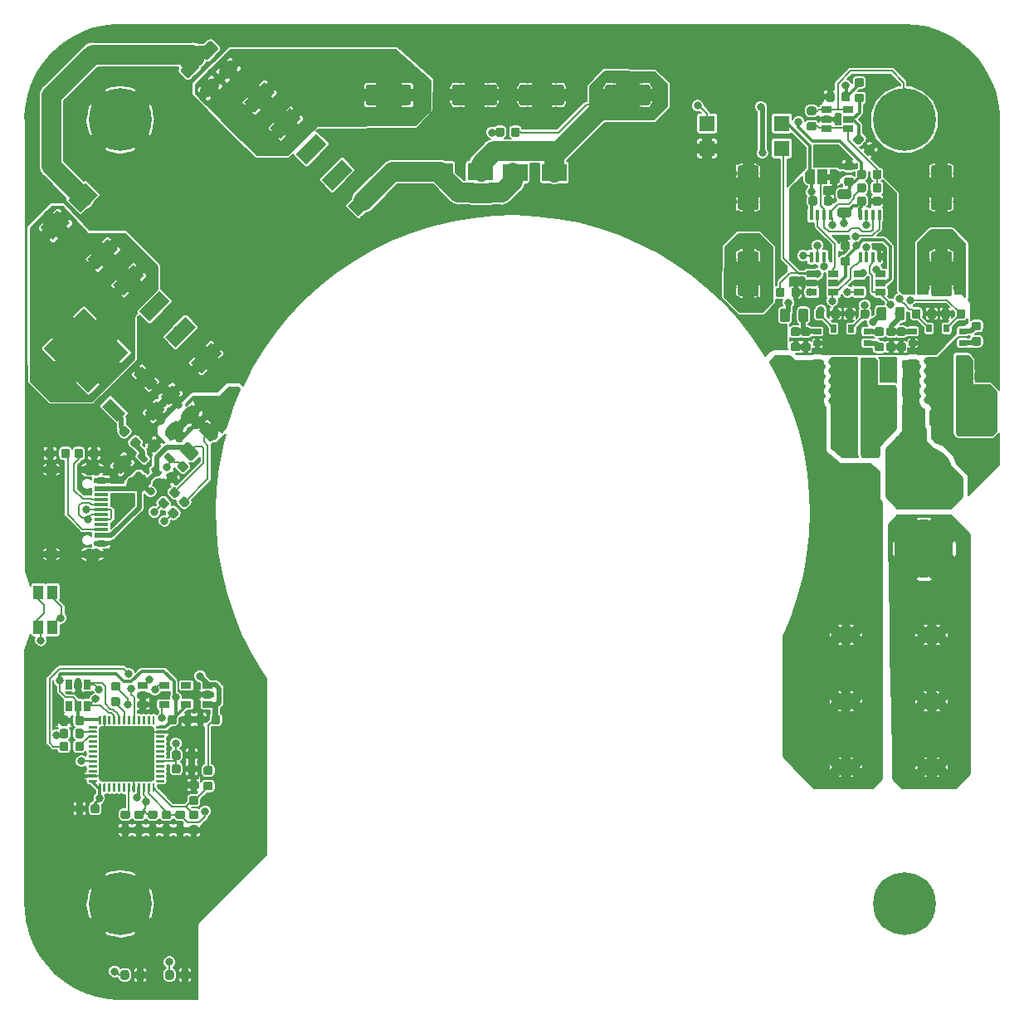
<source format=gtl>
G04 #@! TF.GenerationSoftware,KiCad,Pcbnew,5.0.2-bee76a0~70~ubuntu18.04.1*
G04 #@! TF.CreationDate,2019-04-27T16:39:52+02:00*
G04 #@! TF.ProjectId,pcbtc,70636274-632e-46b6-9963-61645f706362,rev?*
G04 #@! TF.SameCoordinates,Original*
G04 #@! TF.FileFunction,Copper,L1,Top*
G04 #@! TF.FilePolarity,Positive*
%FSLAX46Y46*%
G04 Gerber Fmt 4.6, Leading zero omitted, Abs format (unit mm)*
G04 Created by KiCad (PCBNEW 5.0.2-bee76a0~70~ubuntu18.04.1) date Sa 27 Apr 2019 16:39:52 CEST*
%MOMM*%
%LPD*%
G01*
G04 APERTURE LIST*
G04 #@! TA.AperFunction,Conductor*
%ADD10C,0.100000*%
G04 #@! TD*
G04 #@! TA.AperFunction,SMDPad,CuDef*
%ADD11C,0.875000*%
G04 #@! TD*
G04 #@! TA.AperFunction,SMDPad,CuDef*
%ADD12C,1.250000*%
G04 #@! TD*
G04 #@! TA.AperFunction,SMDPad,CuDef*
%ADD13C,0.500000*%
G04 #@! TD*
G04 #@! TA.AperFunction,SMDPad,CuDef*
%ADD14R,1.000000X1.500000*%
G04 #@! TD*
G04 #@! TA.AperFunction,SMDPad,CuDef*
%ADD15R,1.060000X0.650000*%
G04 #@! TD*
G04 #@! TA.AperFunction,SMDPad,CuDef*
%ADD16C,2.100000*%
G04 #@! TD*
G04 #@! TA.AperFunction,ComponentPad*
%ADD17O,2.100000X1.000000*%
G04 #@! TD*
G04 #@! TA.AperFunction,ComponentPad*
%ADD18O,1.600000X1.000000*%
G04 #@! TD*
G04 #@! TA.AperFunction,SMDPad,CuDef*
%ADD19R,1.450000X0.600000*%
G04 #@! TD*
G04 #@! TA.AperFunction,SMDPad,CuDef*
%ADD20R,1.450000X0.300000*%
G04 #@! TD*
G04 #@! TA.AperFunction,SMDPad,CuDef*
%ADD21R,1.600000X1.600000*%
G04 #@! TD*
G04 #@! TA.AperFunction,SMDPad,CuDef*
%ADD22R,0.400000X1.100000*%
G04 #@! TD*
G04 #@! TA.AperFunction,ComponentPad*
%ADD23C,6.000000*%
G04 #@! TD*
G04 #@! TA.AperFunction,SMDPad,CuDef*
%ADD24R,2.500000X1.800000*%
G04 #@! TD*
G04 #@! TA.AperFunction,SMDPad,CuDef*
%ADD25C,0.975000*%
G04 #@! TD*
G04 #@! TA.AperFunction,SMDPad,CuDef*
%ADD26C,5.600000*%
G04 #@! TD*
G04 #@! TA.AperFunction,SMDPad,CuDef*
%ADD27C,0.250000*%
G04 #@! TD*
G04 #@! TA.AperFunction,SMDPad,CuDef*
%ADD28C,1.518920*%
G04 #@! TD*
G04 #@! TA.AperFunction,ComponentPad*
%ADD29C,1.600000*%
G04 #@! TD*
G04 #@! TA.AperFunction,ComponentPad*
%ADD30C,0.800000*%
G04 #@! TD*
G04 #@! TA.AperFunction,ComponentPad*
%ADD31C,6.400000*%
G04 #@! TD*
G04 #@! TA.AperFunction,SMDPad,CuDef*
%ADD32R,1.050000X1.400000*%
G04 #@! TD*
G04 #@! TA.AperFunction,SMDPad,CuDef*
%ADD33C,1.800000*%
G04 #@! TD*
G04 #@! TA.AperFunction,SMDPad,CuDef*
%ADD34C,0.600000*%
G04 #@! TD*
G04 #@! TA.AperFunction,SMDPad,CuDef*
%ADD35C,1.150000*%
G04 #@! TD*
G04 #@! TA.AperFunction,SMDPad,CuDef*
%ADD36C,0.800000*%
G04 #@! TD*
G04 #@! TA.AperFunction,SMDPad,CuDef*
%ADD37R,0.650000X1.060000*%
G04 #@! TD*
G04 #@! TA.AperFunction,SMDPad,CuDef*
%ADD38C,1.200000*%
G04 #@! TD*
G04 #@! TA.AperFunction,SMDPad,CuDef*
%ADD39C,5.800000*%
G04 #@! TD*
G04 #@! TA.AperFunction,SMDPad,CuDef*
%ADD40C,0.660000*%
G04 #@! TD*
G04 #@! TA.AperFunction,SMDPad,CuDef*
%ADD41C,1.060000*%
G04 #@! TD*
G04 #@! TA.AperFunction,ViaPad*
%ADD42C,0.800000*%
G04 #@! TD*
G04 #@! TA.AperFunction,Conductor*
%ADD43C,0.200000*%
G04 #@! TD*
G04 #@! TA.AperFunction,Conductor*
%ADD44C,2.000000*%
G04 #@! TD*
G04 #@! TA.AperFunction,Conductor*
%ADD45C,0.500000*%
G04 #@! TD*
G04 #@! TA.AperFunction,Conductor*
%ADD46C,0.300000*%
G04 #@! TD*
G04 #@! TA.AperFunction,Conductor*
%ADD47C,0.800000*%
G04 #@! TD*
G04 #@! TA.AperFunction,Conductor*
%ADD48C,1.000000*%
G04 #@! TD*
G04 #@! TA.AperFunction,Conductor*
%ADD49C,0.254000*%
G04 #@! TD*
G04 #@! TA.AperFunction,Conductor*
%ADD50C,0.150000*%
G04 #@! TD*
G04 APERTURE END LIST*
D10*
G04 #@! TO.N,GNDD*
G04 #@! TO.C,C14*
G36*
X117132491Y-100726053D02*
X117153726Y-100729203D01*
X117174550Y-100734419D01*
X117194762Y-100741651D01*
X117214168Y-100750830D01*
X117232581Y-100761866D01*
X117249824Y-100774654D01*
X117265730Y-100789070D01*
X117280146Y-100804976D01*
X117292934Y-100822219D01*
X117303970Y-100840632D01*
X117313149Y-100860038D01*
X117320381Y-100880250D01*
X117325597Y-100901074D01*
X117328747Y-100922309D01*
X117329800Y-100943750D01*
X117329800Y-101456250D01*
X117328747Y-101477691D01*
X117325597Y-101498926D01*
X117320381Y-101519750D01*
X117313149Y-101539962D01*
X117303970Y-101559368D01*
X117292934Y-101577781D01*
X117280146Y-101595024D01*
X117265730Y-101610930D01*
X117249824Y-101625346D01*
X117232581Y-101638134D01*
X117214168Y-101649170D01*
X117194762Y-101658349D01*
X117174550Y-101665581D01*
X117153726Y-101670797D01*
X117132491Y-101673947D01*
X117111050Y-101675000D01*
X116673550Y-101675000D01*
X116652109Y-101673947D01*
X116630874Y-101670797D01*
X116610050Y-101665581D01*
X116589838Y-101658349D01*
X116570432Y-101649170D01*
X116552019Y-101638134D01*
X116534776Y-101625346D01*
X116518870Y-101610930D01*
X116504454Y-101595024D01*
X116491666Y-101577781D01*
X116480630Y-101559368D01*
X116471451Y-101539962D01*
X116464219Y-101519750D01*
X116459003Y-101498926D01*
X116455853Y-101477691D01*
X116454800Y-101456250D01*
X116454800Y-100943750D01*
X116455853Y-100922309D01*
X116459003Y-100901074D01*
X116464219Y-100880250D01*
X116471451Y-100860038D01*
X116480630Y-100840632D01*
X116491666Y-100822219D01*
X116504454Y-100804976D01*
X116518870Y-100789070D01*
X116534776Y-100774654D01*
X116552019Y-100761866D01*
X116570432Y-100750830D01*
X116589838Y-100741651D01*
X116610050Y-100734419D01*
X116630874Y-100729203D01*
X116652109Y-100726053D01*
X116673550Y-100725000D01*
X117111050Y-100725000D01*
X117132491Y-100726053D01*
X117132491Y-100726053D01*
G37*
D11*
G04 #@! TD*
G04 #@! TO.P,C14,2*
G04 #@! TO.N,GNDD*
X116892300Y-101200000D03*
D10*
G04 #@! TO.N,+3V3*
G04 #@! TO.C,C14*
G36*
X115557491Y-100726053D02*
X115578726Y-100729203D01*
X115599550Y-100734419D01*
X115619762Y-100741651D01*
X115639168Y-100750830D01*
X115657581Y-100761866D01*
X115674824Y-100774654D01*
X115690730Y-100789070D01*
X115705146Y-100804976D01*
X115717934Y-100822219D01*
X115728970Y-100840632D01*
X115738149Y-100860038D01*
X115745381Y-100880250D01*
X115750597Y-100901074D01*
X115753747Y-100922309D01*
X115754800Y-100943750D01*
X115754800Y-101456250D01*
X115753747Y-101477691D01*
X115750597Y-101498926D01*
X115745381Y-101519750D01*
X115738149Y-101539962D01*
X115728970Y-101559368D01*
X115717934Y-101577781D01*
X115705146Y-101595024D01*
X115690730Y-101610930D01*
X115674824Y-101625346D01*
X115657581Y-101638134D01*
X115639168Y-101649170D01*
X115619762Y-101658349D01*
X115599550Y-101665581D01*
X115578726Y-101670797D01*
X115557491Y-101673947D01*
X115536050Y-101675000D01*
X115098550Y-101675000D01*
X115077109Y-101673947D01*
X115055874Y-101670797D01*
X115035050Y-101665581D01*
X115014838Y-101658349D01*
X114995432Y-101649170D01*
X114977019Y-101638134D01*
X114959776Y-101625346D01*
X114943870Y-101610930D01*
X114929454Y-101595024D01*
X114916666Y-101577781D01*
X114905630Y-101559368D01*
X114896451Y-101539962D01*
X114889219Y-101519750D01*
X114884003Y-101498926D01*
X114880853Y-101477691D01*
X114879800Y-101456250D01*
X114879800Y-100943750D01*
X114880853Y-100922309D01*
X114884003Y-100901074D01*
X114889219Y-100880250D01*
X114896451Y-100860038D01*
X114905630Y-100840632D01*
X114916666Y-100822219D01*
X114929454Y-100804976D01*
X114943870Y-100789070D01*
X114959776Y-100774654D01*
X114977019Y-100761866D01*
X114995432Y-100750830D01*
X115014838Y-100741651D01*
X115035050Y-100734419D01*
X115055874Y-100729203D01*
X115077109Y-100726053D01*
X115098550Y-100725000D01*
X115536050Y-100725000D01*
X115557491Y-100726053D01*
X115557491Y-100726053D01*
G37*
D11*
G04 #@! TD*
G04 #@! TO.P,C14,1*
G04 #@! TO.N,+3V3*
X115317300Y-101200000D03*
D10*
G04 #@! TO.N,+5V*
G04 #@! TO.C,C1*
G36*
X112392430Y-76183246D02*
X112416699Y-76186846D01*
X112440497Y-76192807D01*
X112463597Y-76201072D01*
X112485775Y-76211562D01*
X112506819Y-76224175D01*
X112526524Y-76238789D01*
X112544703Y-76255265D01*
X113075033Y-76785595D01*
X113091509Y-76803774D01*
X113106123Y-76823479D01*
X113118736Y-76844523D01*
X113129226Y-76866701D01*
X113137491Y-76889801D01*
X113143452Y-76913599D01*
X113147052Y-76937868D01*
X113148256Y-76962372D01*
X113147052Y-76986876D01*
X113143452Y-77011145D01*
X113137491Y-77034943D01*
X113129226Y-77058043D01*
X113118736Y-77080221D01*
X113106123Y-77101265D01*
X113091509Y-77120970D01*
X113075033Y-77139149D01*
X112191149Y-78023033D01*
X112172970Y-78039509D01*
X112153265Y-78054123D01*
X112132221Y-78066736D01*
X112110043Y-78077226D01*
X112086943Y-78085491D01*
X112063145Y-78091452D01*
X112038876Y-78095052D01*
X112014372Y-78096256D01*
X111989868Y-78095052D01*
X111965599Y-78091452D01*
X111941801Y-78085491D01*
X111918701Y-78077226D01*
X111896523Y-78066736D01*
X111875479Y-78054123D01*
X111855774Y-78039509D01*
X111837595Y-78023033D01*
X111307265Y-77492703D01*
X111290789Y-77474524D01*
X111276175Y-77454819D01*
X111263562Y-77433775D01*
X111253072Y-77411597D01*
X111244807Y-77388497D01*
X111238846Y-77364699D01*
X111235246Y-77340430D01*
X111234042Y-77315926D01*
X111235246Y-77291422D01*
X111238846Y-77267153D01*
X111244807Y-77243355D01*
X111253072Y-77220255D01*
X111263562Y-77198077D01*
X111276175Y-77177033D01*
X111290789Y-77157328D01*
X111307265Y-77139149D01*
X112191149Y-76255265D01*
X112209328Y-76238789D01*
X112229033Y-76224175D01*
X112250077Y-76211562D01*
X112272255Y-76201072D01*
X112295355Y-76192807D01*
X112319153Y-76186846D01*
X112343422Y-76183246D01*
X112367926Y-76182042D01*
X112392430Y-76183246D01*
X112392430Y-76183246D01*
G37*
D12*
G04 #@! TD*
G04 #@! TO.P,C1,1*
G04 #@! TO.N,+5V*
X112191149Y-77139149D03*
D10*
G04 #@! TO.N,GNDD*
G04 #@! TO.C,C1*
G36*
X110412532Y-74203348D02*
X110436801Y-74206948D01*
X110460599Y-74212909D01*
X110483699Y-74221174D01*
X110505877Y-74231664D01*
X110526921Y-74244277D01*
X110546626Y-74258891D01*
X110564805Y-74275367D01*
X111095135Y-74805697D01*
X111111611Y-74823876D01*
X111126225Y-74843581D01*
X111138838Y-74864625D01*
X111149328Y-74886803D01*
X111157593Y-74909903D01*
X111163554Y-74933701D01*
X111167154Y-74957970D01*
X111168358Y-74982474D01*
X111167154Y-75006978D01*
X111163554Y-75031247D01*
X111157593Y-75055045D01*
X111149328Y-75078145D01*
X111138838Y-75100323D01*
X111126225Y-75121367D01*
X111111611Y-75141072D01*
X111095135Y-75159251D01*
X110211251Y-76043135D01*
X110193072Y-76059611D01*
X110173367Y-76074225D01*
X110152323Y-76086838D01*
X110130145Y-76097328D01*
X110107045Y-76105593D01*
X110083247Y-76111554D01*
X110058978Y-76115154D01*
X110034474Y-76116358D01*
X110009970Y-76115154D01*
X109985701Y-76111554D01*
X109961903Y-76105593D01*
X109938803Y-76097328D01*
X109916625Y-76086838D01*
X109895581Y-76074225D01*
X109875876Y-76059611D01*
X109857697Y-76043135D01*
X109327367Y-75512805D01*
X109310891Y-75494626D01*
X109296277Y-75474921D01*
X109283664Y-75453877D01*
X109273174Y-75431699D01*
X109264909Y-75408599D01*
X109258948Y-75384801D01*
X109255348Y-75360532D01*
X109254144Y-75336028D01*
X109255348Y-75311524D01*
X109258948Y-75287255D01*
X109264909Y-75263457D01*
X109273174Y-75240357D01*
X109283664Y-75218179D01*
X109296277Y-75197135D01*
X109310891Y-75177430D01*
X109327367Y-75159251D01*
X110211251Y-74275367D01*
X110229430Y-74258891D01*
X110249135Y-74244277D01*
X110270179Y-74231664D01*
X110292357Y-74221174D01*
X110315457Y-74212909D01*
X110339255Y-74206948D01*
X110363524Y-74203348D01*
X110388028Y-74202144D01*
X110412532Y-74203348D01*
X110412532Y-74203348D01*
G37*
D12*
G04 #@! TD*
G04 #@! TO.P,C1,2*
G04 #@! TO.N,GNDD*
X110211251Y-75159251D03*
D10*
G04 #@! TO.N,GNDD*
G04 #@! TO.C,FAULT1*
G36*
X116851691Y-126780053D02*
X116872926Y-126783203D01*
X116893750Y-126788419D01*
X116913962Y-126795651D01*
X116933368Y-126804830D01*
X116951781Y-126815866D01*
X116969024Y-126828654D01*
X116984930Y-126843070D01*
X116999346Y-126858976D01*
X117012134Y-126876219D01*
X117023170Y-126894632D01*
X117032349Y-126914038D01*
X117039581Y-126934250D01*
X117044797Y-126955074D01*
X117047947Y-126976309D01*
X117049000Y-126997750D01*
X117049000Y-127510250D01*
X117047947Y-127531691D01*
X117044797Y-127552926D01*
X117039581Y-127573750D01*
X117032349Y-127593962D01*
X117023170Y-127613368D01*
X117012134Y-127631781D01*
X116999346Y-127649024D01*
X116984930Y-127664930D01*
X116969024Y-127679346D01*
X116951781Y-127692134D01*
X116933368Y-127703170D01*
X116913962Y-127712349D01*
X116893750Y-127719581D01*
X116872926Y-127724797D01*
X116851691Y-127727947D01*
X116830250Y-127729000D01*
X116392750Y-127729000D01*
X116371309Y-127727947D01*
X116350074Y-127724797D01*
X116329250Y-127719581D01*
X116309038Y-127712349D01*
X116289632Y-127703170D01*
X116271219Y-127692134D01*
X116253976Y-127679346D01*
X116238070Y-127664930D01*
X116223654Y-127649024D01*
X116210866Y-127631781D01*
X116199830Y-127613368D01*
X116190651Y-127593962D01*
X116183419Y-127573750D01*
X116178203Y-127552926D01*
X116175053Y-127531691D01*
X116174000Y-127510250D01*
X116174000Y-126997750D01*
X116175053Y-126976309D01*
X116178203Y-126955074D01*
X116183419Y-126934250D01*
X116190651Y-126914038D01*
X116199830Y-126894632D01*
X116210866Y-126876219D01*
X116223654Y-126858976D01*
X116238070Y-126843070D01*
X116253976Y-126828654D01*
X116271219Y-126815866D01*
X116289632Y-126804830D01*
X116309038Y-126795651D01*
X116329250Y-126788419D01*
X116350074Y-126783203D01*
X116371309Y-126780053D01*
X116392750Y-126779000D01*
X116830250Y-126779000D01*
X116851691Y-126780053D01*
X116851691Y-126780053D01*
G37*
D11*
G04 #@! TD*
G04 #@! TO.P,FAULT1,1*
G04 #@! TO.N,GNDD*
X116611500Y-127254000D03*
D10*
G04 #@! TO.N,Net-(FAULT1-Pad2)*
G04 #@! TO.C,FAULT1*
G36*
X115276691Y-126780053D02*
X115297926Y-126783203D01*
X115318750Y-126788419D01*
X115338962Y-126795651D01*
X115358368Y-126804830D01*
X115376781Y-126815866D01*
X115394024Y-126828654D01*
X115409930Y-126843070D01*
X115424346Y-126858976D01*
X115437134Y-126876219D01*
X115448170Y-126894632D01*
X115457349Y-126914038D01*
X115464581Y-126934250D01*
X115469797Y-126955074D01*
X115472947Y-126976309D01*
X115474000Y-126997750D01*
X115474000Y-127510250D01*
X115472947Y-127531691D01*
X115469797Y-127552926D01*
X115464581Y-127573750D01*
X115457349Y-127593962D01*
X115448170Y-127613368D01*
X115437134Y-127631781D01*
X115424346Y-127649024D01*
X115409930Y-127664930D01*
X115394024Y-127679346D01*
X115376781Y-127692134D01*
X115358368Y-127703170D01*
X115338962Y-127712349D01*
X115318750Y-127719581D01*
X115297926Y-127724797D01*
X115276691Y-127727947D01*
X115255250Y-127729000D01*
X114817750Y-127729000D01*
X114796309Y-127727947D01*
X114775074Y-127724797D01*
X114754250Y-127719581D01*
X114734038Y-127712349D01*
X114714632Y-127703170D01*
X114696219Y-127692134D01*
X114678976Y-127679346D01*
X114663070Y-127664930D01*
X114648654Y-127649024D01*
X114635866Y-127631781D01*
X114624830Y-127613368D01*
X114615651Y-127593962D01*
X114608419Y-127573750D01*
X114603203Y-127552926D01*
X114600053Y-127531691D01*
X114599000Y-127510250D01*
X114599000Y-126997750D01*
X114600053Y-126976309D01*
X114603203Y-126955074D01*
X114608419Y-126934250D01*
X114615651Y-126914038D01*
X114624830Y-126894632D01*
X114635866Y-126876219D01*
X114648654Y-126858976D01*
X114663070Y-126843070D01*
X114678976Y-126828654D01*
X114696219Y-126815866D01*
X114714632Y-126804830D01*
X114734038Y-126795651D01*
X114754250Y-126788419D01*
X114775074Y-126783203D01*
X114796309Y-126780053D01*
X114817750Y-126779000D01*
X115255250Y-126779000D01*
X115276691Y-126780053D01*
X115276691Y-126780053D01*
G37*
D11*
G04 #@! TD*
G04 #@! TO.P,FAULT1,2*
G04 #@! TO.N,Net-(FAULT1-Pad2)*
X115036500Y-127254000D03*
D10*
G04 #@! TO.N,Net-(PWR1-Pad2)*
G04 #@! TO.C,PWR1*
G36*
X110704691Y-126780053D02*
X110725926Y-126783203D01*
X110746750Y-126788419D01*
X110766962Y-126795651D01*
X110786368Y-126804830D01*
X110804781Y-126815866D01*
X110822024Y-126828654D01*
X110837930Y-126843070D01*
X110852346Y-126858976D01*
X110865134Y-126876219D01*
X110876170Y-126894632D01*
X110885349Y-126914038D01*
X110892581Y-126934250D01*
X110897797Y-126955074D01*
X110900947Y-126976309D01*
X110902000Y-126997750D01*
X110902000Y-127510250D01*
X110900947Y-127531691D01*
X110897797Y-127552926D01*
X110892581Y-127573750D01*
X110885349Y-127593962D01*
X110876170Y-127613368D01*
X110865134Y-127631781D01*
X110852346Y-127649024D01*
X110837930Y-127664930D01*
X110822024Y-127679346D01*
X110804781Y-127692134D01*
X110786368Y-127703170D01*
X110766962Y-127712349D01*
X110746750Y-127719581D01*
X110725926Y-127724797D01*
X110704691Y-127727947D01*
X110683250Y-127729000D01*
X110245750Y-127729000D01*
X110224309Y-127727947D01*
X110203074Y-127724797D01*
X110182250Y-127719581D01*
X110162038Y-127712349D01*
X110142632Y-127703170D01*
X110124219Y-127692134D01*
X110106976Y-127679346D01*
X110091070Y-127664930D01*
X110076654Y-127649024D01*
X110063866Y-127631781D01*
X110052830Y-127613368D01*
X110043651Y-127593962D01*
X110036419Y-127573750D01*
X110031203Y-127552926D01*
X110028053Y-127531691D01*
X110027000Y-127510250D01*
X110027000Y-126997750D01*
X110028053Y-126976309D01*
X110031203Y-126955074D01*
X110036419Y-126934250D01*
X110043651Y-126914038D01*
X110052830Y-126894632D01*
X110063866Y-126876219D01*
X110076654Y-126858976D01*
X110091070Y-126843070D01*
X110106976Y-126828654D01*
X110124219Y-126815866D01*
X110142632Y-126804830D01*
X110162038Y-126795651D01*
X110182250Y-126788419D01*
X110203074Y-126783203D01*
X110224309Y-126780053D01*
X110245750Y-126779000D01*
X110683250Y-126779000D01*
X110704691Y-126780053D01*
X110704691Y-126780053D01*
G37*
D11*
G04 #@! TD*
G04 #@! TO.P,PWR1,2*
G04 #@! TO.N,Net-(PWR1-Pad2)*
X110464500Y-127254000D03*
D10*
G04 #@! TO.N,GNDD*
G04 #@! TO.C,PWR1*
G36*
X112279691Y-126780053D02*
X112300926Y-126783203D01*
X112321750Y-126788419D01*
X112341962Y-126795651D01*
X112361368Y-126804830D01*
X112379781Y-126815866D01*
X112397024Y-126828654D01*
X112412930Y-126843070D01*
X112427346Y-126858976D01*
X112440134Y-126876219D01*
X112451170Y-126894632D01*
X112460349Y-126914038D01*
X112467581Y-126934250D01*
X112472797Y-126955074D01*
X112475947Y-126976309D01*
X112477000Y-126997750D01*
X112477000Y-127510250D01*
X112475947Y-127531691D01*
X112472797Y-127552926D01*
X112467581Y-127573750D01*
X112460349Y-127593962D01*
X112451170Y-127613368D01*
X112440134Y-127631781D01*
X112427346Y-127649024D01*
X112412930Y-127664930D01*
X112397024Y-127679346D01*
X112379781Y-127692134D01*
X112361368Y-127703170D01*
X112341962Y-127712349D01*
X112321750Y-127719581D01*
X112300926Y-127724797D01*
X112279691Y-127727947D01*
X112258250Y-127729000D01*
X111820750Y-127729000D01*
X111799309Y-127727947D01*
X111778074Y-127724797D01*
X111757250Y-127719581D01*
X111737038Y-127712349D01*
X111717632Y-127703170D01*
X111699219Y-127692134D01*
X111681976Y-127679346D01*
X111666070Y-127664930D01*
X111651654Y-127649024D01*
X111638866Y-127631781D01*
X111627830Y-127613368D01*
X111618651Y-127593962D01*
X111611419Y-127573750D01*
X111606203Y-127552926D01*
X111603053Y-127531691D01*
X111602000Y-127510250D01*
X111602000Y-126997750D01*
X111603053Y-126976309D01*
X111606203Y-126955074D01*
X111611419Y-126934250D01*
X111618651Y-126914038D01*
X111627830Y-126894632D01*
X111638866Y-126876219D01*
X111651654Y-126858976D01*
X111666070Y-126843070D01*
X111681976Y-126828654D01*
X111699219Y-126815866D01*
X111717632Y-126804830D01*
X111737038Y-126795651D01*
X111757250Y-126788419D01*
X111778074Y-126783203D01*
X111799309Y-126780053D01*
X111820750Y-126779000D01*
X112258250Y-126779000D01*
X112279691Y-126780053D01*
X112279691Y-126780053D01*
G37*
D11*
G04 #@! TD*
G04 #@! TO.P,PWR1,1*
G04 #@! TO.N,GNDD*
X112039500Y-127254000D03*
D13*
G04 #@! TO.P,JP2,1*
G04 #@! TO.N,GND*
X182960800Y-45821600D03*
D10*
G04 #@! TD*
G04 #@! TO.N,GND*
G04 #@! TO.C,JP2*
G36*
X182410800Y-46121600D02*
X182060800Y-46121600D01*
X182060800Y-45521600D01*
X182410800Y-45521600D01*
X182410800Y-45071600D01*
X182960800Y-45071600D01*
X182960800Y-45072202D01*
X182985334Y-45072202D01*
X183034165Y-45077012D01*
X183082290Y-45086584D01*
X183129245Y-45100828D01*
X183174578Y-45119605D01*
X183217851Y-45142736D01*
X183258650Y-45169996D01*
X183296579Y-45201124D01*
X183331276Y-45235821D01*
X183362404Y-45273750D01*
X183389664Y-45314549D01*
X183412795Y-45357822D01*
X183431572Y-45403155D01*
X183445816Y-45450110D01*
X183455388Y-45498235D01*
X183460198Y-45547066D01*
X183460198Y-45571600D01*
X183460800Y-45571600D01*
X183460800Y-46071600D01*
X183460198Y-46071600D01*
X183460198Y-46096134D01*
X183455388Y-46144965D01*
X183445816Y-46193090D01*
X183431572Y-46240045D01*
X183412795Y-46285378D01*
X183389664Y-46328651D01*
X183362404Y-46369450D01*
X183331276Y-46407379D01*
X183296579Y-46442076D01*
X183258650Y-46473204D01*
X183217851Y-46500464D01*
X183174578Y-46523595D01*
X183129245Y-46542372D01*
X183082290Y-46556616D01*
X183034165Y-46566188D01*
X182985334Y-46570998D01*
X182960800Y-46570998D01*
X182960800Y-46571600D01*
X182410800Y-46571600D01*
X182410800Y-46121600D01*
X182410800Y-46121600D01*
G37*
D13*
G04 #@! TO.P,JP2,3*
G04 #@! TO.N,VCC*
X180360800Y-45821600D03*
D10*
G04 #@! TD*
G04 #@! TO.N,VCC*
G04 #@! TO.C,JP2*
G36*
X180360800Y-46570998D02*
X180336266Y-46570998D01*
X180287435Y-46566188D01*
X180239310Y-46556616D01*
X180192355Y-46542372D01*
X180147022Y-46523595D01*
X180103749Y-46500464D01*
X180062950Y-46473204D01*
X180025021Y-46442076D01*
X179990324Y-46407379D01*
X179959196Y-46369450D01*
X179931936Y-46328651D01*
X179908805Y-46285378D01*
X179890028Y-46240045D01*
X179875784Y-46193090D01*
X179866212Y-46144965D01*
X179861402Y-46096134D01*
X179861402Y-46071600D01*
X179860800Y-46071600D01*
X179860800Y-45571600D01*
X179861402Y-45571600D01*
X179861402Y-45547066D01*
X179866212Y-45498235D01*
X179875784Y-45450110D01*
X179890028Y-45403155D01*
X179908805Y-45357822D01*
X179931936Y-45314549D01*
X179959196Y-45273750D01*
X179990324Y-45235821D01*
X180025021Y-45201124D01*
X180062950Y-45169996D01*
X180103749Y-45142736D01*
X180147022Y-45119605D01*
X180192355Y-45100828D01*
X180239310Y-45086584D01*
X180287435Y-45077012D01*
X180336266Y-45072202D01*
X180360800Y-45072202D01*
X180360800Y-45071600D01*
X180910800Y-45071600D01*
X180910800Y-46571600D01*
X180360800Y-46571600D01*
X180360800Y-46570998D01*
X180360800Y-46570998D01*
G37*
D14*
G04 #@! TO.P,JP2,2*
G04 #@! TO.N,Net-(JP2-Pad2)*
X181660800Y-45821600D03*
G04 #@! TD*
D10*
G04 #@! TO.N,Net-(C4-Pad2)*
G04 #@! TO.C,C44*
G36*
X188927691Y-61176053D02*
X188948926Y-61179203D01*
X188969750Y-61184419D01*
X188989962Y-61191651D01*
X189009368Y-61200830D01*
X189027781Y-61211866D01*
X189045024Y-61224654D01*
X189060930Y-61239070D01*
X189075346Y-61254976D01*
X189088134Y-61272219D01*
X189099170Y-61290632D01*
X189108349Y-61310038D01*
X189115581Y-61330250D01*
X189120797Y-61351074D01*
X189123947Y-61372309D01*
X189125000Y-61393750D01*
X189125000Y-61831250D01*
X189123947Y-61852691D01*
X189120797Y-61873926D01*
X189115581Y-61894750D01*
X189108349Y-61914962D01*
X189099170Y-61934368D01*
X189088134Y-61952781D01*
X189075346Y-61970024D01*
X189060930Y-61985930D01*
X189045024Y-62000346D01*
X189027781Y-62013134D01*
X189009368Y-62024170D01*
X188989962Y-62033349D01*
X188969750Y-62040581D01*
X188948926Y-62045797D01*
X188927691Y-62048947D01*
X188906250Y-62050000D01*
X188393750Y-62050000D01*
X188372309Y-62048947D01*
X188351074Y-62045797D01*
X188330250Y-62040581D01*
X188310038Y-62033349D01*
X188290632Y-62024170D01*
X188272219Y-62013134D01*
X188254976Y-62000346D01*
X188239070Y-61985930D01*
X188224654Y-61970024D01*
X188211866Y-61952781D01*
X188200830Y-61934368D01*
X188191651Y-61914962D01*
X188184419Y-61894750D01*
X188179203Y-61873926D01*
X188176053Y-61852691D01*
X188175000Y-61831250D01*
X188175000Y-61393750D01*
X188176053Y-61372309D01*
X188179203Y-61351074D01*
X188184419Y-61330250D01*
X188191651Y-61310038D01*
X188200830Y-61290632D01*
X188211866Y-61272219D01*
X188224654Y-61254976D01*
X188239070Y-61239070D01*
X188254976Y-61224654D01*
X188272219Y-61211866D01*
X188290632Y-61200830D01*
X188310038Y-61191651D01*
X188330250Y-61184419D01*
X188351074Y-61179203D01*
X188372309Y-61176053D01*
X188393750Y-61175000D01*
X188906250Y-61175000D01*
X188927691Y-61176053D01*
X188927691Y-61176053D01*
G37*
D11*
G04 #@! TD*
G04 #@! TO.P,C44,2*
G04 #@! TO.N,Net-(C4-Pad2)*
X188650000Y-61612500D03*
D10*
G04 #@! TO.N,GND*
G04 #@! TO.C,C44*
G36*
X188927691Y-62751053D02*
X188948926Y-62754203D01*
X188969750Y-62759419D01*
X188989962Y-62766651D01*
X189009368Y-62775830D01*
X189027781Y-62786866D01*
X189045024Y-62799654D01*
X189060930Y-62814070D01*
X189075346Y-62829976D01*
X189088134Y-62847219D01*
X189099170Y-62865632D01*
X189108349Y-62885038D01*
X189115581Y-62905250D01*
X189120797Y-62926074D01*
X189123947Y-62947309D01*
X189125000Y-62968750D01*
X189125000Y-63406250D01*
X189123947Y-63427691D01*
X189120797Y-63448926D01*
X189115581Y-63469750D01*
X189108349Y-63489962D01*
X189099170Y-63509368D01*
X189088134Y-63527781D01*
X189075346Y-63545024D01*
X189060930Y-63560930D01*
X189045024Y-63575346D01*
X189027781Y-63588134D01*
X189009368Y-63599170D01*
X188989962Y-63608349D01*
X188969750Y-63615581D01*
X188948926Y-63620797D01*
X188927691Y-63623947D01*
X188906250Y-63625000D01*
X188393750Y-63625000D01*
X188372309Y-63623947D01*
X188351074Y-63620797D01*
X188330250Y-63615581D01*
X188310038Y-63608349D01*
X188290632Y-63599170D01*
X188272219Y-63588134D01*
X188254976Y-63575346D01*
X188239070Y-63560930D01*
X188224654Y-63545024D01*
X188211866Y-63527781D01*
X188200830Y-63509368D01*
X188191651Y-63489962D01*
X188184419Y-63469750D01*
X188179203Y-63448926D01*
X188176053Y-63427691D01*
X188175000Y-63406250D01*
X188175000Y-62968750D01*
X188176053Y-62947309D01*
X188179203Y-62926074D01*
X188184419Y-62905250D01*
X188191651Y-62885038D01*
X188200830Y-62865632D01*
X188211866Y-62847219D01*
X188224654Y-62829976D01*
X188239070Y-62814070D01*
X188254976Y-62799654D01*
X188272219Y-62786866D01*
X188290632Y-62775830D01*
X188310038Y-62766651D01*
X188330250Y-62759419D01*
X188351074Y-62754203D01*
X188372309Y-62751053D01*
X188393750Y-62750000D01*
X188906250Y-62750000D01*
X188927691Y-62751053D01*
X188927691Y-62751053D01*
G37*
D11*
G04 #@! TD*
G04 #@! TO.P,C44,1*
G04 #@! TO.N,GND*
X188650000Y-63187500D03*
D10*
G04 #@! TO.N,Net-(C43-Pad1)*
G04 #@! TO.C,C43*
G36*
X179177691Y-61176053D02*
X179198926Y-61179203D01*
X179219750Y-61184419D01*
X179239962Y-61191651D01*
X179259368Y-61200830D01*
X179277781Y-61211866D01*
X179295024Y-61224654D01*
X179310930Y-61239070D01*
X179325346Y-61254976D01*
X179338134Y-61272219D01*
X179349170Y-61290632D01*
X179358349Y-61310038D01*
X179365581Y-61330250D01*
X179370797Y-61351074D01*
X179373947Y-61372309D01*
X179375000Y-61393750D01*
X179375000Y-61831250D01*
X179373947Y-61852691D01*
X179370797Y-61873926D01*
X179365581Y-61894750D01*
X179358349Y-61914962D01*
X179349170Y-61934368D01*
X179338134Y-61952781D01*
X179325346Y-61970024D01*
X179310930Y-61985930D01*
X179295024Y-62000346D01*
X179277781Y-62013134D01*
X179259368Y-62024170D01*
X179239962Y-62033349D01*
X179219750Y-62040581D01*
X179198926Y-62045797D01*
X179177691Y-62048947D01*
X179156250Y-62050000D01*
X178643750Y-62050000D01*
X178622309Y-62048947D01*
X178601074Y-62045797D01*
X178580250Y-62040581D01*
X178560038Y-62033349D01*
X178540632Y-62024170D01*
X178522219Y-62013134D01*
X178504976Y-62000346D01*
X178489070Y-61985930D01*
X178474654Y-61970024D01*
X178461866Y-61952781D01*
X178450830Y-61934368D01*
X178441651Y-61914962D01*
X178434419Y-61894750D01*
X178429203Y-61873926D01*
X178426053Y-61852691D01*
X178425000Y-61831250D01*
X178425000Y-61393750D01*
X178426053Y-61372309D01*
X178429203Y-61351074D01*
X178434419Y-61330250D01*
X178441651Y-61310038D01*
X178450830Y-61290632D01*
X178461866Y-61272219D01*
X178474654Y-61254976D01*
X178489070Y-61239070D01*
X178504976Y-61224654D01*
X178522219Y-61211866D01*
X178540632Y-61200830D01*
X178560038Y-61191651D01*
X178580250Y-61184419D01*
X178601074Y-61179203D01*
X178622309Y-61176053D01*
X178643750Y-61175000D01*
X179156250Y-61175000D01*
X179177691Y-61176053D01*
X179177691Y-61176053D01*
G37*
D11*
G04 #@! TD*
G04 #@! TO.P,C43,1*
G04 #@! TO.N,Net-(C43-Pad1)*
X178900000Y-61612500D03*
D10*
G04 #@! TO.N,GND*
G04 #@! TO.C,C43*
G36*
X179177691Y-62751053D02*
X179198926Y-62754203D01*
X179219750Y-62759419D01*
X179239962Y-62766651D01*
X179259368Y-62775830D01*
X179277781Y-62786866D01*
X179295024Y-62799654D01*
X179310930Y-62814070D01*
X179325346Y-62829976D01*
X179338134Y-62847219D01*
X179349170Y-62865632D01*
X179358349Y-62885038D01*
X179365581Y-62905250D01*
X179370797Y-62926074D01*
X179373947Y-62947309D01*
X179375000Y-62968750D01*
X179375000Y-63406250D01*
X179373947Y-63427691D01*
X179370797Y-63448926D01*
X179365581Y-63469750D01*
X179358349Y-63489962D01*
X179349170Y-63509368D01*
X179338134Y-63527781D01*
X179325346Y-63545024D01*
X179310930Y-63560930D01*
X179295024Y-63575346D01*
X179277781Y-63588134D01*
X179259368Y-63599170D01*
X179239962Y-63608349D01*
X179219750Y-63615581D01*
X179198926Y-63620797D01*
X179177691Y-63623947D01*
X179156250Y-63625000D01*
X178643750Y-63625000D01*
X178622309Y-63623947D01*
X178601074Y-63620797D01*
X178580250Y-63615581D01*
X178560038Y-63608349D01*
X178540632Y-63599170D01*
X178522219Y-63588134D01*
X178504976Y-63575346D01*
X178489070Y-63560930D01*
X178474654Y-63545024D01*
X178461866Y-63527781D01*
X178450830Y-63509368D01*
X178441651Y-63489962D01*
X178434419Y-63469750D01*
X178429203Y-63448926D01*
X178426053Y-63427691D01*
X178425000Y-63406250D01*
X178425000Y-62968750D01*
X178426053Y-62947309D01*
X178429203Y-62926074D01*
X178434419Y-62905250D01*
X178441651Y-62885038D01*
X178450830Y-62865632D01*
X178461866Y-62847219D01*
X178474654Y-62829976D01*
X178489070Y-62814070D01*
X178504976Y-62799654D01*
X178522219Y-62786866D01*
X178540632Y-62775830D01*
X178560038Y-62766651D01*
X178580250Y-62759419D01*
X178601074Y-62754203D01*
X178622309Y-62751053D01*
X178643750Y-62750000D01*
X179156250Y-62750000D01*
X179177691Y-62751053D01*
X179177691Y-62751053D01*
G37*
D11*
G04 #@! TD*
G04 #@! TO.P,C43,2*
G04 #@! TO.N,GND*
X178900000Y-63187500D03*
D10*
G04 #@! TO.N,Net-(C32-Pad1)*
G04 #@! TO.C,C32*
G36*
X185391111Y-41429580D02*
X185412346Y-41432730D01*
X185433170Y-41437946D01*
X185453382Y-41445178D01*
X185472788Y-41454357D01*
X185491201Y-41465393D01*
X185508444Y-41478181D01*
X185524350Y-41492597D01*
X185833709Y-41801956D01*
X185848125Y-41817862D01*
X185860913Y-41835105D01*
X185871949Y-41853518D01*
X185881128Y-41872924D01*
X185888360Y-41893136D01*
X185893576Y-41913960D01*
X185896726Y-41935195D01*
X185897779Y-41956636D01*
X185896726Y-41978077D01*
X185893576Y-41999312D01*
X185888360Y-42020136D01*
X185881128Y-42040348D01*
X185871949Y-42059754D01*
X185860913Y-42078167D01*
X185848125Y-42095410D01*
X185833709Y-42111316D01*
X185471316Y-42473709D01*
X185455410Y-42488125D01*
X185438167Y-42500913D01*
X185419754Y-42511949D01*
X185400348Y-42521128D01*
X185380136Y-42528360D01*
X185359312Y-42533576D01*
X185338077Y-42536726D01*
X185316636Y-42537779D01*
X185295195Y-42536726D01*
X185273960Y-42533576D01*
X185253136Y-42528360D01*
X185232924Y-42521128D01*
X185213518Y-42511949D01*
X185195105Y-42500913D01*
X185177862Y-42488125D01*
X185161956Y-42473709D01*
X184852597Y-42164350D01*
X184838181Y-42148444D01*
X184825393Y-42131201D01*
X184814357Y-42112788D01*
X184805178Y-42093382D01*
X184797946Y-42073170D01*
X184792730Y-42052346D01*
X184789580Y-42031111D01*
X184788527Y-42009670D01*
X184789580Y-41988229D01*
X184792730Y-41966994D01*
X184797946Y-41946170D01*
X184805178Y-41925958D01*
X184814357Y-41906552D01*
X184825393Y-41888139D01*
X184838181Y-41870896D01*
X184852597Y-41854990D01*
X185214990Y-41492597D01*
X185230896Y-41478181D01*
X185248139Y-41465393D01*
X185266552Y-41454357D01*
X185285958Y-41445178D01*
X185306170Y-41437946D01*
X185326994Y-41432730D01*
X185348229Y-41429580D01*
X185369670Y-41428527D01*
X185391111Y-41429580D01*
X185391111Y-41429580D01*
G37*
D11*
G04 #@! TD*
G04 #@! TO.P,C32,1*
G04 #@! TO.N,Net-(C32-Pad1)*
X185343153Y-41983153D03*
D10*
G04 #@! TO.N,GNDD*
G04 #@! TO.C,C32*
G36*
X186504805Y-42543274D02*
X186526040Y-42546424D01*
X186546864Y-42551640D01*
X186567076Y-42558872D01*
X186586482Y-42568051D01*
X186604895Y-42579087D01*
X186622138Y-42591875D01*
X186638044Y-42606291D01*
X186947403Y-42915650D01*
X186961819Y-42931556D01*
X186974607Y-42948799D01*
X186985643Y-42967212D01*
X186994822Y-42986618D01*
X187002054Y-43006830D01*
X187007270Y-43027654D01*
X187010420Y-43048889D01*
X187011473Y-43070330D01*
X187010420Y-43091771D01*
X187007270Y-43113006D01*
X187002054Y-43133830D01*
X186994822Y-43154042D01*
X186985643Y-43173448D01*
X186974607Y-43191861D01*
X186961819Y-43209104D01*
X186947403Y-43225010D01*
X186585010Y-43587403D01*
X186569104Y-43601819D01*
X186551861Y-43614607D01*
X186533448Y-43625643D01*
X186514042Y-43634822D01*
X186493830Y-43642054D01*
X186473006Y-43647270D01*
X186451771Y-43650420D01*
X186430330Y-43651473D01*
X186408889Y-43650420D01*
X186387654Y-43647270D01*
X186366830Y-43642054D01*
X186346618Y-43634822D01*
X186327212Y-43625643D01*
X186308799Y-43614607D01*
X186291556Y-43601819D01*
X186275650Y-43587403D01*
X185966291Y-43278044D01*
X185951875Y-43262138D01*
X185939087Y-43244895D01*
X185928051Y-43226482D01*
X185918872Y-43207076D01*
X185911640Y-43186864D01*
X185906424Y-43166040D01*
X185903274Y-43144805D01*
X185902221Y-43123364D01*
X185903274Y-43101923D01*
X185906424Y-43080688D01*
X185911640Y-43059864D01*
X185918872Y-43039652D01*
X185928051Y-43020246D01*
X185939087Y-43001833D01*
X185951875Y-42984590D01*
X185966291Y-42968684D01*
X186328684Y-42606291D01*
X186344590Y-42591875D01*
X186361833Y-42579087D01*
X186380246Y-42568051D01*
X186399652Y-42558872D01*
X186419864Y-42551640D01*
X186440688Y-42546424D01*
X186461923Y-42543274D01*
X186483364Y-42542221D01*
X186504805Y-42543274D01*
X186504805Y-42543274D01*
G37*
D11*
G04 #@! TD*
G04 #@! TO.P,C32,2*
G04 #@! TO.N,GNDD*
X186456847Y-43096847D03*
D10*
G04 #@! TO.N,BOOST*
G04 #@! TO.C,R7*
G36*
X116371771Y-74819580D02*
X116393006Y-74822730D01*
X116413830Y-74827946D01*
X116434042Y-74835178D01*
X116453448Y-74844357D01*
X116471861Y-74855393D01*
X116489104Y-74868181D01*
X116505010Y-74882597D01*
X116867403Y-75244990D01*
X116881819Y-75260896D01*
X116894607Y-75278139D01*
X116905643Y-75296552D01*
X116914822Y-75315958D01*
X116922054Y-75336170D01*
X116927270Y-75356994D01*
X116930420Y-75378229D01*
X116931473Y-75399670D01*
X116930420Y-75421111D01*
X116927270Y-75442346D01*
X116922054Y-75463170D01*
X116914822Y-75483382D01*
X116905643Y-75502788D01*
X116894607Y-75521201D01*
X116881819Y-75538444D01*
X116867403Y-75554350D01*
X116558044Y-75863709D01*
X116542138Y-75878125D01*
X116524895Y-75890913D01*
X116506482Y-75901949D01*
X116487076Y-75911128D01*
X116466864Y-75918360D01*
X116446040Y-75923576D01*
X116424805Y-75926726D01*
X116403364Y-75927779D01*
X116381923Y-75926726D01*
X116360688Y-75923576D01*
X116339864Y-75918360D01*
X116319652Y-75911128D01*
X116300246Y-75901949D01*
X116281833Y-75890913D01*
X116264590Y-75878125D01*
X116248684Y-75863709D01*
X115886291Y-75501316D01*
X115871875Y-75485410D01*
X115859087Y-75468167D01*
X115848051Y-75449754D01*
X115838872Y-75430348D01*
X115831640Y-75410136D01*
X115826424Y-75389312D01*
X115823274Y-75368077D01*
X115822221Y-75346636D01*
X115823274Y-75325195D01*
X115826424Y-75303960D01*
X115831640Y-75283136D01*
X115838872Y-75262924D01*
X115848051Y-75243518D01*
X115859087Y-75225105D01*
X115871875Y-75207862D01*
X115886291Y-75191956D01*
X116195650Y-74882597D01*
X116211556Y-74868181D01*
X116228799Y-74855393D01*
X116247212Y-74844357D01*
X116266618Y-74835178D01*
X116286830Y-74827946D01*
X116307654Y-74822730D01*
X116328889Y-74819580D01*
X116350330Y-74818527D01*
X116371771Y-74819580D01*
X116371771Y-74819580D01*
G37*
D11*
G04 #@! TD*
G04 #@! TO.P,R7,1*
G04 #@! TO.N,BOOST*
X116376847Y-75373153D03*
D10*
G04 #@! TO.N,GNDD*
G04 #@! TO.C,R7*
G36*
X115258077Y-75933274D02*
X115279312Y-75936424D01*
X115300136Y-75941640D01*
X115320348Y-75948872D01*
X115339754Y-75958051D01*
X115358167Y-75969087D01*
X115375410Y-75981875D01*
X115391316Y-75996291D01*
X115753709Y-76358684D01*
X115768125Y-76374590D01*
X115780913Y-76391833D01*
X115791949Y-76410246D01*
X115801128Y-76429652D01*
X115808360Y-76449864D01*
X115813576Y-76470688D01*
X115816726Y-76491923D01*
X115817779Y-76513364D01*
X115816726Y-76534805D01*
X115813576Y-76556040D01*
X115808360Y-76576864D01*
X115801128Y-76597076D01*
X115791949Y-76616482D01*
X115780913Y-76634895D01*
X115768125Y-76652138D01*
X115753709Y-76668044D01*
X115444350Y-76977403D01*
X115428444Y-76991819D01*
X115411201Y-77004607D01*
X115392788Y-77015643D01*
X115373382Y-77024822D01*
X115353170Y-77032054D01*
X115332346Y-77037270D01*
X115311111Y-77040420D01*
X115289670Y-77041473D01*
X115268229Y-77040420D01*
X115246994Y-77037270D01*
X115226170Y-77032054D01*
X115205958Y-77024822D01*
X115186552Y-77015643D01*
X115168139Y-77004607D01*
X115150896Y-76991819D01*
X115134990Y-76977403D01*
X114772597Y-76615010D01*
X114758181Y-76599104D01*
X114745393Y-76581861D01*
X114734357Y-76563448D01*
X114725178Y-76544042D01*
X114717946Y-76523830D01*
X114712730Y-76503006D01*
X114709580Y-76481771D01*
X114708527Y-76460330D01*
X114709580Y-76438889D01*
X114712730Y-76417654D01*
X114717946Y-76396830D01*
X114725178Y-76376618D01*
X114734357Y-76357212D01*
X114745393Y-76338799D01*
X114758181Y-76321556D01*
X114772597Y-76305650D01*
X115081956Y-75996291D01*
X115097862Y-75981875D01*
X115115105Y-75969087D01*
X115133518Y-75958051D01*
X115152924Y-75948872D01*
X115173136Y-75941640D01*
X115193960Y-75936424D01*
X115215195Y-75933274D01*
X115236636Y-75932221D01*
X115258077Y-75933274D01*
X115258077Y-75933274D01*
G37*
D11*
G04 #@! TD*
G04 #@! TO.P,R7,2*
G04 #@! TO.N,GNDD*
X115263153Y-76486847D03*
D10*
G04 #@! TO.N,Net-(R17-Pad2)*
G04 #@! TO.C,R17*
G36*
X111594805Y-72363274D02*
X111616040Y-72366424D01*
X111636864Y-72371640D01*
X111657076Y-72378872D01*
X111676482Y-72388051D01*
X111694895Y-72399087D01*
X111712138Y-72411875D01*
X111728044Y-72426291D01*
X112037403Y-72735650D01*
X112051819Y-72751556D01*
X112064607Y-72768799D01*
X112075643Y-72787212D01*
X112084822Y-72806618D01*
X112092054Y-72826830D01*
X112097270Y-72847654D01*
X112100420Y-72868889D01*
X112101473Y-72890330D01*
X112100420Y-72911771D01*
X112097270Y-72933006D01*
X112092054Y-72953830D01*
X112084822Y-72974042D01*
X112075643Y-72993448D01*
X112064607Y-73011861D01*
X112051819Y-73029104D01*
X112037403Y-73045010D01*
X111675010Y-73407403D01*
X111659104Y-73421819D01*
X111641861Y-73434607D01*
X111623448Y-73445643D01*
X111604042Y-73454822D01*
X111583830Y-73462054D01*
X111563006Y-73467270D01*
X111541771Y-73470420D01*
X111520330Y-73471473D01*
X111498889Y-73470420D01*
X111477654Y-73467270D01*
X111456830Y-73462054D01*
X111436618Y-73454822D01*
X111417212Y-73445643D01*
X111398799Y-73434607D01*
X111381556Y-73421819D01*
X111365650Y-73407403D01*
X111056291Y-73098044D01*
X111041875Y-73082138D01*
X111029087Y-73064895D01*
X111018051Y-73046482D01*
X111008872Y-73027076D01*
X111001640Y-73006864D01*
X110996424Y-72986040D01*
X110993274Y-72964805D01*
X110992221Y-72943364D01*
X110993274Y-72921923D01*
X110996424Y-72900688D01*
X111001640Y-72879864D01*
X111008872Y-72859652D01*
X111018051Y-72840246D01*
X111029087Y-72821833D01*
X111041875Y-72804590D01*
X111056291Y-72788684D01*
X111418684Y-72426291D01*
X111434590Y-72411875D01*
X111451833Y-72399087D01*
X111470246Y-72388051D01*
X111489652Y-72378872D01*
X111509864Y-72371640D01*
X111530688Y-72366424D01*
X111551923Y-72363274D01*
X111573364Y-72362221D01*
X111594805Y-72363274D01*
X111594805Y-72363274D01*
G37*
D11*
G04 #@! TD*
G04 #@! TO.P,R17,2*
G04 #@! TO.N,Net-(R17-Pad2)*
X111546847Y-72916847D03*
D10*
G04 #@! TO.N,Net-(Q3-Pad1)*
G04 #@! TO.C,R17*
G36*
X110481111Y-71249580D02*
X110502346Y-71252730D01*
X110523170Y-71257946D01*
X110543382Y-71265178D01*
X110562788Y-71274357D01*
X110581201Y-71285393D01*
X110598444Y-71298181D01*
X110614350Y-71312597D01*
X110923709Y-71621956D01*
X110938125Y-71637862D01*
X110950913Y-71655105D01*
X110961949Y-71673518D01*
X110971128Y-71692924D01*
X110978360Y-71713136D01*
X110983576Y-71733960D01*
X110986726Y-71755195D01*
X110987779Y-71776636D01*
X110986726Y-71798077D01*
X110983576Y-71819312D01*
X110978360Y-71840136D01*
X110971128Y-71860348D01*
X110961949Y-71879754D01*
X110950913Y-71898167D01*
X110938125Y-71915410D01*
X110923709Y-71931316D01*
X110561316Y-72293709D01*
X110545410Y-72308125D01*
X110528167Y-72320913D01*
X110509754Y-72331949D01*
X110490348Y-72341128D01*
X110470136Y-72348360D01*
X110449312Y-72353576D01*
X110428077Y-72356726D01*
X110406636Y-72357779D01*
X110385195Y-72356726D01*
X110363960Y-72353576D01*
X110343136Y-72348360D01*
X110322924Y-72341128D01*
X110303518Y-72331949D01*
X110285105Y-72320913D01*
X110267862Y-72308125D01*
X110251956Y-72293709D01*
X109942597Y-71984350D01*
X109928181Y-71968444D01*
X109915393Y-71951201D01*
X109904357Y-71932788D01*
X109895178Y-71913382D01*
X109887946Y-71893170D01*
X109882730Y-71872346D01*
X109879580Y-71851111D01*
X109878527Y-71829670D01*
X109879580Y-71808229D01*
X109882730Y-71786994D01*
X109887946Y-71766170D01*
X109895178Y-71745958D01*
X109904357Y-71726552D01*
X109915393Y-71708139D01*
X109928181Y-71690896D01*
X109942597Y-71674990D01*
X110304990Y-71312597D01*
X110320896Y-71298181D01*
X110338139Y-71285393D01*
X110356552Y-71274357D01*
X110375958Y-71265178D01*
X110396170Y-71257946D01*
X110416994Y-71252730D01*
X110438229Y-71249580D01*
X110459670Y-71248527D01*
X110481111Y-71249580D01*
X110481111Y-71249580D01*
G37*
D11*
G04 #@! TD*
G04 #@! TO.P,R17,1*
G04 #@! TO.N,Net-(Q3-Pad1)*
X110433153Y-71803153D03*
D10*
G04 #@! TO.N,+5V*
G04 #@! TO.C,R15*
G36*
X185687691Y-35756053D02*
X185708926Y-35759203D01*
X185729750Y-35764419D01*
X185749962Y-35771651D01*
X185769368Y-35780830D01*
X185787781Y-35791866D01*
X185805024Y-35804654D01*
X185820930Y-35819070D01*
X185835346Y-35834976D01*
X185848134Y-35852219D01*
X185859170Y-35870632D01*
X185868349Y-35890038D01*
X185875581Y-35910250D01*
X185880797Y-35931074D01*
X185883947Y-35952309D01*
X185885000Y-35973750D01*
X185885000Y-36411250D01*
X185883947Y-36432691D01*
X185880797Y-36453926D01*
X185875581Y-36474750D01*
X185868349Y-36494962D01*
X185859170Y-36514368D01*
X185848134Y-36532781D01*
X185835346Y-36550024D01*
X185820930Y-36565930D01*
X185805024Y-36580346D01*
X185787781Y-36593134D01*
X185769368Y-36604170D01*
X185749962Y-36613349D01*
X185729750Y-36620581D01*
X185708926Y-36625797D01*
X185687691Y-36628947D01*
X185666250Y-36630000D01*
X185153750Y-36630000D01*
X185132309Y-36628947D01*
X185111074Y-36625797D01*
X185090250Y-36620581D01*
X185070038Y-36613349D01*
X185050632Y-36604170D01*
X185032219Y-36593134D01*
X185014976Y-36580346D01*
X184999070Y-36565930D01*
X184984654Y-36550024D01*
X184971866Y-36532781D01*
X184960830Y-36514368D01*
X184951651Y-36494962D01*
X184944419Y-36474750D01*
X184939203Y-36453926D01*
X184936053Y-36432691D01*
X184935000Y-36411250D01*
X184935000Y-35973750D01*
X184936053Y-35952309D01*
X184939203Y-35931074D01*
X184944419Y-35910250D01*
X184951651Y-35890038D01*
X184960830Y-35870632D01*
X184971866Y-35852219D01*
X184984654Y-35834976D01*
X184999070Y-35819070D01*
X185014976Y-35804654D01*
X185032219Y-35791866D01*
X185050632Y-35780830D01*
X185070038Y-35771651D01*
X185090250Y-35764419D01*
X185111074Y-35759203D01*
X185132309Y-35756053D01*
X185153750Y-35755000D01*
X185666250Y-35755000D01*
X185687691Y-35756053D01*
X185687691Y-35756053D01*
G37*
D11*
G04 #@! TD*
G04 #@! TO.P,R15,1*
G04 #@! TO.N,+5V*
X185410000Y-36192500D03*
D10*
G04 #@! TO.N,Net-(C32-Pad1)*
G04 #@! TO.C,R15*
G36*
X185687691Y-37331053D02*
X185708926Y-37334203D01*
X185729750Y-37339419D01*
X185749962Y-37346651D01*
X185769368Y-37355830D01*
X185787781Y-37366866D01*
X185805024Y-37379654D01*
X185820930Y-37394070D01*
X185835346Y-37409976D01*
X185848134Y-37427219D01*
X185859170Y-37445632D01*
X185868349Y-37465038D01*
X185875581Y-37485250D01*
X185880797Y-37506074D01*
X185883947Y-37527309D01*
X185885000Y-37548750D01*
X185885000Y-37986250D01*
X185883947Y-38007691D01*
X185880797Y-38028926D01*
X185875581Y-38049750D01*
X185868349Y-38069962D01*
X185859170Y-38089368D01*
X185848134Y-38107781D01*
X185835346Y-38125024D01*
X185820930Y-38140930D01*
X185805024Y-38155346D01*
X185787781Y-38168134D01*
X185769368Y-38179170D01*
X185749962Y-38188349D01*
X185729750Y-38195581D01*
X185708926Y-38200797D01*
X185687691Y-38203947D01*
X185666250Y-38205000D01*
X185153750Y-38205000D01*
X185132309Y-38203947D01*
X185111074Y-38200797D01*
X185090250Y-38195581D01*
X185070038Y-38188349D01*
X185050632Y-38179170D01*
X185032219Y-38168134D01*
X185014976Y-38155346D01*
X184999070Y-38140930D01*
X184984654Y-38125024D01*
X184971866Y-38107781D01*
X184960830Y-38089368D01*
X184951651Y-38069962D01*
X184944419Y-38049750D01*
X184939203Y-38028926D01*
X184936053Y-38007691D01*
X184935000Y-37986250D01*
X184935000Y-37548750D01*
X184936053Y-37527309D01*
X184939203Y-37506074D01*
X184944419Y-37485250D01*
X184951651Y-37465038D01*
X184960830Y-37445632D01*
X184971866Y-37427219D01*
X184984654Y-37409976D01*
X184999070Y-37394070D01*
X185014976Y-37379654D01*
X185032219Y-37366866D01*
X185050632Y-37355830D01*
X185070038Y-37346651D01*
X185090250Y-37339419D01*
X185111074Y-37334203D01*
X185132309Y-37331053D01*
X185153750Y-37330000D01*
X185666250Y-37330000D01*
X185687691Y-37331053D01*
X185687691Y-37331053D01*
G37*
D11*
G04 #@! TD*
G04 #@! TO.P,R15,2*
G04 #@! TO.N,Net-(C32-Pad1)*
X185410000Y-37767500D03*
D15*
G04 #@! TO.P,U10,5*
G04 #@! TO.N,VCC*
X187577200Y-56662000D03*
G04 #@! TO.P,U10,6*
G04 #@! TO.N,Net-(U10-Pad6)*
X187577200Y-55712000D03*
G04 #@! TO.P,U10,4*
G04 #@! TO.N,SIG_B*
X187577200Y-57612000D03*
G04 #@! TO.P,U10,3*
G04 #@! TO.N,Net-(U10-Pad3)*
X185377200Y-57612000D03*
G04 #@! TO.P,U10,2*
G04 #@! TO.N,GND*
X185377200Y-56662000D03*
G04 #@! TO.P,U10,1*
G04 #@! TO.N,Net-(R4-Pad2)*
X185377200Y-55712000D03*
G04 #@! TD*
D10*
G04 #@! TO.N,Net-(R12-Pad1)*
G04 #@! TO.C,R12*
G36*
X109797411Y-98928453D02*
X109818646Y-98931603D01*
X109839470Y-98936819D01*
X109859682Y-98944051D01*
X109879088Y-98953230D01*
X109897501Y-98964266D01*
X109914744Y-98977054D01*
X109930650Y-98991470D01*
X109945066Y-99007376D01*
X109957854Y-99024619D01*
X109968890Y-99043032D01*
X109978069Y-99062438D01*
X109985301Y-99082650D01*
X109990517Y-99103474D01*
X109993667Y-99124709D01*
X109994720Y-99146150D01*
X109994720Y-99583650D01*
X109993667Y-99605091D01*
X109990517Y-99626326D01*
X109985301Y-99647150D01*
X109978069Y-99667362D01*
X109968890Y-99686768D01*
X109957854Y-99705181D01*
X109945066Y-99722424D01*
X109930650Y-99738330D01*
X109914744Y-99752746D01*
X109897501Y-99765534D01*
X109879088Y-99776570D01*
X109859682Y-99785749D01*
X109839470Y-99792981D01*
X109818646Y-99798197D01*
X109797411Y-99801347D01*
X109775970Y-99802400D01*
X109263470Y-99802400D01*
X109242029Y-99801347D01*
X109220794Y-99798197D01*
X109199970Y-99792981D01*
X109179758Y-99785749D01*
X109160352Y-99776570D01*
X109141939Y-99765534D01*
X109124696Y-99752746D01*
X109108790Y-99738330D01*
X109094374Y-99722424D01*
X109081586Y-99705181D01*
X109070550Y-99686768D01*
X109061371Y-99667362D01*
X109054139Y-99647150D01*
X109048923Y-99626326D01*
X109045773Y-99605091D01*
X109044720Y-99583650D01*
X109044720Y-99146150D01*
X109045773Y-99124709D01*
X109048923Y-99103474D01*
X109054139Y-99082650D01*
X109061371Y-99062438D01*
X109070550Y-99043032D01*
X109081586Y-99024619D01*
X109094374Y-99007376D01*
X109108790Y-98991470D01*
X109124696Y-98977054D01*
X109141939Y-98964266D01*
X109160352Y-98953230D01*
X109179758Y-98944051D01*
X109199970Y-98936819D01*
X109220794Y-98931603D01*
X109242029Y-98928453D01*
X109263470Y-98927400D01*
X109775970Y-98927400D01*
X109797411Y-98928453D01*
X109797411Y-98928453D01*
G37*
D11*
G04 #@! TD*
G04 #@! TO.P,R12,1*
G04 #@! TO.N,Net-(R12-Pad1)*
X109519720Y-99364900D03*
D10*
G04 #@! TO.N,Net-(FAULT1-Pad2)*
G04 #@! TO.C,R12*
G36*
X109797411Y-97353453D02*
X109818646Y-97356603D01*
X109839470Y-97361819D01*
X109859682Y-97369051D01*
X109879088Y-97378230D01*
X109897501Y-97389266D01*
X109914744Y-97402054D01*
X109930650Y-97416470D01*
X109945066Y-97432376D01*
X109957854Y-97449619D01*
X109968890Y-97468032D01*
X109978069Y-97487438D01*
X109985301Y-97507650D01*
X109990517Y-97528474D01*
X109993667Y-97549709D01*
X109994720Y-97571150D01*
X109994720Y-98008650D01*
X109993667Y-98030091D01*
X109990517Y-98051326D01*
X109985301Y-98072150D01*
X109978069Y-98092362D01*
X109968890Y-98111768D01*
X109957854Y-98130181D01*
X109945066Y-98147424D01*
X109930650Y-98163330D01*
X109914744Y-98177746D01*
X109897501Y-98190534D01*
X109879088Y-98201570D01*
X109859682Y-98210749D01*
X109839470Y-98217981D01*
X109818646Y-98223197D01*
X109797411Y-98226347D01*
X109775970Y-98227400D01*
X109263470Y-98227400D01*
X109242029Y-98226347D01*
X109220794Y-98223197D01*
X109199970Y-98217981D01*
X109179758Y-98210749D01*
X109160352Y-98201570D01*
X109141939Y-98190534D01*
X109124696Y-98177746D01*
X109108790Y-98163330D01*
X109094374Y-98147424D01*
X109081586Y-98130181D01*
X109070550Y-98111768D01*
X109061371Y-98092362D01*
X109054139Y-98072150D01*
X109048923Y-98051326D01*
X109045773Y-98030091D01*
X109044720Y-98008650D01*
X109044720Y-97571150D01*
X109045773Y-97549709D01*
X109048923Y-97528474D01*
X109054139Y-97507650D01*
X109061371Y-97487438D01*
X109070550Y-97468032D01*
X109081586Y-97449619D01*
X109094374Y-97432376D01*
X109108790Y-97416470D01*
X109124696Y-97402054D01*
X109141939Y-97389266D01*
X109160352Y-97378230D01*
X109179758Y-97369051D01*
X109199970Y-97361819D01*
X109220794Y-97356603D01*
X109242029Y-97353453D01*
X109263470Y-97352400D01*
X109775970Y-97352400D01*
X109797411Y-97353453D01*
X109797411Y-97353453D01*
G37*
D11*
G04 #@! TD*
G04 #@! TO.P,R12,2*
G04 #@! TO.N,Net-(FAULT1-Pad2)*
X109519720Y-97789900D03*
D10*
G04 #@! TO.N,+3V3*
G04 #@! TO.C,C2*
G36*
X106082091Y-100821253D02*
X106103326Y-100824403D01*
X106124150Y-100829619D01*
X106144362Y-100836851D01*
X106163768Y-100846030D01*
X106182181Y-100857066D01*
X106199424Y-100869854D01*
X106215330Y-100884270D01*
X106229746Y-100900176D01*
X106242534Y-100917419D01*
X106253570Y-100935832D01*
X106262749Y-100955238D01*
X106269981Y-100975450D01*
X106275197Y-100996274D01*
X106278347Y-101017509D01*
X106279400Y-101038950D01*
X106279400Y-101551450D01*
X106278347Y-101572891D01*
X106275197Y-101594126D01*
X106269981Y-101614950D01*
X106262749Y-101635162D01*
X106253570Y-101654568D01*
X106242534Y-101672981D01*
X106229746Y-101690224D01*
X106215330Y-101706130D01*
X106199424Y-101720546D01*
X106182181Y-101733334D01*
X106163768Y-101744370D01*
X106144362Y-101753549D01*
X106124150Y-101760781D01*
X106103326Y-101765997D01*
X106082091Y-101769147D01*
X106060650Y-101770200D01*
X105623150Y-101770200D01*
X105601709Y-101769147D01*
X105580474Y-101765997D01*
X105559650Y-101760781D01*
X105539438Y-101753549D01*
X105520032Y-101744370D01*
X105501619Y-101733334D01*
X105484376Y-101720546D01*
X105468470Y-101706130D01*
X105454054Y-101690224D01*
X105441266Y-101672981D01*
X105430230Y-101654568D01*
X105421051Y-101635162D01*
X105413819Y-101614950D01*
X105408603Y-101594126D01*
X105405453Y-101572891D01*
X105404400Y-101551450D01*
X105404400Y-101038950D01*
X105405453Y-101017509D01*
X105408603Y-100996274D01*
X105413819Y-100975450D01*
X105421051Y-100955238D01*
X105430230Y-100935832D01*
X105441266Y-100917419D01*
X105454054Y-100900176D01*
X105468470Y-100884270D01*
X105484376Y-100869854D01*
X105501619Y-100857066D01*
X105520032Y-100846030D01*
X105539438Y-100836851D01*
X105559650Y-100829619D01*
X105580474Y-100824403D01*
X105601709Y-100821253D01*
X105623150Y-100820200D01*
X106060650Y-100820200D01*
X106082091Y-100821253D01*
X106082091Y-100821253D01*
G37*
D11*
G04 #@! TD*
G04 #@! TO.P,C2,1*
G04 #@! TO.N,+3V3*
X105841900Y-101295200D03*
D10*
G04 #@! TO.N,GNDD*
G04 #@! TO.C,C2*
G36*
X104507091Y-100821253D02*
X104528326Y-100824403D01*
X104549150Y-100829619D01*
X104569362Y-100836851D01*
X104588768Y-100846030D01*
X104607181Y-100857066D01*
X104624424Y-100869854D01*
X104640330Y-100884270D01*
X104654746Y-100900176D01*
X104667534Y-100917419D01*
X104678570Y-100935832D01*
X104687749Y-100955238D01*
X104694981Y-100975450D01*
X104700197Y-100996274D01*
X104703347Y-101017509D01*
X104704400Y-101038950D01*
X104704400Y-101551450D01*
X104703347Y-101572891D01*
X104700197Y-101594126D01*
X104694981Y-101614950D01*
X104687749Y-101635162D01*
X104678570Y-101654568D01*
X104667534Y-101672981D01*
X104654746Y-101690224D01*
X104640330Y-101706130D01*
X104624424Y-101720546D01*
X104607181Y-101733334D01*
X104588768Y-101744370D01*
X104569362Y-101753549D01*
X104549150Y-101760781D01*
X104528326Y-101765997D01*
X104507091Y-101769147D01*
X104485650Y-101770200D01*
X104048150Y-101770200D01*
X104026709Y-101769147D01*
X104005474Y-101765997D01*
X103984650Y-101760781D01*
X103964438Y-101753549D01*
X103945032Y-101744370D01*
X103926619Y-101733334D01*
X103909376Y-101720546D01*
X103893470Y-101706130D01*
X103879054Y-101690224D01*
X103866266Y-101672981D01*
X103855230Y-101654568D01*
X103846051Y-101635162D01*
X103838819Y-101614950D01*
X103833603Y-101594126D01*
X103830453Y-101572891D01*
X103829400Y-101551450D01*
X103829400Y-101038950D01*
X103830453Y-101017509D01*
X103833603Y-100996274D01*
X103838819Y-100975450D01*
X103846051Y-100955238D01*
X103855230Y-100935832D01*
X103866266Y-100917419D01*
X103879054Y-100900176D01*
X103893470Y-100884270D01*
X103909376Y-100869854D01*
X103926619Y-100857066D01*
X103945032Y-100846030D01*
X103964438Y-100836851D01*
X103984650Y-100829619D01*
X104005474Y-100824403D01*
X104026709Y-100821253D01*
X104048150Y-100820200D01*
X104485650Y-100820200D01*
X104507091Y-100821253D01*
X104507091Y-100821253D01*
G37*
D11*
G04 #@! TD*
G04 #@! TO.P,C2,2*
G04 #@! TO.N,GNDD*
X104266900Y-101295200D03*
D10*
G04 #@! TO.N,GNDD*
G04 #@! TO.C,C15*
G36*
X148230104Y-36396204D02*
X148254373Y-36399804D01*
X148278171Y-36405765D01*
X148301271Y-36414030D01*
X148323449Y-36424520D01*
X148344493Y-36437133D01*
X148364198Y-36451747D01*
X148382377Y-36468223D01*
X148398853Y-36486402D01*
X148413467Y-36506107D01*
X148426080Y-36527151D01*
X148436570Y-36549329D01*
X148444835Y-36572429D01*
X148450796Y-36596227D01*
X148454396Y-36620496D01*
X148455600Y-36645000D01*
X148455600Y-38245000D01*
X148454396Y-38269504D01*
X148450796Y-38293773D01*
X148444835Y-38317571D01*
X148436570Y-38340671D01*
X148426080Y-38362849D01*
X148413467Y-38383893D01*
X148398853Y-38403598D01*
X148382377Y-38421777D01*
X148364198Y-38438253D01*
X148344493Y-38452867D01*
X148323449Y-38465480D01*
X148301271Y-38475970D01*
X148278171Y-38484235D01*
X148254373Y-38490196D01*
X148230104Y-38493796D01*
X148205600Y-38495000D01*
X144105600Y-38495000D01*
X144081096Y-38493796D01*
X144056827Y-38490196D01*
X144033029Y-38484235D01*
X144009929Y-38475970D01*
X143987751Y-38465480D01*
X143966707Y-38452867D01*
X143947002Y-38438253D01*
X143928823Y-38421777D01*
X143912347Y-38403598D01*
X143897733Y-38383893D01*
X143885120Y-38362849D01*
X143874630Y-38340671D01*
X143866365Y-38317571D01*
X143860404Y-38293773D01*
X143856804Y-38269504D01*
X143855600Y-38245000D01*
X143855600Y-36645000D01*
X143856804Y-36620496D01*
X143860404Y-36596227D01*
X143866365Y-36572429D01*
X143874630Y-36549329D01*
X143885120Y-36527151D01*
X143897733Y-36506107D01*
X143912347Y-36486402D01*
X143928823Y-36468223D01*
X143947002Y-36451747D01*
X143966707Y-36437133D01*
X143987751Y-36424520D01*
X144009929Y-36414030D01*
X144033029Y-36405765D01*
X144056827Y-36399804D01*
X144081096Y-36396204D01*
X144105600Y-36395000D01*
X148205600Y-36395000D01*
X148230104Y-36396204D01*
X148230104Y-36396204D01*
G37*
D16*
G04 #@! TD*
G04 #@! TO.P,C15,2*
G04 #@! TO.N,GNDD*
X146155600Y-37445000D03*
D10*
G04 #@! TO.N,VPP*
G04 #@! TO.C,C15*
G36*
X139430104Y-36396204D02*
X139454373Y-36399804D01*
X139478171Y-36405765D01*
X139501271Y-36414030D01*
X139523449Y-36424520D01*
X139544493Y-36437133D01*
X139564198Y-36451747D01*
X139582377Y-36468223D01*
X139598853Y-36486402D01*
X139613467Y-36506107D01*
X139626080Y-36527151D01*
X139636570Y-36549329D01*
X139644835Y-36572429D01*
X139650796Y-36596227D01*
X139654396Y-36620496D01*
X139655600Y-36645000D01*
X139655600Y-38245000D01*
X139654396Y-38269504D01*
X139650796Y-38293773D01*
X139644835Y-38317571D01*
X139636570Y-38340671D01*
X139626080Y-38362849D01*
X139613467Y-38383893D01*
X139598853Y-38403598D01*
X139582377Y-38421777D01*
X139564198Y-38438253D01*
X139544493Y-38452867D01*
X139523449Y-38465480D01*
X139501271Y-38475970D01*
X139478171Y-38484235D01*
X139454373Y-38490196D01*
X139430104Y-38493796D01*
X139405600Y-38495000D01*
X135305600Y-38495000D01*
X135281096Y-38493796D01*
X135256827Y-38490196D01*
X135233029Y-38484235D01*
X135209929Y-38475970D01*
X135187751Y-38465480D01*
X135166707Y-38452867D01*
X135147002Y-38438253D01*
X135128823Y-38421777D01*
X135112347Y-38403598D01*
X135097733Y-38383893D01*
X135085120Y-38362849D01*
X135074630Y-38340671D01*
X135066365Y-38317571D01*
X135060404Y-38293773D01*
X135056804Y-38269504D01*
X135055600Y-38245000D01*
X135055600Y-36645000D01*
X135056804Y-36620496D01*
X135060404Y-36596227D01*
X135066365Y-36572429D01*
X135074630Y-36549329D01*
X135085120Y-36527151D01*
X135097733Y-36506107D01*
X135112347Y-36486402D01*
X135128823Y-36468223D01*
X135147002Y-36451747D01*
X135166707Y-36437133D01*
X135187751Y-36424520D01*
X135209929Y-36414030D01*
X135233029Y-36405765D01*
X135256827Y-36399804D01*
X135281096Y-36396204D01*
X135305600Y-36395000D01*
X139405600Y-36395000D01*
X139430104Y-36396204D01*
X139430104Y-36396204D01*
G37*
D16*
G04 #@! TD*
G04 #@! TO.P,C15,1*
G04 #@! TO.N,VPP*
X137355600Y-37445000D03*
D17*
G04 #@! TO.P,J1,S1*
G04 #@! TO.N,GNDD*
X107162000Y-75690000D03*
X107162000Y-84330000D03*
D18*
X102982000Y-75690000D03*
X102982000Y-84330000D03*
D19*
G04 #@! TO.P,J1,B1*
X108077000Y-83210000D03*
G04 #@! TO.P,J1,B4*
G04 #@! TO.N,+5V*
X108077000Y-82410000D03*
D20*
G04 #@! TO.P,J1,B5*
G04 #@! TO.N,CC2*
X108077000Y-81760000D03*
G04 #@! TO.P,J1,A8*
G04 #@! TO.N,Net-(J1-PadA8)*
X108077000Y-81260000D03*
G04 #@! TO.P,J1,B6*
G04 #@! TO.N,USB_DP*
X108077000Y-80760000D03*
G04 #@! TO.P,J1,A7*
G04 #@! TO.N,USB_DN*
X108077000Y-80260000D03*
G04 #@! TO.P,J1,A6*
G04 #@! TO.N,USB_DP*
X108077000Y-79760000D03*
G04 #@! TO.P,J1,B7*
G04 #@! TO.N,USB_DN*
X108077000Y-79260000D03*
G04 #@! TO.P,J1,A5*
G04 #@! TO.N,CC1*
X108077000Y-78760000D03*
G04 #@! TO.P,J1,B8*
G04 #@! TO.N,Net-(J1-PadB8)*
X108077000Y-78260000D03*
D19*
G04 #@! TO.P,J1,A4*
G04 #@! TO.N,+5V*
X108077000Y-77610000D03*
G04 #@! TO.P,J1,A1*
G04 #@! TO.N,GNDD*
X108077000Y-76810000D03*
G04 #@! TD*
D10*
G04 #@! TO.N,VCC*
G04 #@! TO.C,C11*
G36*
X184275291Y-53995853D02*
X184296526Y-53999003D01*
X184317350Y-54004219D01*
X184337562Y-54011451D01*
X184356968Y-54020630D01*
X184375381Y-54031666D01*
X184392624Y-54044454D01*
X184408530Y-54058870D01*
X184422946Y-54074776D01*
X184435734Y-54092019D01*
X184446770Y-54110432D01*
X184455949Y-54129838D01*
X184463181Y-54150050D01*
X184468397Y-54170874D01*
X184471547Y-54192109D01*
X184472600Y-54213550D01*
X184472600Y-54651050D01*
X184471547Y-54672491D01*
X184468397Y-54693726D01*
X184463181Y-54714550D01*
X184455949Y-54734762D01*
X184446770Y-54754168D01*
X184435734Y-54772581D01*
X184422946Y-54789824D01*
X184408530Y-54805730D01*
X184392624Y-54820146D01*
X184375381Y-54832934D01*
X184356968Y-54843970D01*
X184337562Y-54853149D01*
X184317350Y-54860381D01*
X184296526Y-54865597D01*
X184275291Y-54868747D01*
X184253850Y-54869800D01*
X183741350Y-54869800D01*
X183719909Y-54868747D01*
X183698674Y-54865597D01*
X183677850Y-54860381D01*
X183657638Y-54853149D01*
X183638232Y-54843970D01*
X183619819Y-54832934D01*
X183602576Y-54820146D01*
X183586670Y-54805730D01*
X183572254Y-54789824D01*
X183559466Y-54772581D01*
X183548430Y-54754168D01*
X183539251Y-54734762D01*
X183532019Y-54714550D01*
X183526803Y-54693726D01*
X183523653Y-54672491D01*
X183522600Y-54651050D01*
X183522600Y-54213550D01*
X183523653Y-54192109D01*
X183526803Y-54170874D01*
X183532019Y-54150050D01*
X183539251Y-54129838D01*
X183548430Y-54110432D01*
X183559466Y-54092019D01*
X183572254Y-54074776D01*
X183586670Y-54058870D01*
X183602576Y-54044454D01*
X183619819Y-54031666D01*
X183638232Y-54020630D01*
X183657638Y-54011451D01*
X183677850Y-54004219D01*
X183698674Y-53999003D01*
X183719909Y-53995853D01*
X183741350Y-53994800D01*
X184253850Y-53994800D01*
X184275291Y-53995853D01*
X184275291Y-53995853D01*
G37*
D11*
G04 #@! TD*
G04 #@! TO.P,C11,1*
G04 #@! TO.N,VCC*
X183997600Y-54432300D03*
D10*
G04 #@! TO.N,GND*
G04 #@! TO.C,C11*
G36*
X184275291Y-52420853D02*
X184296526Y-52424003D01*
X184317350Y-52429219D01*
X184337562Y-52436451D01*
X184356968Y-52445630D01*
X184375381Y-52456666D01*
X184392624Y-52469454D01*
X184408530Y-52483870D01*
X184422946Y-52499776D01*
X184435734Y-52517019D01*
X184446770Y-52535432D01*
X184455949Y-52554838D01*
X184463181Y-52575050D01*
X184468397Y-52595874D01*
X184471547Y-52617109D01*
X184472600Y-52638550D01*
X184472600Y-53076050D01*
X184471547Y-53097491D01*
X184468397Y-53118726D01*
X184463181Y-53139550D01*
X184455949Y-53159762D01*
X184446770Y-53179168D01*
X184435734Y-53197581D01*
X184422946Y-53214824D01*
X184408530Y-53230730D01*
X184392624Y-53245146D01*
X184375381Y-53257934D01*
X184356968Y-53268970D01*
X184337562Y-53278149D01*
X184317350Y-53285381D01*
X184296526Y-53290597D01*
X184275291Y-53293747D01*
X184253850Y-53294800D01*
X183741350Y-53294800D01*
X183719909Y-53293747D01*
X183698674Y-53290597D01*
X183677850Y-53285381D01*
X183657638Y-53278149D01*
X183638232Y-53268970D01*
X183619819Y-53257934D01*
X183602576Y-53245146D01*
X183586670Y-53230730D01*
X183572254Y-53214824D01*
X183559466Y-53197581D01*
X183548430Y-53179168D01*
X183539251Y-53159762D01*
X183532019Y-53139550D01*
X183526803Y-53118726D01*
X183523653Y-53097491D01*
X183522600Y-53076050D01*
X183522600Y-52638550D01*
X183523653Y-52617109D01*
X183526803Y-52595874D01*
X183532019Y-52575050D01*
X183539251Y-52554838D01*
X183548430Y-52535432D01*
X183559466Y-52517019D01*
X183572254Y-52499776D01*
X183586670Y-52483870D01*
X183602576Y-52469454D01*
X183619819Y-52456666D01*
X183638232Y-52445630D01*
X183657638Y-52436451D01*
X183677850Y-52429219D01*
X183698674Y-52424003D01*
X183719909Y-52420853D01*
X183741350Y-52419800D01*
X184253850Y-52419800D01*
X184275291Y-52420853D01*
X184275291Y-52420853D01*
G37*
D11*
G04 #@! TD*
G04 #@! TO.P,C11,2*
G04 #@! TO.N,GND*
X183997600Y-52857300D03*
D10*
G04 #@! TO.N,GND*
G04 #@! TO.C,C6*
G36*
X182485291Y-47786053D02*
X182506526Y-47789203D01*
X182527350Y-47794419D01*
X182547562Y-47801651D01*
X182566968Y-47810830D01*
X182585381Y-47821866D01*
X182602624Y-47834654D01*
X182618530Y-47849070D01*
X182632946Y-47864976D01*
X182645734Y-47882219D01*
X182656770Y-47900632D01*
X182665949Y-47920038D01*
X182673181Y-47940250D01*
X182678397Y-47961074D01*
X182681547Y-47982309D01*
X182682600Y-48003750D01*
X182682600Y-48516250D01*
X182681547Y-48537691D01*
X182678397Y-48558926D01*
X182673181Y-48579750D01*
X182665949Y-48599962D01*
X182656770Y-48619368D01*
X182645734Y-48637781D01*
X182632946Y-48655024D01*
X182618530Y-48670930D01*
X182602624Y-48685346D01*
X182585381Y-48698134D01*
X182566968Y-48709170D01*
X182547562Y-48718349D01*
X182527350Y-48725581D01*
X182506526Y-48730797D01*
X182485291Y-48733947D01*
X182463850Y-48735000D01*
X182026350Y-48735000D01*
X182004909Y-48733947D01*
X181983674Y-48730797D01*
X181962850Y-48725581D01*
X181942638Y-48718349D01*
X181923232Y-48709170D01*
X181904819Y-48698134D01*
X181887576Y-48685346D01*
X181871670Y-48670930D01*
X181857254Y-48655024D01*
X181844466Y-48637781D01*
X181833430Y-48619368D01*
X181824251Y-48599962D01*
X181817019Y-48579750D01*
X181811803Y-48558926D01*
X181808653Y-48537691D01*
X181807600Y-48516250D01*
X181807600Y-48003750D01*
X181808653Y-47982309D01*
X181811803Y-47961074D01*
X181817019Y-47940250D01*
X181824251Y-47920038D01*
X181833430Y-47900632D01*
X181844466Y-47882219D01*
X181857254Y-47864976D01*
X181871670Y-47849070D01*
X181887576Y-47834654D01*
X181904819Y-47821866D01*
X181923232Y-47810830D01*
X181942638Y-47801651D01*
X181962850Y-47794419D01*
X181983674Y-47789203D01*
X182004909Y-47786053D01*
X182026350Y-47785000D01*
X182463850Y-47785000D01*
X182485291Y-47786053D01*
X182485291Y-47786053D01*
G37*
D11*
G04 #@! TD*
G04 #@! TO.P,C6,2*
G04 #@! TO.N,GND*
X182245100Y-48260000D03*
D10*
G04 #@! TO.N,VCC*
G04 #@! TO.C,C6*
G36*
X180910291Y-47786053D02*
X180931526Y-47789203D01*
X180952350Y-47794419D01*
X180972562Y-47801651D01*
X180991968Y-47810830D01*
X181010381Y-47821866D01*
X181027624Y-47834654D01*
X181043530Y-47849070D01*
X181057946Y-47864976D01*
X181070734Y-47882219D01*
X181081770Y-47900632D01*
X181090949Y-47920038D01*
X181098181Y-47940250D01*
X181103397Y-47961074D01*
X181106547Y-47982309D01*
X181107600Y-48003750D01*
X181107600Y-48516250D01*
X181106547Y-48537691D01*
X181103397Y-48558926D01*
X181098181Y-48579750D01*
X181090949Y-48599962D01*
X181081770Y-48619368D01*
X181070734Y-48637781D01*
X181057946Y-48655024D01*
X181043530Y-48670930D01*
X181027624Y-48685346D01*
X181010381Y-48698134D01*
X180991968Y-48709170D01*
X180972562Y-48718349D01*
X180952350Y-48725581D01*
X180931526Y-48730797D01*
X180910291Y-48733947D01*
X180888850Y-48735000D01*
X180451350Y-48735000D01*
X180429909Y-48733947D01*
X180408674Y-48730797D01*
X180387850Y-48725581D01*
X180367638Y-48718349D01*
X180348232Y-48709170D01*
X180329819Y-48698134D01*
X180312576Y-48685346D01*
X180296670Y-48670930D01*
X180282254Y-48655024D01*
X180269466Y-48637781D01*
X180258430Y-48619368D01*
X180249251Y-48599962D01*
X180242019Y-48579750D01*
X180236803Y-48558926D01*
X180233653Y-48537691D01*
X180232600Y-48516250D01*
X180232600Y-48003750D01*
X180233653Y-47982309D01*
X180236803Y-47961074D01*
X180242019Y-47940250D01*
X180249251Y-47920038D01*
X180258430Y-47900632D01*
X180269466Y-47882219D01*
X180282254Y-47864976D01*
X180296670Y-47849070D01*
X180312576Y-47834654D01*
X180329819Y-47821866D01*
X180348232Y-47810830D01*
X180367638Y-47801651D01*
X180387850Y-47794419D01*
X180408674Y-47789203D01*
X180429909Y-47786053D01*
X180451350Y-47785000D01*
X180888850Y-47785000D01*
X180910291Y-47786053D01*
X180910291Y-47786053D01*
G37*
D11*
G04 #@! TD*
G04 #@! TO.P,C6,1*
G04 #@! TO.N,VCC*
X180670100Y-48260000D03*
D10*
G04 #@! TO.N,VCC*
G04 #@! TO.C,C8*
G36*
X185888691Y-47836853D02*
X185909926Y-47840003D01*
X185930750Y-47845219D01*
X185950962Y-47852451D01*
X185970368Y-47861630D01*
X185988781Y-47872666D01*
X186006024Y-47885454D01*
X186021930Y-47899870D01*
X186036346Y-47915776D01*
X186049134Y-47933019D01*
X186060170Y-47951432D01*
X186069349Y-47970838D01*
X186076581Y-47991050D01*
X186081797Y-48011874D01*
X186084947Y-48033109D01*
X186086000Y-48054550D01*
X186086000Y-48567050D01*
X186084947Y-48588491D01*
X186081797Y-48609726D01*
X186076581Y-48630550D01*
X186069349Y-48650762D01*
X186060170Y-48670168D01*
X186049134Y-48688581D01*
X186036346Y-48705824D01*
X186021930Y-48721730D01*
X186006024Y-48736146D01*
X185988781Y-48748934D01*
X185970368Y-48759970D01*
X185950962Y-48769149D01*
X185930750Y-48776381D01*
X185909926Y-48781597D01*
X185888691Y-48784747D01*
X185867250Y-48785800D01*
X185429750Y-48785800D01*
X185408309Y-48784747D01*
X185387074Y-48781597D01*
X185366250Y-48776381D01*
X185346038Y-48769149D01*
X185326632Y-48759970D01*
X185308219Y-48748934D01*
X185290976Y-48736146D01*
X185275070Y-48721730D01*
X185260654Y-48705824D01*
X185247866Y-48688581D01*
X185236830Y-48670168D01*
X185227651Y-48650762D01*
X185220419Y-48630550D01*
X185215203Y-48609726D01*
X185212053Y-48588491D01*
X185211000Y-48567050D01*
X185211000Y-48054550D01*
X185212053Y-48033109D01*
X185215203Y-48011874D01*
X185220419Y-47991050D01*
X185227651Y-47970838D01*
X185236830Y-47951432D01*
X185247866Y-47933019D01*
X185260654Y-47915776D01*
X185275070Y-47899870D01*
X185290976Y-47885454D01*
X185308219Y-47872666D01*
X185326632Y-47861630D01*
X185346038Y-47852451D01*
X185366250Y-47845219D01*
X185387074Y-47840003D01*
X185408309Y-47836853D01*
X185429750Y-47835800D01*
X185867250Y-47835800D01*
X185888691Y-47836853D01*
X185888691Y-47836853D01*
G37*
D11*
G04 #@! TD*
G04 #@! TO.P,C8,1*
G04 #@! TO.N,VCC*
X185648500Y-48310800D03*
D10*
G04 #@! TO.N,GND*
G04 #@! TO.C,C8*
G36*
X187463691Y-47836853D02*
X187484926Y-47840003D01*
X187505750Y-47845219D01*
X187525962Y-47852451D01*
X187545368Y-47861630D01*
X187563781Y-47872666D01*
X187581024Y-47885454D01*
X187596930Y-47899870D01*
X187611346Y-47915776D01*
X187624134Y-47933019D01*
X187635170Y-47951432D01*
X187644349Y-47970838D01*
X187651581Y-47991050D01*
X187656797Y-48011874D01*
X187659947Y-48033109D01*
X187661000Y-48054550D01*
X187661000Y-48567050D01*
X187659947Y-48588491D01*
X187656797Y-48609726D01*
X187651581Y-48630550D01*
X187644349Y-48650762D01*
X187635170Y-48670168D01*
X187624134Y-48688581D01*
X187611346Y-48705824D01*
X187596930Y-48721730D01*
X187581024Y-48736146D01*
X187563781Y-48748934D01*
X187545368Y-48759970D01*
X187525962Y-48769149D01*
X187505750Y-48776381D01*
X187484926Y-48781597D01*
X187463691Y-48784747D01*
X187442250Y-48785800D01*
X187004750Y-48785800D01*
X186983309Y-48784747D01*
X186962074Y-48781597D01*
X186941250Y-48776381D01*
X186921038Y-48769149D01*
X186901632Y-48759970D01*
X186883219Y-48748934D01*
X186865976Y-48736146D01*
X186850070Y-48721730D01*
X186835654Y-48705824D01*
X186822866Y-48688581D01*
X186811830Y-48670168D01*
X186802651Y-48650762D01*
X186795419Y-48630550D01*
X186790203Y-48609726D01*
X186787053Y-48588491D01*
X186786000Y-48567050D01*
X186786000Y-48054550D01*
X186787053Y-48033109D01*
X186790203Y-48011874D01*
X186795419Y-47991050D01*
X186802651Y-47970838D01*
X186811830Y-47951432D01*
X186822866Y-47933019D01*
X186835654Y-47915776D01*
X186850070Y-47899870D01*
X186865976Y-47885454D01*
X186883219Y-47872666D01*
X186901632Y-47861630D01*
X186921038Y-47852451D01*
X186941250Y-47845219D01*
X186962074Y-47840003D01*
X186983309Y-47836853D01*
X187004750Y-47835800D01*
X187442250Y-47835800D01*
X187463691Y-47836853D01*
X187463691Y-47836853D01*
G37*
D11*
G04 #@! TD*
G04 #@! TO.P,C8,2*
G04 #@! TO.N,GND*
X187223500Y-48310800D03*
D10*
G04 #@! TO.N,SIG_B*
G04 #@! TO.C,R14*
G36*
X181652691Y-59326053D02*
X181673926Y-59329203D01*
X181694750Y-59334419D01*
X181714962Y-59341651D01*
X181734368Y-59350830D01*
X181752781Y-59361866D01*
X181770024Y-59374654D01*
X181785930Y-59389070D01*
X181800346Y-59404976D01*
X181813134Y-59422219D01*
X181824170Y-59440632D01*
X181833349Y-59460038D01*
X181840581Y-59480250D01*
X181845797Y-59501074D01*
X181848947Y-59522309D01*
X181850000Y-59543750D01*
X181850000Y-60056250D01*
X181848947Y-60077691D01*
X181845797Y-60098926D01*
X181840581Y-60119750D01*
X181833349Y-60139962D01*
X181824170Y-60159368D01*
X181813134Y-60177781D01*
X181800346Y-60195024D01*
X181785930Y-60210930D01*
X181770024Y-60225346D01*
X181752781Y-60238134D01*
X181734368Y-60249170D01*
X181714962Y-60258349D01*
X181694750Y-60265581D01*
X181673926Y-60270797D01*
X181652691Y-60273947D01*
X181631250Y-60275000D01*
X181193750Y-60275000D01*
X181172309Y-60273947D01*
X181151074Y-60270797D01*
X181130250Y-60265581D01*
X181110038Y-60258349D01*
X181090632Y-60249170D01*
X181072219Y-60238134D01*
X181054976Y-60225346D01*
X181039070Y-60210930D01*
X181024654Y-60195024D01*
X181011866Y-60177781D01*
X181000830Y-60159368D01*
X180991651Y-60139962D01*
X180984419Y-60119750D01*
X180979203Y-60098926D01*
X180976053Y-60077691D01*
X180975000Y-60056250D01*
X180975000Y-59543750D01*
X180976053Y-59522309D01*
X180979203Y-59501074D01*
X180984419Y-59480250D01*
X180991651Y-59460038D01*
X181000830Y-59440632D01*
X181011866Y-59422219D01*
X181024654Y-59404976D01*
X181039070Y-59389070D01*
X181054976Y-59374654D01*
X181072219Y-59361866D01*
X181090632Y-59350830D01*
X181110038Y-59341651D01*
X181130250Y-59334419D01*
X181151074Y-59329203D01*
X181172309Y-59326053D01*
X181193750Y-59325000D01*
X181631250Y-59325000D01*
X181652691Y-59326053D01*
X181652691Y-59326053D01*
G37*
D11*
G04 #@! TD*
G04 #@! TO.P,R14,2*
G04 #@! TO.N,SIG_B*
X181412500Y-59800000D03*
D10*
G04 #@! TO.N,GND*
G04 #@! TO.C,R14*
G36*
X183227691Y-59326053D02*
X183248926Y-59329203D01*
X183269750Y-59334419D01*
X183289962Y-59341651D01*
X183309368Y-59350830D01*
X183327781Y-59361866D01*
X183345024Y-59374654D01*
X183360930Y-59389070D01*
X183375346Y-59404976D01*
X183388134Y-59422219D01*
X183399170Y-59440632D01*
X183408349Y-59460038D01*
X183415581Y-59480250D01*
X183420797Y-59501074D01*
X183423947Y-59522309D01*
X183425000Y-59543750D01*
X183425000Y-60056250D01*
X183423947Y-60077691D01*
X183420797Y-60098926D01*
X183415581Y-60119750D01*
X183408349Y-60139962D01*
X183399170Y-60159368D01*
X183388134Y-60177781D01*
X183375346Y-60195024D01*
X183360930Y-60210930D01*
X183345024Y-60225346D01*
X183327781Y-60238134D01*
X183309368Y-60249170D01*
X183289962Y-60258349D01*
X183269750Y-60265581D01*
X183248926Y-60270797D01*
X183227691Y-60273947D01*
X183206250Y-60275000D01*
X182768750Y-60275000D01*
X182747309Y-60273947D01*
X182726074Y-60270797D01*
X182705250Y-60265581D01*
X182685038Y-60258349D01*
X182665632Y-60249170D01*
X182647219Y-60238134D01*
X182629976Y-60225346D01*
X182614070Y-60210930D01*
X182599654Y-60195024D01*
X182586866Y-60177781D01*
X182575830Y-60159368D01*
X182566651Y-60139962D01*
X182559419Y-60119750D01*
X182554203Y-60098926D01*
X182551053Y-60077691D01*
X182550000Y-60056250D01*
X182550000Y-59543750D01*
X182551053Y-59522309D01*
X182554203Y-59501074D01*
X182559419Y-59480250D01*
X182566651Y-59460038D01*
X182575830Y-59440632D01*
X182586866Y-59422219D01*
X182599654Y-59404976D01*
X182614070Y-59389070D01*
X182629976Y-59374654D01*
X182647219Y-59361866D01*
X182665632Y-59350830D01*
X182685038Y-59341651D01*
X182705250Y-59334419D01*
X182726074Y-59329203D01*
X182747309Y-59326053D01*
X182768750Y-59325000D01*
X183206250Y-59325000D01*
X183227691Y-59326053D01*
X183227691Y-59326053D01*
G37*
D11*
G04 #@! TD*
G04 #@! TO.P,R14,1*
G04 #@! TO.N,GND*
X182987500Y-59800000D03*
D10*
G04 #@! TO.N,GND*
G04 #@! TO.C,R13*
G36*
X184652691Y-59326053D02*
X184673926Y-59329203D01*
X184694750Y-59334419D01*
X184714962Y-59341651D01*
X184734368Y-59350830D01*
X184752781Y-59361866D01*
X184770024Y-59374654D01*
X184785930Y-59389070D01*
X184800346Y-59404976D01*
X184813134Y-59422219D01*
X184824170Y-59440632D01*
X184833349Y-59460038D01*
X184840581Y-59480250D01*
X184845797Y-59501074D01*
X184848947Y-59522309D01*
X184850000Y-59543750D01*
X184850000Y-60056250D01*
X184848947Y-60077691D01*
X184845797Y-60098926D01*
X184840581Y-60119750D01*
X184833349Y-60139962D01*
X184824170Y-60159368D01*
X184813134Y-60177781D01*
X184800346Y-60195024D01*
X184785930Y-60210930D01*
X184770024Y-60225346D01*
X184752781Y-60238134D01*
X184734368Y-60249170D01*
X184714962Y-60258349D01*
X184694750Y-60265581D01*
X184673926Y-60270797D01*
X184652691Y-60273947D01*
X184631250Y-60275000D01*
X184193750Y-60275000D01*
X184172309Y-60273947D01*
X184151074Y-60270797D01*
X184130250Y-60265581D01*
X184110038Y-60258349D01*
X184090632Y-60249170D01*
X184072219Y-60238134D01*
X184054976Y-60225346D01*
X184039070Y-60210930D01*
X184024654Y-60195024D01*
X184011866Y-60177781D01*
X184000830Y-60159368D01*
X183991651Y-60139962D01*
X183984419Y-60119750D01*
X183979203Y-60098926D01*
X183976053Y-60077691D01*
X183975000Y-60056250D01*
X183975000Y-59543750D01*
X183976053Y-59522309D01*
X183979203Y-59501074D01*
X183984419Y-59480250D01*
X183991651Y-59460038D01*
X184000830Y-59440632D01*
X184011866Y-59422219D01*
X184024654Y-59404976D01*
X184039070Y-59389070D01*
X184054976Y-59374654D01*
X184072219Y-59361866D01*
X184090632Y-59350830D01*
X184110038Y-59341651D01*
X184130250Y-59334419D01*
X184151074Y-59329203D01*
X184172309Y-59326053D01*
X184193750Y-59325000D01*
X184631250Y-59325000D01*
X184652691Y-59326053D01*
X184652691Y-59326053D01*
G37*
D11*
G04 #@! TD*
G04 #@! TO.P,R13,1*
G04 #@! TO.N,GND*
X184412500Y-59800000D03*
D10*
G04 #@! TO.N,SIG_A*
G04 #@! TO.C,R13*
G36*
X186227691Y-59326053D02*
X186248926Y-59329203D01*
X186269750Y-59334419D01*
X186289962Y-59341651D01*
X186309368Y-59350830D01*
X186327781Y-59361866D01*
X186345024Y-59374654D01*
X186360930Y-59389070D01*
X186375346Y-59404976D01*
X186388134Y-59422219D01*
X186399170Y-59440632D01*
X186408349Y-59460038D01*
X186415581Y-59480250D01*
X186420797Y-59501074D01*
X186423947Y-59522309D01*
X186425000Y-59543750D01*
X186425000Y-60056250D01*
X186423947Y-60077691D01*
X186420797Y-60098926D01*
X186415581Y-60119750D01*
X186408349Y-60139962D01*
X186399170Y-60159368D01*
X186388134Y-60177781D01*
X186375346Y-60195024D01*
X186360930Y-60210930D01*
X186345024Y-60225346D01*
X186327781Y-60238134D01*
X186309368Y-60249170D01*
X186289962Y-60258349D01*
X186269750Y-60265581D01*
X186248926Y-60270797D01*
X186227691Y-60273947D01*
X186206250Y-60275000D01*
X185768750Y-60275000D01*
X185747309Y-60273947D01*
X185726074Y-60270797D01*
X185705250Y-60265581D01*
X185685038Y-60258349D01*
X185665632Y-60249170D01*
X185647219Y-60238134D01*
X185629976Y-60225346D01*
X185614070Y-60210930D01*
X185599654Y-60195024D01*
X185586866Y-60177781D01*
X185575830Y-60159368D01*
X185566651Y-60139962D01*
X185559419Y-60119750D01*
X185554203Y-60098926D01*
X185551053Y-60077691D01*
X185550000Y-60056250D01*
X185550000Y-59543750D01*
X185551053Y-59522309D01*
X185554203Y-59501074D01*
X185559419Y-59480250D01*
X185566651Y-59460038D01*
X185575830Y-59440632D01*
X185586866Y-59422219D01*
X185599654Y-59404976D01*
X185614070Y-59389070D01*
X185629976Y-59374654D01*
X185647219Y-59361866D01*
X185665632Y-59350830D01*
X185685038Y-59341651D01*
X185705250Y-59334419D01*
X185726074Y-59329203D01*
X185747309Y-59326053D01*
X185768750Y-59325000D01*
X186206250Y-59325000D01*
X186227691Y-59326053D01*
X186227691Y-59326053D01*
G37*
D11*
G04 #@! TD*
G04 #@! TO.P,R13,2*
G04 #@! TO.N,SIG_A*
X185987500Y-59800000D03*
D10*
G04 #@! TO.N,SIG_B*
G04 #@! TO.C,R8*
G36*
X196027691Y-59326053D02*
X196048926Y-59329203D01*
X196069750Y-59334419D01*
X196089962Y-59341651D01*
X196109368Y-59350830D01*
X196127781Y-59361866D01*
X196145024Y-59374654D01*
X196160930Y-59389070D01*
X196175346Y-59404976D01*
X196188134Y-59422219D01*
X196199170Y-59440632D01*
X196208349Y-59460038D01*
X196215581Y-59480250D01*
X196220797Y-59501074D01*
X196223947Y-59522309D01*
X196225000Y-59543750D01*
X196225000Y-60056250D01*
X196223947Y-60077691D01*
X196220797Y-60098926D01*
X196215581Y-60119750D01*
X196208349Y-60139962D01*
X196199170Y-60159368D01*
X196188134Y-60177781D01*
X196175346Y-60195024D01*
X196160930Y-60210930D01*
X196145024Y-60225346D01*
X196127781Y-60238134D01*
X196109368Y-60249170D01*
X196089962Y-60258349D01*
X196069750Y-60265581D01*
X196048926Y-60270797D01*
X196027691Y-60273947D01*
X196006250Y-60275000D01*
X195568750Y-60275000D01*
X195547309Y-60273947D01*
X195526074Y-60270797D01*
X195505250Y-60265581D01*
X195485038Y-60258349D01*
X195465632Y-60249170D01*
X195447219Y-60238134D01*
X195429976Y-60225346D01*
X195414070Y-60210930D01*
X195399654Y-60195024D01*
X195386866Y-60177781D01*
X195375830Y-60159368D01*
X195366651Y-60139962D01*
X195359419Y-60119750D01*
X195354203Y-60098926D01*
X195351053Y-60077691D01*
X195350000Y-60056250D01*
X195350000Y-59543750D01*
X195351053Y-59522309D01*
X195354203Y-59501074D01*
X195359419Y-59480250D01*
X195366651Y-59460038D01*
X195375830Y-59440632D01*
X195386866Y-59422219D01*
X195399654Y-59404976D01*
X195414070Y-59389070D01*
X195429976Y-59374654D01*
X195447219Y-59361866D01*
X195465632Y-59350830D01*
X195485038Y-59341651D01*
X195505250Y-59334419D01*
X195526074Y-59329203D01*
X195547309Y-59326053D01*
X195568750Y-59325000D01*
X196006250Y-59325000D01*
X196027691Y-59326053D01*
X196027691Y-59326053D01*
G37*
D11*
G04 #@! TD*
G04 #@! TO.P,R8,2*
G04 #@! TO.N,SIG_B*
X195787500Y-59800000D03*
D10*
G04 #@! TO.N,GND*
G04 #@! TO.C,R8*
G36*
X194452691Y-59326053D02*
X194473926Y-59329203D01*
X194494750Y-59334419D01*
X194514962Y-59341651D01*
X194534368Y-59350830D01*
X194552781Y-59361866D01*
X194570024Y-59374654D01*
X194585930Y-59389070D01*
X194600346Y-59404976D01*
X194613134Y-59422219D01*
X194624170Y-59440632D01*
X194633349Y-59460038D01*
X194640581Y-59480250D01*
X194645797Y-59501074D01*
X194648947Y-59522309D01*
X194650000Y-59543750D01*
X194650000Y-60056250D01*
X194648947Y-60077691D01*
X194645797Y-60098926D01*
X194640581Y-60119750D01*
X194633349Y-60139962D01*
X194624170Y-60159368D01*
X194613134Y-60177781D01*
X194600346Y-60195024D01*
X194585930Y-60210930D01*
X194570024Y-60225346D01*
X194552781Y-60238134D01*
X194534368Y-60249170D01*
X194514962Y-60258349D01*
X194494750Y-60265581D01*
X194473926Y-60270797D01*
X194452691Y-60273947D01*
X194431250Y-60275000D01*
X193993750Y-60275000D01*
X193972309Y-60273947D01*
X193951074Y-60270797D01*
X193930250Y-60265581D01*
X193910038Y-60258349D01*
X193890632Y-60249170D01*
X193872219Y-60238134D01*
X193854976Y-60225346D01*
X193839070Y-60210930D01*
X193824654Y-60195024D01*
X193811866Y-60177781D01*
X193800830Y-60159368D01*
X193791651Y-60139962D01*
X193784419Y-60119750D01*
X193779203Y-60098926D01*
X193776053Y-60077691D01*
X193775000Y-60056250D01*
X193775000Y-59543750D01*
X193776053Y-59522309D01*
X193779203Y-59501074D01*
X193784419Y-59480250D01*
X193791651Y-59460038D01*
X193800830Y-59440632D01*
X193811866Y-59422219D01*
X193824654Y-59404976D01*
X193839070Y-59389070D01*
X193854976Y-59374654D01*
X193872219Y-59361866D01*
X193890632Y-59350830D01*
X193910038Y-59341651D01*
X193930250Y-59334419D01*
X193951074Y-59329203D01*
X193972309Y-59326053D01*
X193993750Y-59325000D01*
X194431250Y-59325000D01*
X194452691Y-59326053D01*
X194452691Y-59326053D01*
G37*
D11*
G04 #@! TD*
G04 #@! TO.P,R8,1*
G04 #@! TO.N,GND*
X194212500Y-59800000D03*
D10*
G04 #@! TO.N,GND*
G04 #@! TO.C,R6*
G36*
X193040190Y-59326053D02*
X193061425Y-59329203D01*
X193082249Y-59334419D01*
X193102461Y-59341651D01*
X193121867Y-59350830D01*
X193140280Y-59361866D01*
X193157523Y-59374654D01*
X193173429Y-59389070D01*
X193187845Y-59404976D01*
X193200633Y-59422219D01*
X193211669Y-59440632D01*
X193220848Y-59460038D01*
X193228080Y-59480250D01*
X193233296Y-59501074D01*
X193236446Y-59522309D01*
X193237499Y-59543750D01*
X193237499Y-60056250D01*
X193236446Y-60077691D01*
X193233296Y-60098926D01*
X193228080Y-60119750D01*
X193220848Y-60139962D01*
X193211669Y-60159368D01*
X193200633Y-60177781D01*
X193187845Y-60195024D01*
X193173429Y-60210930D01*
X193157523Y-60225346D01*
X193140280Y-60238134D01*
X193121867Y-60249170D01*
X193102461Y-60258349D01*
X193082249Y-60265581D01*
X193061425Y-60270797D01*
X193040190Y-60273947D01*
X193018749Y-60275000D01*
X192581249Y-60275000D01*
X192559808Y-60273947D01*
X192538573Y-60270797D01*
X192517749Y-60265581D01*
X192497537Y-60258349D01*
X192478131Y-60249170D01*
X192459718Y-60238134D01*
X192442475Y-60225346D01*
X192426569Y-60210930D01*
X192412153Y-60195024D01*
X192399365Y-60177781D01*
X192388329Y-60159368D01*
X192379150Y-60139962D01*
X192371918Y-60119750D01*
X192366702Y-60098926D01*
X192363552Y-60077691D01*
X192362499Y-60056250D01*
X192362499Y-59543750D01*
X192363552Y-59522309D01*
X192366702Y-59501074D01*
X192371918Y-59480250D01*
X192379150Y-59460038D01*
X192388329Y-59440632D01*
X192399365Y-59422219D01*
X192412153Y-59404976D01*
X192426569Y-59389070D01*
X192442475Y-59374654D01*
X192459718Y-59361866D01*
X192478131Y-59350830D01*
X192497537Y-59341651D01*
X192517749Y-59334419D01*
X192538573Y-59329203D01*
X192559808Y-59326053D01*
X192581249Y-59325000D01*
X193018749Y-59325000D01*
X193040190Y-59326053D01*
X193040190Y-59326053D01*
G37*
D11*
G04 #@! TD*
G04 #@! TO.P,R6,1*
G04 #@! TO.N,GND*
X192799999Y-59800000D03*
D10*
G04 #@! TO.N,SIG_A*
G04 #@! TO.C,R6*
G36*
X191465190Y-59326053D02*
X191486425Y-59329203D01*
X191507249Y-59334419D01*
X191527461Y-59341651D01*
X191546867Y-59350830D01*
X191565280Y-59361866D01*
X191582523Y-59374654D01*
X191598429Y-59389070D01*
X191612845Y-59404976D01*
X191625633Y-59422219D01*
X191636669Y-59440632D01*
X191645848Y-59460038D01*
X191653080Y-59480250D01*
X191658296Y-59501074D01*
X191661446Y-59522309D01*
X191662499Y-59543750D01*
X191662499Y-60056250D01*
X191661446Y-60077691D01*
X191658296Y-60098926D01*
X191653080Y-60119750D01*
X191645848Y-60139962D01*
X191636669Y-60159368D01*
X191625633Y-60177781D01*
X191612845Y-60195024D01*
X191598429Y-60210930D01*
X191582523Y-60225346D01*
X191565280Y-60238134D01*
X191546867Y-60249170D01*
X191527461Y-60258349D01*
X191507249Y-60265581D01*
X191486425Y-60270797D01*
X191465190Y-60273947D01*
X191443749Y-60275000D01*
X191006249Y-60275000D01*
X190984808Y-60273947D01*
X190963573Y-60270797D01*
X190942749Y-60265581D01*
X190922537Y-60258349D01*
X190903131Y-60249170D01*
X190884718Y-60238134D01*
X190867475Y-60225346D01*
X190851569Y-60210930D01*
X190837153Y-60195024D01*
X190824365Y-60177781D01*
X190813329Y-60159368D01*
X190804150Y-60139962D01*
X190796918Y-60119750D01*
X190791702Y-60098926D01*
X190788552Y-60077691D01*
X190787499Y-60056250D01*
X190787499Y-59543750D01*
X190788552Y-59522309D01*
X190791702Y-59501074D01*
X190796918Y-59480250D01*
X190804150Y-59460038D01*
X190813329Y-59440632D01*
X190824365Y-59422219D01*
X190837153Y-59404976D01*
X190851569Y-59389070D01*
X190867475Y-59374654D01*
X190884718Y-59361866D01*
X190903131Y-59350830D01*
X190922537Y-59341651D01*
X190942749Y-59334419D01*
X190963573Y-59329203D01*
X190984808Y-59326053D01*
X191006249Y-59325000D01*
X191443749Y-59325000D01*
X191465190Y-59326053D01*
X191465190Y-59326053D01*
G37*
D11*
G04 #@! TD*
G04 #@! TO.P,R6,2*
G04 #@! TO.N,SIG_A*
X191224999Y-59800000D03*
D10*
G04 #@! TO.N,+5V*
G04 #@! TO.C,C7*
G36*
X184263291Y-37176053D02*
X184284526Y-37179203D01*
X184305350Y-37184419D01*
X184325562Y-37191651D01*
X184344968Y-37200830D01*
X184363381Y-37211866D01*
X184380624Y-37224654D01*
X184396530Y-37239070D01*
X184410946Y-37254976D01*
X184423734Y-37272219D01*
X184434770Y-37290632D01*
X184443949Y-37310038D01*
X184451181Y-37330250D01*
X184456397Y-37351074D01*
X184459547Y-37372309D01*
X184460600Y-37393750D01*
X184460600Y-37906250D01*
X184459547Y-37927691D01*
X184456397Y-37948926D01*
X184451181Y-37969750D01*
X184443949Y-37989962D01*
X184434770Y-38009368D01*
X184423734Y-38027781D01*
X184410946Y-38045024D01*
X184396530Y-38060930D01*
X184380624Y-38075346D01*
X184363381Y-38088134D01*
X184344968Y-38099170D01*
X184325562Y-38108349D01*
X184305350Y-38115581D01*
X184284526Y-38120797D01*
X184263291Y-38123947D01*
X184241850Y-38125000D01*
X183804350Y-38125000D01*
X183782909Y-38123947D01*
X183761674Y-38120797D01*
X183740850Y-38115581D01*
X183720638Y-38108349D01*
X183701232Y-38099170D01*
X183682819Y-38088134D01*
X183665576Y-38075346D01*
X183649670Y-38060930D01*
X183635254Y-38045024D01*
X183622466Y-38027781D01*
X183611430Y-38009368D01*
X183602251Y-37989962D01*
X183595019Y-37969750D01*
X183589803Y-37948926D01*
X183586653Y-37927691D01*
X183585600Y-37906250D01*
X183585600Y-37393750D01*
X183586653Y-37372309D01*
X183589803Y-37351074D01*
X183595019Y-37330250D01*
X183602251Y-37310038D01*
X183611430Y-37290632D01*
X183622466Y-37272219D01*
X183635254Y-37254976D01*
X183649670Y-37239070D01*
X183665576Y-37224654D01*
X183682819Y-37211866D01*
X183701232Y-37200830D01*
X183720638Y-37191651D01*
X183740850Y-37184419D01*
X183761674Y-37179203D01*
X183782909Y-37176053D01*
X183804350Y-37175000D01*
X184241850Y-37175000D01*
X184263291Y-37176053D01*
X184263291Y-37176053D01*
G37*
D11*
G04 #@! TD*
G04 #@! TO.P,C7,1*
G04 #@! TO.N,+5V*
X184023100Y-37650000D03*
D10*
G04 #@! TO.N,GNDD*
G04 #@! TO.C,C7*
G36*
X182688291Y-37176053D02*
X182709526Y-37179203D01*
X182730350Y-37184419D01*
X182750562Y-37191651D01*
X182769968Y-37200830D01*
X182788381Y-37211866D01*
X182805624Y-37224654D01*
X182821530Y-37239070D01*
X182835946Y-37254976D01*
X182848734Y-37272219D01*
X182859770Y-37290632D01*
X182868949Y-37310038D01*
X182876181Y-37330250D01*
X182881397Y-37351074D01*
X182884547Y-37372309D01*
X182885600Y-37393750D01*
X182885600Y-37906250D01*
X182884547Y-37927691D01*
X182881397Y-37948926D01*
X182876181Y-37969750D01*
X182868949Y-37989962D01*
X182859770Y-38009368D01*
X182848734Y-38027781D01*
X182835946Y-38045024D01*
X182821530Y-38060930D01*
X182805624Y-38075346D01*
X182788381Y-38088134D01*
X182769968Y-38099170D01*
X182750562Y-38108349D01*
X182730350Y-38115581D01*
X182709526Y-38120797D01*
X182688291Y-38123947D01*
X182666850Y-38125000D01*
X182229350Y-38125000D01*
X182207909Y-38123947D01*
X182186674Y-38120797D01*
X182165850Y-38115581D01*
X182145638Y-38108349D01*
X182126232Y-38099170D01*
X182107819Y-38088134D01*
X182090576Y-38075346D01*
X182074670Y-38060930D01*
X182060254Y-38045024D01*
X182047466Y-38027781D01*
X182036430Y-38009368D01*
X182027251Y-37989962D01*
X182020019Y-37969750D01*
X182014803Y-37948926D01*
X182011653Y-37927691D01*
X182010600Y-37906250D01*
X182010600Y-37393750D01*
X182011653Y-37372309D01*
X182014803Y-37351074D01*
X182020019Y-37330250D01*
X182027251Y-37310038D01*
X182036430Y-37290632D01*
X182047466Y-37272219D01*
X182060254Y-37254976D01*
X182074670Y-37239070D01*
X182090576Y-37224654D01*
X182107819Y-37211866D01*
X182126232Y-37200830D01*
X182145638Y-37191651D01*
X182165850Y-37184419D01*
X182186674Y-37179203D01*
X182207909Y-37176053D01*
X182229350Y-37175000D01*
X182666850Y-37175000D01*
X182688291Y-37176053D01*
X182688291Y-37176053D01*
G37*
D11*
G04 #@! TD*
G04 #@! TO.P,C7,2*
G04 #@! TO.N,GNDD*
X182448100Y-37650000D03*
D10*
G04 #@! TO.N,GNDD*
G04 #@! TO.C,C9*
G36*
X184630891Y-44292853D02*
X184652126Y-44296003D01*
X184672950Y-44301219D01*
X184693162Y-44308451D01*
X184712568Y-44317630D01*
X184730981Y-44328666D01*
X184748224Y-44341454D01*
X184764130Y-44355870D01*
X184778546Y-44371776D01*
X184791334Y-44389019D01*
X184802370Y-44407432D01*
X184811549Y-44426838D01*
X184818781Y-44447050D01*
X184823997Y-44467874D01*
X184827147Y-44489109D01*
X184828200Y-44510550D01*
X184828200Y-44948050D01*
X184827147Y-44969491D01*
X184823997Y-44990726D01*
X184818781Y-45011550D01*
X184811549Y-45031762D01*
X184802370Y-45051168D01*
X184791334Y-45069581D01*
X184778546Y-45086824D01*
X184764130Y-45102730D01*
X184748224Y-45117146D01*
X184730981Y-45129934D01*
X184712568Y-45140970D01*
X184693162Y-45150149D01*
X184672950Y-45157381D01*
X184652126Y-45162597D01*
X184630891Y-45165747D01*
X184609450Y-45166800D01*
X184096950Y-45166800D01*
X184075509Y-45165747D01*
X184054274Y-45162597D01*
X184033450Y-45157381D01*
X184013238Y-45150149D01*
X183993832Y-45140970D01*
X183975419Y-45129934D01*
X183958176Y-45117146D01*
X183942270Y-45102730D01*
X183927854Y-45086824D01*
X183915066Y-45069581D01*
X183904030Y-45051168D01*
X183894851Y-45031762D01*
X183887619Y-45011550D01*
X183882403Y-44990726D01*
X183879253Y-44969491D01*
X183878200Y-44948050D01*
X183878200Y-44510550D01*
X183879253Y-44489109D01*
X183882403Y-44467874D01*
X183887619Y-44447050D01*
X183894851Y-44426838D01*
X183904030Y-44407432D01*
X183915066Y-44389019D01*
X183927854Y-44371776D01*
X183942270Y-44355870D01*
X183958176Y-44341454D01*
X183975419Y-44328666D01*
X183993832Y-44317630D01*
X184013238Y-44308451D01*
X184033450Y-44301219D01*
X184054274Y-44296003D01*
X184075509Y-44292853D01*
X184096950Y-44291800D01*
X184609450Y-44291800D01*
X184630891Y-44292853D01*
X184630891Y-44292853D01*
G37*
D11*
G04 #@! TD*
G04 #@! TO.P,C9,2*
G04 #@! TO.N,GNDD*
X184353200Y-44729300D03*
D10*
G04 #@! TO.N,+5V*
G04 #@! TO.C,C9*
G36*
X184630891Y-45867853D02*
X184652126Y-45871003D01*
X184672950Y-45876219D01*
X184693162Y-45883451D01*
X184712568Y-45892630D01*
X184730981Y-45903666D01*
X184748224Y-45916454D01*
X184764130Y-45930870D01*
X184778546Y-45946776D01*
X184791334Y-45964019D01*
X184802370Y-45982432D01*
X184811549Y-46001838D01*
X184818781Y-46022050D01*
X184823997Y-46042874D01*
X184827147Y-46064109D01*
X184828200Y-46085550D01*
X184828200Y-46523050D01*
X184827147Y-46544491D01*
X184823997Y-46565726D01*
X184818781Y-46586550D01*
X184811549Y-46606762D01*
X184802370Y-46626168D01*
X184791334Y-46644581D01*
X184778546Y-46661824D01*
X184764130Y-46677730D01*
X184748224Y-46692146D01*
X184730981Y-46704934D01*
X184712568Y-46715970D01*
X184693162Y-46725149D01*
X184672950Y-46732381D01*
X184652126Y-46737597D01*
X184630891Y-46740747D01*
X184609450Y-46741800D01*
X184096950Y-46741800D01*
X184075509Y-46740747D01*
X184054274Y-46737597D01*
X184033450Y-46732381D01*
X184013238Y-46725149D01*
X183993832Y-46715970D01*
X183975419Y-46704934D01*
X183958176Y-46692146D01*
X183942270Y-46677730D01*
X183927854Y-46661824D01*
X183915066Y-46644581D01*
X183904030Y-46626168D01*
X183894851Y-46606762D01*
X183887619Y-46586550D01*
X183882403Y-46565726D01*
X183879253Y-46544491D01*
X183878200Y-46523050D01*
X183878200Y-46085550D01*
X183879253Y-46064109D01*
X183882403Y-46042874D01*
X183887619Y-46022050D01*
X183894851Y-46001838D01*
X183904030Y-45982432D01*
X183915066Y-45964019D01*
X183927854Y-45946776D01*
X183942270Y-45930870D01*
X183958176Y-45916454D01*
X183975419Y-45903666D01*
X183993832Y-45892630D01*
X184013238Y-45883451D01*
X184033450Y-45876219D01*
X184054274Y-45871003D01*
X184075509Y-45867853D01*
X184096950Y-45866800D01*
X184609450Y-45866800D01*
X184630891Y-45867853D01*
X184630891Y-45867853D01*
G37*
D11*
G04 #@! TD*
G04 #@! TO.P,C9,1*
G04 #@! TO.N,+5V*
X184353200Y-46304300D03*
D10*
G04 #@! TO.N,+5V*
G04 #@! TO.C,C10*
G36*
X120001291Y-100719653D02*
X120022526Y-100722803D01*
X120043350Y-100728019D01*
X120063562Y-100735251D01*
X120082968Y-100744430D01*
X120101381Y-100755466D01*
X120118624Y-100768254D01*
X120134530Y-100782670D01*
X120148946Y-100798576D01*
X120161734Y-100815819D01*
X120172770Y-100834232D01*
X120181949Y-100853638D01*
X120189181Y-100873850D01*
X120194397Y-100894674D01*
X120197547Y-100915909D01*
X120198600Y-100937350D01*
X120198600Y-101449850D01*
X120197547Y-101471291D01*
X120194397Y-101492526D01*
X120189181Y-101513350D01*
X120181949Y-101533562D01*
X120172770Y-101552968D01*
X120161734Y-101571381D01*
X120148946Y-101588624D01*
X120134530Y-101604530D01*
X120118624Y-101618946D01*
X120101381Y-101631734D01*
X120082968Y-101642770D01*
X120063562Y-101651949D01*
X120043350Y-101659181D01*
X120022526Y-101664397D01*
X120001291Y-101667547D01*
X119979850Y-101668600D01*
X119542350Y-101668600D01*
X119520909Y-101667547D01*
X119499674Y-101664397D01*
X119478850Y-101659181D01*
X119458638Y-101651949D01*
X119439232Y-101642770D01*
X119420819Y-101631734D01*
X119403576Y-101618946D01*
X119387670Y-101604530D01*
X119373254Y-101588624D01*
X119360466Y-101571381D01*
X119349430Y-101552968D01*
X119340251Y-101533562D01*
X119333019Y-101513350D01*
X119327803Y-101492526D01*
X119324653Y-101471291D01*
X119323600Y-101449850D01*
X119323600Y-100937350D01*
X119324653Y-100915909D01*
X119327803Y-100894674D01*
X119333019Y-100873850D01*
X119340251Y-100853638D01*
X119349430Y-100834232D01*
X119360466Y-100815819D01*
X119373254Y-100798576D01*
X119387670Y-100782670D01*
X119403576Y-100768254D01*
X119420819Y-100755466D01*
X119439232Y-100744430D01*
X119458638Y-100735251D01*
X119478850Y-100728019D01*
X119499674Y-100722803D01*
X119520909Y-100719653D01*
X119542350Y-100718600D01*
X119979850Y-100718600D01*
X120001291Y-100719653D01*
X120001291Y-100719653D01*
G37*
D11*
G04 #@! TD*
G04 #@! TO.P,C10,1*
G04 #@! TO.N,+5V*
X119761100Y-101193600D03*
D10*
G04 #@! TO.N,GNDD*
G04 #@! TO.C,C10*
G36*
X118426291Y-100719653D02*
X118447526Y-100722803D01*
X118468350Y-100728019D01*
X118488562Y-100735251D01*
X118507968Y-100744430D01*
X118526381Y-100755466D01*
X118543624Y-100768254D01*
X118559530Y-100782670D01*
X118573946Y-100798576D01*
X118586734Y-100815819D01*
X118597770Y-100834232D01*
X118606949Y-100853638D01*
X118614181Y-100873850D01*
X118619397Y-100894674D01*
X118622547Y-100915909D01*
X118623600Y-100937350D01*
X118623600Y-101449850D01*
X118622547Y-101471291D01*
X118619397Y-101492526D01*
X118614181Y-101513350D01*
X118606949Y-101533562D01*
X118597770Y-101552968D01*
X118586734Y-101571381D01*
X118573946Y-101588624D01*
X118559530Y-101604530D01*
X118543624Y-101618946D01*
X118526381Y-101631734D01*
X118507968Y-101642770D01*
X118488562Y-101651949D01*
X118468350Y-101659181D01*
X118447526Y-101664397D01*
X118426291Y-101667547D01*
X118404850Y-101668600D01*
X117967350Y-101668600D01*
X117945909Y-101667547D01*
X117924674Y-101664397D01*
X117903850Y-101659181D01*
X117883638Y-101651949D01*
X117864232Y-101642770D01*
X117845819Y-101631734D01*
X117828576Y-101618946D01*
X117812670Y-101604530D01*
X117798254Y-101588624D01*
X117785466Y-101571381D01*
X117774430Y-101552968D01*
X117765251Y-101533562D01*
X117758019Y-101513350D01*
X117752803Y-101492526D01*
X117749653Y-101471291D01*
X117748600Y-101449850D01*
X117748600Y-100937350D01*
X117749653Y-100915909D01*
X117752803Y-100894674D01*
X117758019Y-100873850D01*
X117765251Y-100853638D01*
X117774430Y-100834232D01*
X117785466Y-100815819D01*
X117798254Y-100798576D01*
X117812670Y-100782670D01*
X117828576Y-100768254D01*
X117845819Y-100755466D01*
X117864232Y-100744430D01*
X117883638Y-100735251D01*
X117903850Y-100728019D01*
X117924674Y-100722803D01*
X117945909Y-100719653D01*
X117967350Y-100718600D01*
X118404850Y-100718600D01*
X118426291Y-100719653D01*
X118426291Y-100719653D01*
G37*
D11*
G04 #@! TD*
G04 #@! TO.P,C10,2*
G04 #@! TO.N,GNDD*
X118186100Y-101193600D03*
D21*
G04 #@! TO.P,U3,1*
G04 #@! TO.N,Net-(R5-Pad1)*
X169875200Y-40386000D03*
G04 #@! TO.P,U3,3*
G04 #@! TO.N,Net-(R4-Pad2)*
X177495200Y-42926000D03*
G04 #@! TO.P,U3,2*
G04 #@! TO.N,GNDD*
X169875200Y-42926000D03*
G04 #@! TO.P,U3,4*
G04 #@! TO.N,VCC*
X177495200Y-40386000D03*
G04 #@! TD*
D22*
G04 #@! TO.P,U5,1*
G04 #@! TO.N,SIG_A*
X185502200Y-54012000D03*
G04 #@! TO.P,U5,2*
G04 #@! TO.N,Net-(U5-Pad2)*
X186152200Y-54012000D03*
G04 #@! TO.P,U5,3*
G04 #@! TO.N,SIG_B*
X186802200Y-54012000D03*
G04 #@! TO.P,U5,4*
G04 #@! TO.N,GND*
X187452200Y-54012000D03*
G04 #@! TO.P,U5,5*
G04 #@! TO.N,Net-(U5-Pad5)*
X187452200Y-49712000D03*
G04 #@! TO.P,U5,6*
G04 #@! TO.N,Net-(JP2-Pad2)*
X186802200Y-49712000D03*
G04 #@! TO.P,U5,7*
G04 #@! TO.N,Net-(U10-Pad3)*
X186152200Y-49712000D03*
G04 #@! TO.P,U5,8*
G04 #@! TO.N,VCC*
X185502200Y-49712000D03*
G04 #@! TD*
G04 #@! TO.P,U6,1*
G04 #@! TO.N,Net-(U5-Pad2)*
X180502200Y-54012000D03*
G04 #@! TO.P,U6,2*
G04 #@! TO.N,Net-(R3-Pad1)*
X181152200Y-54012000D03*
G04 #@! TO.P,U6,3*
G04 #@! TO.N,Net-(U10-Pad6)*
X181802200Y-54012000D03*
G04 #@! TO.P,U6,4*
G04 #@! TO.N,GND*
X182452200Y-54012000D03*
G04 #@! TO.P,U6,5*
G04 #@! TO.N,Net-(R3-Pad1)*
X182452200Y-49712000D03*
G04 #@! TO.P,U6,6*
G04 #@! TO.N,Net-(JP2-Pad2)*
X181802200Y-49712000D03*
G04 #@! TO.P,U6,7*
G04 #@! TO.N,Net-(U6-Pad7)*
X181152200Y-49712000D03*
G04 #@! TO.P,U6,8*
G04 #@! TO.N,VCC*
X180502200Y-49712000D03*
G04 #@! TD*
D15*
G04 #@! TO.P,U9,1*
G04 #@! TO.N,Net-(R4-Pad2)*
X180577200Y-55712000D03*
G04 #@! TO.P,U9,2*
G04 #@! TO.N,GND*
X180577200Y-56662000D03*
G04 #@! TO.P,U9,3*
G04 #@! TO.N,Net-(U5-Pad5)*
X180577200Y-57612000D03*
G04 #@! TO.P,U9,4*
G04 #@! TO.N,SIG_A*
X182777200Y-57612000D03*
G04 #@! TO.P,U9,6*
G04 #@! TO.N,Net-(U6-Pad7)*
X182777200Y-55712000D03*
G04 #@! TO.P,U9,5*
G04 #@! TO.N,VCC*
X182777200Y-56662000D03*
G04 #@! TD*
G04 #@! TO.P,U11,1*
G04 #@! TO.N,Net-(H1-Pad1)*
X182084800Y-38978800D03*
G04 #@! TO.P,U11,2*
G04 #@! TO.N,GNDD*
X182084800Y-39928800D03*
G04 #@! TO.P,U11,3*
G04 #@! TO.N,Net-(R10-Pad1)*
X182084800Y-40878800D03*
G04 #@! TO.P,U11,4*
X184284800Y-40878800D03*
G04 #@! TO.P,U11,6*
G04 #@! TO.N,Net-(H1-Pad1)*
X184284800Y-38978800D03*
G04 #@! TO.P,U11,5*
G04 #@! TO.N,Net-(C32-Pad1)*
X184284800Y-39928800D03*
G04 #@! TD*
D10*
G04 #@! TO.N,Net-(R3-Pad1)*
G04 #@! TO.C,R3*
G36*
X185888691Y-46465253D02*
X185909926Y-46468403D01*
X185930750Y-46473619D01*
X185950962Y-46480851D01*
X185970368Y-46490030D01*
X185988781Y-46501066D01*
X186006024Y-46513854D01*
X186021930Y-46528270D01*
X186036346Y-46544176D01*
X186049134Y-46561419D01*
X186060170Y-46579832D01*
X186069349Y-46599238D01*
X186076581Y-46619450D01*
X186081797Y-46640274D01*
X186084947Y-46661509D01*
X186086000Y-46682950D01*
X186086000Y-47195450D01*
X186084947Y-47216891D01*
X186081797Y-47238126D01*
X186076581Y-47258950D01*
X186069349Y-47279162D01*
X186060170Y-47298568D01*
X186049134Y-47316981D01*
X186036346Y-47334224D01*
X186021930Y-47350130D01*
X186006024Y-47364546D01*
X185988781Y-47377334D01*
X185970368Y-47388370D01*
X185950962Y-47397549D01*
X185930750Y-47404781D01*
X185909926Y-47409997D01*
X185888691Y-47413147D01*
X185867250Y-47414200D01*
X185429750Y-47414200D01*
X185408309Y-47413147D01*
X185387074Y-47409997D01*
X185366250Y-47404781D01*
X185346038Y-47397549D01*
X185326632Y-47388370D01*
X185308219Y-47377334D01*
X185290976Y-47364546D01*
X185275070Y-47350130D01*
X185260654Y-47334224D01*
X185247866Y-47316981D01*
X185236830Y-47298568D01*
X185227651Y-47279162D01*
X185220419Y-47258950D01*
X185215203Y-47238126D01*
X185212053Y-47216891D01*
X185211000Y-47195450D01*
X185211000Y-46682950D01*
X185212053Y-46661509D01*
X185215203Y-46640274D01*
X185220419Y-46619450D01*
X185227651Y-46599238D01*
X185236830Y-46579832D01*
X185247866Y-46561419D01*
X185260654Y-46544176D01*
X185275070Y-46528270D01*
X185290976Y-46513854D01*
X185308219Y-46501066D01*
X185326632Y-46490030D01*
X185346038Y-46480851D01*
X185366250Y-46473619D01*
X185387074Y-46468403D01*
X185408309Y-46465253D01*
X185429750Y-46464200D01*
X185867250Y-46464200D01*
X185888691Y-46465253D01*
X185888691Y-46465253D01*
G37*
D11*
G04 #@! TD*
G04 #@! TO.P,R3,1*
G04 #@! TO.N,Net-(R3-Pad1)*
X185648500Y-46939200D03*
D10*
G04 #@! TO.N,Net-(R10-Pad1)*
G04 #@! TO.C,R3*
G36*
X187463691Y-46465253D02*
X187484926Y-46468403D01*
X187505750Y-46473619D01*
X187525962Y-46480851D01*
X187545368Y-46490030D01*
X187563781Y-46501066D01*
X187581024Y-46513854D01*
X187596930Y-46528270D01*
X187611346Y-46544176D01*
X187624134Y-46561419D01*
X187635170Y-46579832D01*
X187644349Y-46599238D01*
X187651581Y-46619450D01*
X187656797Y-46640274D01*
X187659947Y-46661509D01*
X187661000Y-46682950D01*
X187661000Y-47195450D01*
X187659947Y-47216891D01*
X187656797Y-47238126D01*
X187651581Y-47258950D01*
X187644349Y-47279162D01*
X187635170Y-47298568D01*
X187624134Y-47316981D01*
X187611346Y-47334224D01*
X187596930Y-47350130D01*
X187581024Y-47364546D01*
X187563781Y-47377334D01*
X187545368Y-47388370D01*
X187525962Y-47397549D01*
X187505750Y-47404781D01*
X187484926Y-47409997D01*
X187463691Y-47413147D01*
X187442250Y-47414200D01*
X187004750Y-47414200D01*
X186983309Y-47413147D01*
X186962074Y-47409997D01*
X186941250Y-47404781D01*
X186921038Y-47397549D01*
X186901632Y-47388370D01*
X186883219Y-47377334D01*
X186865976Y-47364546D01*
X186850070Y-47350130D01*
X186835654Y-47334224D01*
X186822866Y-47316981D01*
X186811830Y-47298568D01*
X186802651Y-47279162D01*
X186795419Y-47258950D01*
X186790203Y-47238126D01*
X186787053Y-47216891D01*
X186786000Y-47195450D01*
X186786000Y-46682950D01*
X186787053Y-46661509D01*
X186790203Y-46640274D01*
X186795419Y-46619450D01*
X186802651Y-46599238D01*
X186811830Y-46579832D01*
X186822866Y-46561419D01*
X186835654Y-46544176D01*
X186850070Y-46528270D01*
X186865976Y-46513854D01*
X186883219Y-46501066D01*
X186901632Y-46490030D01*
X186921038Y-46480851D01*
X186941250Y-46473619D01*
X186962074Y-46468403D01*
X186983309Y-46465253D01*
X187004750Y-46464200D01*
X187442250Y-46464200D01*
X187463691Y-46465253D01*
X187463691Y-46465253D01*
G37*
D11*
G04 #@! TD*
G04 #@! TO.P,R3,2*
G04 #@! TO.N,Net-(R10-Pad1)*
X187223500Y-46939200D03*
D10*
G04 #@! TO.N,PWM_AUDIO*
G04 #@! TO.C,R5*
G36*
X106082091Y-103462853D02*
X106103326Y-103466003D01*
X106124150Y-103471219D01*
X106144362Y-103478451D01*
X106163768Y-103487630D01*
X106182181Y-103498666D01*
X106199424Y-103511454D01*
X106215330Y-103525870D01*
X106229746Y-103541776D01*
X106242534Y-103559019D01*
X106253570Y-103577432D01*
X106262749Y-103596838D01*
X106269981Y-103617050D01*
X106275197Y-103637874D01*
X106278347Y-103659109D01*
X106279400Y-103680550D01*
X106279400Y-104193050D01*
X106278347Y-104214491D01*
X106275197Y-104235726D01*
X106269981Y-104256550D01*
X106262749Y-104276762D01*
X106253570Y-104296168D01*
X106242534Y-104314581D01*
X106229746Y-104331824D01*
X106215330Y-104347730D01*
X106199424Y-104362146D01*
X106182181Y-104374934D01*
X106163768Y-104385970D01*
X106144362Y-104395149D01*
X106124150Y-104402381D01*
X106103326Y-104407597D01*
X106082091Y-104410747D01*
X106060650Y-104411800D01*
X105623150Y-104411800D01*
X105601709Y-104410747D01*
X105580474Y-104407597D01*
X105559650Y-104402381D01*
X105539438Y-104395149D01*
X105520032Y-104385970D01*
X105501619Y-104374934D01*
X105484376Y-104362146D01*
X105468470Y-104347730D01*
X105454054Y-104331824D01*
X105441266Y-104314581D01*
X105430230Y-104296168D01*
X105421051Y-104276762D01*
X105413819Y-104256550D01*
X105408603Y-104235726D01*
X105405453Y-104214491D01*
X105404400Y-104193050D01*
X105404400Y-103680550D01*
X105405453Y-103659109D01*
X105408603Y-103637874D01*
X105413819Y-103617050D01*
X105421051Y-103596838D01*
X105430230Y-103577432D01*
X105441266Y-103559019D01*
X105454054Y-103541776D01*
X105468470Y-103525870D01*
X105484376Y-103511454D01*
X105501619Y-103498666D01*
X105520032Y-103487630D01*
X105539438Y-103478451D01*
X105559650Y-103471219D01*
X105580474Y-103466003D01*
X105601709Y-103462853D01*
X105623150Y-103461800D01*
X106060650Y-103461800D01*
X106082091Y-103462853D01*
X106082091Y-103462853D01*
G37*
D11*
G04 #@! TD*
G04 #@! TO.P,R5,2*
G04 #@! TO.N,PWM_AUDIO*
X105841900Y-103936800D03*
D10*
G04 #@! TO.N,Net-(R5-Pad1)*
G04 #@! TO.C,R5*
G36*
X104507091Y-103462853D02*
X104528326Y-103466003D01*
X104549150Y-103471219D01*
X104569362Y-103478451D01*
X104588768Y-103487630D01*
X104607181Y-103498666D01*
X104624424Y-103511454D01*
X104640330Y-103525870D01*
X104654746Y-103541776D01*
X104667534Y-103559019D01*
X104678570Y-103577432D01*
X104687749Y-103596838D01*
X104694981Y-103617050D01*
X104700197Y-103637874D01*
X104703347Y-103659109D01*
X104704400Y-103680550D01*
X104704400Y-104193050D01*
X104703347Y-104214491D01*
X104700197Y-104235726D01*
X104694981Y-104256550D01*
X104687749Y-104276762D01*
X104678570Y-104296168D01*
X104667534Y-104314581D01*
X104654746Y-104331824D01*
X104640330Y-104347730D01*
X104624424Y-104362146D01*
X104607181Y-104374934D01*
X104588768Y-104385970D01*
X104569362Y-104395149D01*
X104549150Y-104402381D01*
X104528326Y-104407597D01*
X104507091Y-104410747D01*
X104485650Y-104411800D01*
X104048150Y-104411800D01*
X104026709Y-104410747D01*
X104005474Y-104407597D01*
X103984650Y-104402381D01*
X103964438Y-104395149D01*
X103945032Y-104385970D01*
X103926619Y-104374934D01*
X103909376Y-104362146D01*
X103893470Y-104347730D01*
X103879054Y-104331824D01*
X103866266Y-104314581D01*
X103855230Y-104296168D01*
X103846051Y-104276762D01*
X103838819Y-104256550D01*
X103833603Y-104235726D01*
X103830453Y-104214491D01*
X103829400Y-104193050D01*
X103829400Y-103680550D01*
X103830453Y-103659109D01*
X103833603Y-103637874D01*
X103838819Y-103617050D01*
X103846051Y-103596838D01*
X103855230Y-103577432D01*
X103866266Y-103559019D01*
X103879054Y-103541776D01*
X103893470Y-103525870D01*
X103909376Y-103511454D01*
X103926619Y-103498666D01*
X103945032Y-103487630D01*
X103964438Y-103478451D01*
X103984650Y-103471219D01*
X104005474Y-103466003D01*
X104026709Y-103462853D01*
X104048150Y-103461800D01*
X104485650Y-103461800D01*
X104507091Y-103462853D01*
X104507091Y-103462853D01*
G37*
D11*
G04 #@! TD*
G04 #@! TO.P,R5,1*
G04 #@! TO.N,Net-(R5-Pad1)*
X104266900Y-103936800D03*
D10*
G04 #@! TO.N,Net-(R10-Pad1)*
G04 #@! TO.C,R9*
G36*
X187463691Y-45093653D02*
X187484926Y-45096803D01*
X187505750Y-45102019D01*
X187525962Y-45109251D01*
X187545368Y-45118430D01*
X187563781Y-45129466D01*
X187581024Y-45142254D01*
X187596930Y-45156670D01*
X187611346Y-45172576D01*
X187624134Y-45189819D01*
X187635170Y-45208232D01*
X187644349Y-45227638D01*
X187651581Y-45247850D01*
X187656797Y-45268674D01*
X187659947Y-45289909D01*
X187661000Y-45311350D01*
X187661000Y-45823850D01*
X187659947Y-45845291D01*
X187656797Y-45866526D01*
X187651581Y-45887350D01*
X187644349Y-45907562D01*
X187635170Y-45926968D01*
X187624134Y-45945381D01*
X187611346Y-45962624D01*
X187596930Y-45978530D01*
X187581024Y-45992946D01*
X187563781Y-46005734D01*
X187545368Y-46016770D01*
X187525962Y-46025949D01*
X187505750Y-46033181D01*
X187484926Y-46038397D01*
X187463691Y-46041547D01*
X187442250Y-46042600D01*
X187004750Y-46042600D01*
X186983309Y-46041547D01*
X186962074Y-46038397D01*
X186941250Y-46033181D01*
X186921038Y-46025949D01*
X186901632Y-46016770D01*
X186883219Y-46005734D01*
X186865976Y-45992946D01*
X186850070Y-45978530D01*
X186835654Y-45962624D01*
X186822866Y-45945381D01*
X186811830Y-45926968D01*
X186802651Y-45907562D01*
X186795419Y-45887350D01*
X186790203Y-45866526D01*
X186787053Y-45845291D01*
X186786000Y-45823850D01*
X186786000Y-45311350D01*
X186787053Y-45289909D01*
X186790203Y-45268674D01*
X186795419Y-45247850D01*
X186802651Y-45227638D01*
X186811830Y-45208232D01*
X186822866Y-45189819D01*
X186835654Y-45172576D01*
X186850070Y-45156670D01*
X186865976Y-45142254D01*
X186883219Y-45129466D01*
X186901632Y-45118430D01*
X186921038Y-45109251D01*
X186941250Y-45102019D01*
X186962074Y-45096803D01*
X186983309Y-45093653D01*
X187004750Y-45092600D01*
X187442250Y-45092600D01*
X187463691Y-45093653D01*
X187463691Y-45093653D01*
G37*
D11*
G04 #@! TD*
G04 #@! TO.P,R9,2*
G04 #@! TO.N,Net-(R10-Pad1)*
X187223500Y-45567600D03*
D10*
G04 #@! TO.N,+5V*
G04 #@! TO.C,R9*
G36*
X185888691Y-45093653D02*
X185909926Y-45096803D01*
X185930750Y-45102019D01*
X185950962Y-45109251D01*
X185970368Y-45118430D01*
X185988781Y-45129466D01*
X186006024Y-45142254D01*
X186021930Y-45156670D01*
X186036346Y-45172576D01*
X186049134Y-45189819D01*
X186060170Y-45208232D01*
X186069349Y-45227638D01*
X186076581Y-45247850D01*
X186081797Y-45268674D01*
X186084947Y-45289909D01*
X186086000Y-45311350D01*
X186086000Y-45823850D01*
X186084947Y-45845291D01*
X186081797Y-45866526D01*
X186076581Y-45887350D01*
X186069349Y-45907562D01*
X186060170Y-45926968D01*
X186049134Y-45945381D01*
X186036346Y-45962624D01*
X186021930Y-45978530D01*
X186006024Y-45992946D01*
X185988781Y-46005734D01*
X185970368Y-46016770D01*
X185950962Y-46025949D01*
X185930750Y-46033181D01*
X185909926Y-46038397D01*
X185888691Y-46041547D01*
X185867250Y-46042600D01*
X185429750Y-46042600D01*
X185408309Y-46041547D01*
X185387074Y-46038397D01*
X185366250Y-46033181D01*
X185346038Y-46025949D01*
X185326632Y-46016770D01*
X185308219Y-46005734D01*
X185290976Y-45992946D01*
X185275070Y-45978530D01*
X185260654Y-45962624D01*
X185247866Y-45945381D01*
X185236830Y-45926968D01*
X185227651Y-45907562D01*
X185220419Y-45887350D01*
X185215203Y-45866526D01*
X185212053Y-45845291D01*
X185211000Y-45823850D01*
X185211000Y-45311350D01*
X185212053Y-45289909D01*
X185215203Y-45268674D01*
X185220419Y-45247850D01*
X185227651Y-45227638D01*
X185236830Y-45208232D01*
X185247866Y-45189819D01*
X185260654Y-45172576D01*
X185275070Y-45156670D01*
X185290976Y-45142254D01*
X185308219Y-45129466D01*
X185326632Y-45118430D01*
X185346038Y-45109251D01*
X185366250Y-45102019D01*
X185387074Y-45096803D01*
X185408309Y-45093653D01*
X185429750Y-45092600D01*
X185867250Y-45092600D01*
X185888691Y-45093653D01*
X185888691Y-45093653D01*
G37*
D11*
G04 #@! TD*
G04 #@! TO.P,R9,1*
G04 #@! TO.N,+5V*
X185648500Y-45567600D03*
D10*
G04 #@! TO.N,Net-(H1-Pad1)*
G04 #@! TO.C,R10*
G36*
X180820891Y-38654053D02*
X180842126Y-38657203D01*
X180862950Y-38662419D01*
X180883162Y-38669651D01*
X180902568Y-38678830D01*
X180920981Y-38689866D01*
X180938224Y-38702654D01*
X180954130Y-38717070D01*
X180968546Y-38732976D01*
X180981334Y-38750219D01*
X180992370Y-38768632D01*
X181001549Y-38788038D01*
X181008781Y-38808250D01*
X181013997Y-38829074D01*
X181017147Y-38850309D01*
X181018200Y-38871750D01*
X181018200Y-39309250D01*
X181017147Y-39330691D01*
X181013997Y-39351926D01*
X181008781Y-39372750D01*
X181001549Y-39392962D01*
X180992370Y-39412368D01*
X180981334Y-39430781D01*
X180968546Y-39448024D01*
X180954130Y-39463930D01*
X180938224Y-39478346D01*
X180920981Y-39491134D01*
X180902568Y-39502170D01*
X180883162Y-39511349D01*
X180862950Y-39518581D01*
X180842126Y-39523797D01*
X180820891Y-39526947D01*
X180799450Y-39528000D01*
X180286950Y-39528000D01*
X180265509Y-39526947D01*
X180244274Y-39523797D01*
X180223450Y-39518581D01*
X180203238Y-39511349D01*
X180183832Y-39502170D01*
X180165419Y-39491134D01*
X180148176Y-39478346D01*
X180132270Y-39463930D01*
X180117854Y-39448024D01*
X180105066Y-39430781D01*
X180094030Y-39412368D01*
X180084851Y-39392962D01*
X180077619Y-39372750D01*
X180072403Y-39351926D01*
X180069253Y-39330691D01*
X180068200Y-39309250D01*
X180068200Y-38871750D01*
X180069253Y-38850309D01*
X180072403Y-38829074D01*
X180077619Y-38808250D01*
X180084851Y-38788038D01*
X180094030Y-38768632D01*
X180105066Y-38750219D01*
X180117854Y-38732976D01*
X180132270Y-38717070D01*
X180148176Y-38702654D01*
X180165419Y-38689866D01*
X180183832Y-38678830D01*
X180203238Y-38669651D01*
X180223450Y-38662419D01*
X180244274Y-38657203D01*
X180265509Y-38654053D01*
X180286950Y-38653000D01*
X180799450Y-38653000D01*
X180820891Y-38654053D01*
X180820891Y-38654053D01*
G37*
D11*
G04 #@! TD*
G04 #@! TO.P,R10,2*
G04 #@! TO.N,Net-(H1-Pad1)*
X180543200Y-39090500D03*
D10*
G04 #@! TO.N,Net-(R10-Pad1)*
G04 #@! TO.C,R10*
G36*
X180820891Y-40229053D02*
X180842126Y-40232203D01*
X180862950Y-40237419D01*
X180883162Y-40244651D01*
X180902568Y-40253830D01*
X180920981Y-40264866D01*
X180938224Y-40277654D01*
X180954130Y-40292070D01*
X180968546Y-40307976D01*
X180981334Y-40325219D01*
X180992370Y-40343632D01*
X181001549Y-40363038D01*
X181008781Y-40383250D01*
X181013997Y-40404074D01*
X181017147Y-40425309D01*
X181018200Y-40446750D01*
X181018200Y-40884250D01*
X181017147Y-40905691D01*
X181013997Y-40926926D01*
X181008781Y-40947750D01*
X181001549Y-40967962D01*
X180992370Y-40987368D01*
X180981334Y-41005781D01*
X180968546Y-41023024D01*
X180954130Y-41038930D01*
X180938224Y-41053346D01*
X180920981Y-41066134D01*
X180902568Y-41077170D01*
X180883162Y-41086349D01*
X180862950Y-41093581D01*
X180842126Y-41098797D01*
X180820891Y-41101947D01*
X180799450Y-41103000D01*
X180286950Y-41103000D01*
X180265509Y-41101947D01*
X180244274Y-41098797D01*
X180223450Y-41093581D01*
X180203238Y-41086349D01*
X180183832Y-41077170D01*
X180165419Y-41066134D01*
X180148176Y-41053346D01*
X180132270Y-41038930D01*
X180117854Y-41023024D01*
X180105066Y-41005781D01*
X180094030Y-40987368D01*
X180084851Y-40967962D01*
X180077619Y-40947750D01*
X180072403Y-40926926D01*
X180069253Y-40905691D01*
X180068200Y-40884250D01*
X180068200Y-40446750D01*
X180069253Y-40425309D01*
X180072403Y-40404074D01*
X180077619Y-40383250D01*
X180084851Y-40363038D01*
X180094030Y-40343632D01*
X180105066Y-40325219D01*
X180117854Y-40307976D01*
X180132270Y-40292070D01*
X180148176Y-40277654D01*
X180165419Y-40264866D01*
X180183832Y-40253830D01*
X180203238Y-40244651D01*
X180223450Y-40237419D01*
X180244274Y-40232203D01*
X180265509Y-40229053D01*
X180286950Y-40228000D01*
X180799450Y-40228000D01*
X180820891Y-40229053D01*
X180820891Y-40229053D01*
G37*
D11*
G04 #@! TD*
G04 #@! TO.P,R10,1*
G04 #@! TO.N,Net-(R10-Pad1)*
X180543200Y-40665500D03*
D10*
G04 #@! TO.N,VBUS*
G04 #@! TO.C,R24*
G36*
X150570191Y-40775653D02*
X150591426Y-40778803D01*
X150612250Y-40784019D01*
X150632462Y-40791251D01*
X150651868Y-40800430D01*
X150670281Y-40811466D01*
X150687524Y-40824254D01*
X150703430Y-40838670D01*
X150717846Y-40854576D01*
X150730634Y-40871819D01*
X150741670Y-40890232D01*
X150750849Y-40909638D01*
X150758081Y-40929850D01*
X150763297Y-40950674D01*
X150766447Y-40971909D01*
X150767500Y-40993350D01*
X150767500Y-41505850D01*
X150766447Y-41527291D01*
X150763297Y-41548526D01*
X150758081Y-41569350D01*
X150750849Y-41589562D01*
X150741670Y-41608968D01*
X150730634Y-41627381D01*
X150717846Y-41644624D01*
X150703430Y-41660530D01*
X150687524Y-41674946D01*
X150670281Y-41687734D01*
X150651868Y-41698770D01*
X150632462Y-41707949D01*
X150612250Y-41715181D01*
X150591426Y-41720397D01*
X150570191Y-41723547D01*
X150548750Y-41724600D01*
X150111250Y-41724600D01*
X150089809Y-41723547D01*
X150068574Y-41720397D01*
X150047750Y-41715181D01*
X150027538Y-41707949D01*
X150008132Y-41698770D01*
X149989719Y-41687734D01*
X149972476Y-41674946D01*
X149956570Y-41660530D01*
X149942154Y-41644624D01*
X149929366Y-41627381D01*
X149918330Y-41608968D01*
X149909151Y-41589562D01*
X149901919Y-41569350D01*
X149896703Y-41548526D01*
X149893553Y-41527291D01*
X149892500Y-41505850D01*
X149892500Y-40993350D01*
X149893553Y-40971909D01*
X149896703Y-40950674D01*
X149901919Y-40929850D01*
X149909151Y-40909638D01*
X149918330Y-40890232D01*
X149929366Y-40871819D01*
X149942154Y-40854576D01*
X149956570Y-40838670D01*
X149972476Y-40824254D01*
X149989719Y-40811466D01*
X150008132Y-40800430D01*
X150027538Y-40791251D01*
X150047750Y-40784019D01*
X150068574Y-40778803D01*
X150089809Y-40775653D01*
X150111250Y-40774600D01*
X150548750Y-40774600D01*
X150570191Y-40775653D01*
X150570191Y-40775653D01*
G37*
D11*
G04 #@! TD*
G04 #@! TO.P,R24,1*
G04 #@! TO.N,VBUS*
X150330000Y-41249600D03*
D10*
G04 #@! TO.N,U_OUT*
G04 #@! TO.C,R24*
G36*
X148995191Y-40775653D02*
X149016426Y-40778803D01*
X149037250Y-40784019D01*
X149057462Y-40791251D01*
X149076868Y-40800430D01*
X149095281Y-40811466D01*
X149112524Y-40824254D01*
X149128430Y-40838670D01*
X149142846Y-40854576D01*
X149155634Y-40871819D01*
X149166670Y-40890232D01*
X149175849Y-40909638D01*
X149183081Y-40929850D01*
X149188297Y-40950674D01*
X149191447Y-40971909D01*
X149192500Y-40993350D01*
X149192500Y-41505850D01*
X149191447Y-41527291D01*
X149188297Y-41548526D01*
X149183081Y-41569350D01*
X149175849Y-41589562D01*
X149166670Y-41608968D01*
X149155634Y-41627381D01*
X149142846Y-41644624D01*
X149128430Y-41660530D01*
X149112524Y-41674946D01*
X149095281Y-41687734D01*
X149076868Y-41698770D01*
X149057462Y-41707949D01*
X149037250Y-41715181D01*
X149016426Y-41720397D01*
X148995191Y-41723547D01*
X148973750Y-41724600D01*
X148536250Y-41724600D01*
X148514809Y-41723547D01*
X148493574Y-41720397D01*
X148472750Y-41715181D01*
X148452538Y-41707949D01*
X148433132Y-41698770D01*
X148414719Y-41687734D01*
X148397476Y-41674946D01*
X148381570Y-41660530D01*
X148367154Y-41644624D01*
X148354366Y-41627381D01*
X148343330Y-41608968D01*
X148334151Y-41589562D01*
X148326919Y-41569350D01*
X148321703Y-41548526D01*
X148318553Y-41527291D01*
X148317500Y-41505850D01*
X148317500Y-40993350D01*
X148318553Y-40971909D01*
X148321703Y-40950674D01*
X148326919Y-40929850D01*
X148334151Y-40909638D01*
X148343330Y-40890232D01*
X148354366Y-40871819D01*
X148367154Y-40854576D01*
X148381570Y-40838670D01*
X148397476Y-40824254D01*
X148414719Y-40811466D01*
X148433132Y-40800430D01*
X148452538Y-40791251D01*
X148472750Y-40784019D01*
X148493574Y-40778803D01*
X148514809Y-40775653D01*
X148536250Y-40774600D01*
X148973750Y-40774600D01*
X148995191Y-40775653D01*
X148995191Y-40775653D01*
G37*
D11*
G04 #@! TD*
G04 #@! TO.P,R24,2*
G04 #@! TO.N,U_OUT*
X148755000Y-41249600D03*
D23*
G04 #@! TO.P,J4,2*
G04 #@! TO.N,COIL_B*
X192000000Y-76250000D03*
G04 #@! TO.P,J4,1*
G04 #@! TO.N,COIL_A*
X192000000Y-83750000D03*
G04 #@! TD*
D24*
G04 #@! TO.P,D13,1*
G04 #@! TO.N,VBUS*
X154273000Y-45364400D03*
G04 #@! TO.P,D13,2*
G04 #@! TO.N,Net-(D11-Pad2)*
X150273000Y-45364400D03*
G04 #@! TD*
D10*
G04 #@! TO.N,+5V*
G04 #@! TO.C,L3*
G36*
X184376142Y-47090174D02*
X184399803Y-47093684D01*
X184423007Y-47099496D01*
X184445529Y-47107554D01*
X184467153Y-47117782D01*
X184487670Y-47130079D01*
X184506883Y-47144329D01*
X184524607Y-47160393D01*
X184540671Y-47178117D01*
X184554921Y-47197330D01*
X184567218Y-47217847D01*
X184577446Y-47239471D01*
X184585504Y-47261993D01*
X184591316Y-47285197D01*
X184594826Y-47308858D01*
X184596000Y-47332750D01*
X184596000Y-47820250D01*
X184594826Y-47844142D01*
X184591316Y-47867803D01*
X184585504Y-47891007D01*
X184577446Y-47913529D01*
X184567218Y-47935153D01*
X184554921Y-47955670D01*
X184540671Y-47974883D01*
X184524607Y-47992607D01*
X184506883Y-48008671D01*
X184487670Y-48022921D01*
X184467153Y-48035218D01*
X184445529Y-48045446D01*
X184423007Y-48053504D01*
X184399803Y-48059316D01*
X184376142Y-48062826D01*
X184352250Y-48064000D01*
X183439750Y-48064000D01*
X183415858Y-48062826D01*
X183392197Y-48059316D01*
X183368993Y-48053504D01*
X183346471Y-48045446D01*
X183324847Y-48035218D01*
X183304330Y-48022921D01*
X183285117Y-48008671D01*
X183267393Y-47992607D01*
X183251329Y-47974883D01*
X183237079Y-47955670D01*
X183224782Y-47935153D01*
X183214554Y-47913529D01*
X183206496Y-47891007D01*
X183200684Y-47867803D01*
X183197174Y-47844142D01*
X183196000Y-47820250D01*
X183196000Y-47332750D01*
X183197174Y-47308858D01*
X183200684Y-47285197D01*
X183206496Y-47261993D01*
X183214554Y-47239471D01*
X183224782Y-47217847D01*
X183237079Y-47197330D01*
X183251329Y-47178117D01*
X183267393Y-47160393D01*
X183285117Y-47144329D01*
X183304330Y-47130079D01*
X183324847Y-47117782D01*
X183346471Y-47107554D01*
X183368993Y-47099496D01*
X183392197Y-47093684D01*
X183415858Y-47090174D01*
X183439750Y-47089000D01*
X184352250Y-47089000D01*
X184376142Y-47090174D01*
X184376142Y-47090174D01*
G37*
D25*
G04 #@! TD*
G04 #@! TO.P,L3,1*
G04 #@! TO.N,+5V*
X183896000Y-47576500D03*
D10*
G04 #@! TO.N,VCC*
G04 #@! TO.C,L3*
G36*
X184376142Y-48965174D02*
X184399803Y-48968684D01*
X184423007Y-48974496D01*
X184445529Y-48982554D01*
X184467153Y-48992782D01*
X184487670Y-49005079D01*
X184506883Y-49019329D01*
X184524607Y-49035393D01*
X184540671Y-49053117D01*
X184554921Y-49072330D01*
X184567218Y-49092847D01*
X184577446Y-49114471D01*
X184585504Y-49136993D01*
X184591316Y-49160197D01*
X184594826Y-49183858D01*
X184596000Y-49207750D01*
X184596000Y-49695250D01*
X184594826Y-49719142D01*
X184591316Y-49742803D01*
X184585504Y-49766007D01*
X184577446Y-49788529D01*
X184567218Y-49810153D01*
X184554921Y-49830670D01*
X184540671Y-49849883D01*
X184524607Y-49867607D01*
X184506883Y-49883671D01*
X184487670Y-49897921D01*
X184467153Y-49910218D01*
X184445529Y-49920446D01*
X184423007Y-49928504D01*
X184399803Y-49934316D01*
X184376142Y-49937826D01*
X184352250Y-49939000D01*
X183439750Y-49939000D01*
X183415858Y-49937826D01*
X183392197Y-49934316D01*
X183368993Y-49928504D01*
X183346471Y-49920446D01*
X183324847Y-49910218D01*
X183304330Y-49897921D01*
X183285117Y-49883671D01*
X183267393Y-49867607D01*
X183251329Y-49849883D01*
X183237079Y-49830670D01*
X183224782Y-49810153D01*
X183214554Y-49788529D01*
X183206496Y-49766007D01*
X183200684Y-49742803D01*
X183197174Y-49719142D01*
X183196000Y-49695250D01*
X183196000Y-49207750D01*
X183197174Y-49183858D01*
X183200684Y-49160197D01*
X183206496Y-49136993D01*
X183214554Y-49114471D01*
X183224782Y-49092847D01*
X183237079Y-49072330D01*
X183251329Y-49053117D01*
X183267393Y-49035393D01*
X183285117Y-49019329D01*
X183304330Y-49005079D01*
X183324847Y-48992782D01*
X183346471Y-48982554D01*
X183368993Y-48974496D01*
X183392197Y-48968684D01*
X183415858Y-48965174D01*
X183439750Y-48964000D01*
X184352250Y-48964000D01*
X184376142Y-48965174D01*
X184376142Y-48965174D01*
G37*
D25*
G04 #@! TD*
G04 #@! TO.P,L3,2*
G04 #@! TO.N,VCC*
X183896000Y-49451500D03*
D10*
G04 #@! TO.N,Net-(C43-Pad1)*
G04 #@! TO.C,L1*
G36*
X179970343Y-59245174D02*
X179994004Y-59248684D01*
X180017208Y-59254496D01*
X180039730Y-59262554D01*
X180061354Y-59272782D01*
X180081871Y-59285079D01*
X180101084Y-59299329D01*
X180118808Y-59315393D01*
X180134872Y-59333117D01*
X180149122Y-59352330D01*
X180161419Y-59372847D01*
X180171647Y-59394471D01*
X180179705Y-59416993D01*
X180185517Y-59440197D01*
X180189027Y-59463858D01*
X180190201Y-59487750D01*
X180190201Y-60400250D01*
X180189027Y-60424142D01*
X180185517Y-60447803D01*
X180179705Y-60471007D01*
X180171647Y-60493529D01*
X180161419Y-60515153D01*
X180149122Y-60535670D01*
X180134872Y-60554883D01*
X180118808Y-60572607D01*
X180101084Y-60588671D01*
X180081871Y-60602921D01*
X180061354Y-60615218D01*
X180039730Y-60625446D01*
X180017208Y-60633504D01*
X179994004Y-60639316D01*
X179970343Y-60642826D01*
X179946451Y-60644000D01*
X179458951Y-60644000D01*
X179435059Y-60642826D01*
X179411398Y-60639316D01*
X179388194Y-60633504D01*
X179365672Y-60625446D01*
X179344048Y-60615218D01*
X179323531Y-60602921D01*
X179304318Y-60588671D01*
X179286594Y-60572607D01*
X179270530Y-60554883D01*
X179256280Y-60535670D01*
X179243983Y-60515153D01*
X179233755Y-60493529D01*
X179225697Y-60471007D01*
X179219885Y-60447803D01*
X179216375Y-60424142D01*
X179215201Y-60400250D01*
X179215201Y-59487750D01*
X179216375Y-59463858D01*
X179219885Y-59440197D01*
X179225697Y-59416993D01*
X179233755Y-59394471D01*
X179243983Y-59372847D01*
X179256280Y-59352330D01*
X179270530Y-59333117D01*
X179286594Y-59315393D01*
X179304318Y-59299329D01*
X179323531Y-59285079D01*
X179344048Y-59272782D01*
X179365672Y-59262554D01*
X179388194Y-59254496D01*
X179411398Y-59248684D01*
X179435059Y-59245174D01*
X179458951Y-59244000D01*
X179946451Y-59244000D01*
X179970343Y-59245174D01*
X179970343Y-59245174D01*
G37*
D25*
G04 #@! TD*
G04 #@! TO.P,L1,1*
G04 #@! TO.N,Net-(C43-Pad1)*
X179702701Y-59944000D03*
D10*
G04 #@! TO.N,+5V*
G04 #@! TO.C,L1*
G36*
X178095341Y-59245174D02*
X178119002Y-59248684D01*
X178142206Y-59254496D01*
X178164728Y-59262554D01*
X178186352Y-59272782D01*
X178206869Y-59285079D01*
X178226082Y-59299329D01*
X178243806Y-59315393D01*
X178259870Y-59333117D01*
X178274120Y-59352330D01*
X178286417Y-59372847D01*
X178296645Y-59394471D01*
X178304703Y-59416993D01*
X178310515Y-59440197D01*
X178314025Y-59463858D01*
X178315199Y-59487750D01*
X178315199Y-60400250D01*
X178314025Y-60424142D01*
X178310515Y-60447803D01*
X178304703Y-60471007D01*
X178296645Y-60493529D01*
X178286417Y-60515153D01*
X178274120Y-60535670D01*
X178259870Y-60554883D01*
X178243806Y-60572607D01*
X178226082Y-60588671D01*
X178206869Y-60602921D01*
X178186352Y-60615218D01*
X178164728Y-60625446D01*
X178142206Y-60633504D01*
X178119002Y-60639316D01*
X178095341Y-60642826D01*
X178071449Y-60644000D01*
X177583949Y-60644000D01*
X177560057Y-60642826D01*
X177536396Y-60639316D01*
X177513192Y-60633504D01*
X177490670Y-60625446D01*
X177469046Y-60615218D01*
X177448529Y-60602921D01*
X177429316Y-60588671D01*
X177411592Y-60572607D01*
X177395528Y-60554883D01*
X177381278Y-60535670D01*
X177368981Y-60515153D01*
X177358753Y-60493529D01*
X177350695Y-60471007D01*
X177344883Y-60447803D01*
X177341373Y-60424142D01*
X177340199Y-60400250D01*
X177340199Y-59487750D01*
X177341373Y-59463858D01*
X177344883Y-59440197D01*
X177350695Y-59416993D01*
X177358753Y-59394471D01*
X177368981Y-59372847D01*
X177381278Y-59352330D01*
X177395528Y-59333117D01*
X177411592Y-59315393D01*
X177429316Y-59299329D01*
X177448529Y-59285079D01*
X177469046Y-59272782D01*
X177490670Y-59262554D01*
X177513192Y-59254496D01*
X177536396Y-59248684D01*
X177560057Y-59245174D01*
X177583949Y-59244000D01*
X178071449Y-59244000D01*
X178095341Y-59245174D01*
X178095341Y-59245174D01*
G37*
D25*
G04 #@! TD*
G04 #@! TO.P,L1,2*
G04 #@! TO.N,+5V*
X177827699Y-59944000D03*
D10*
G04 #@! TO.N,+5V*
G04 #@! TO.C,L2*
G36*
X187930142Y-59101174D02*
X187953803Y-59104684D01*
X187977007Y-59110496D01*
X187999529Y-59118554D01*
X188021153Y-59128782D01*
X188041670Y-59141079D01*
X188060883Y-59155329D01*
X188078607Y-59171393D01*
X188094671Y-59189117D01*
X188108921Y-59208330D01*
X188121218Y-59228847D01*
X188131446Y-59250471D01*
X188139504Y-59272993D01*
X188145316Y-59296197D01*
X188148826Y-59319858D01*
X188150000Y-59343750D01*
X188150000Y-60256250D01*
X188148826Y-60280142D01*
X188145316Y-60303803D01*
X188139504Y-60327007D01*
X188131446Y-60349529D01*
X188121218Y-60371153D01*
X188108921Y-60391670D01*
X188094671Y-60410883D01*
X188078607Y-60428607D01*
X188060883Y-60444671D01*
X188041670Y-60458921D01*
X188021153Y-60471218D01*
X187999529Y-60481446D01*
X187977007Y-60489504D01*
X187953803Y-60495316D01*
X187930142Y-60498826D01*
X187906250Y-60500000D01*
X187418750Y-60500000D01*
X187394858Y-60498826D01*
X187371197Y-60495316D01*
X187347993Y-60489504D01*
X187325471Y-60481446D01*
X187303847Y-60471218D01*
X187283330Y-60458921D01*
X187264117Y-60444671D01*
X187246393Y-60428607D01*
X187230329Y-60410883D01*
X187216079Y-60391670D01*
X187203782Y-60371153D01*
X187193554Y-60349529D01*
X187185496Y-60327007D01*
X187179684Y-60303803D01*
X187176174Y-60280142D01*
X187175000Y-60256250D01*
X187175000Y-59343750D01*
X187176174Y-59319858D01*
X187179684Y-59296197D01*
X187185496Y-59272993D01*
X187193554Y-59250471D01*
X187203782Y-59228847D01*
X187216079Y-59208330D01*
X187230329Y-59189117D01*
X187246393Y-59171393D01*
X187264117Y-59155329D01*
X187283330Y-59141079D01*
X187303847Y-59128782D01*
X187325471Y-59118554D01*
X187347993Y-59110496D01*
X187371197Y-59104684D01*
X187394858Y-59101174D01*
X187418750Y-59100000D01*
X187906250Y-59100000D01*
X187930142Y-59101174D01*
X187930142Y-59101174D01*
G37*
D25*
G04 #@! TD*
G04 #@! TO.P,L2,2*
G04 #@! TO.N,+5V*
X187662500Y-59800000D03*
D10*
G04 #@! TO.N,Net-(C4-Pad2)*
G04 #@! TO.C,L2*
G36*
X189805142Y-59101174D02*
X189828803Y-59104684D01*
X189852007Y-59110496D01*
X189874529Y-59118554D01*
X189896153Y-59128782D01*
X189916670Y-59141079D01*
X189935883Y-59155329D01*
X189953607Y-59171393D01*
X189969671Y-59189117D01*
X189983921Y-59208330D01*
X189996218Y-59228847D01*
X190006446Y-59250471D01*
X190014504Y-59272993D01*
X190020316Y-59296197D01*
X190023826Y-59319858D01*
X190025000Y-59343750D01*
X190025000Y-60256250D01*
X190023826Y-60280142D01*
X190020316Y-60303803D01*
X190014504Y-60327007D01*
X190006446Y-60349529D01*
X189996218Y-60371153D01*
X189983921Y-60391670D01*
X189969671Y-60410883D01*
X189953607Y-60428607D01*
X189935883Y-60444671D01*
X189916670Y-60458921D01*
X189896153Y-60471218D01*
X189874529Y-60481446D01*
X189852007Y-60489504D01*
X189828803Y-60495316D01*
X189805142Y-60498826D01*
X189781250Y-60500000D01*
X189293750Y-60500000D01*
X189269858Y-60498826D01*
X189246197Y-60495316D01*
X189222993Y-60489504D01*
X189200471Y-60481446D01*
X189178847Y-60471218D01*
X189158330Y-60458921D01*
X189139117Y-60444671D01*
X189121393Y-60428607D01*
X189105329Y-60410883D01*
X189091079Y-60391670D01*
X189078782Y-60371153D01*
X189068554Y-60349529D01*
X189060496Y-60327007D01*
X189054684Y-60303803D01*
X189051174Y-60280142D01*
X189050000Y-60256250D01*
X189050000Y-59343750D01*
X189051174Y-59319858D01*
X189054684Y-59296197D01*
X189060496Y-59272993D01*
X189068554Y-59250471D01*
X189078782Y-59228847D01*
X189091079Y-59208330D01*
X189105329Y-59189117D01*
X189121393Y-59171393D01*
X189139117Y-59155329D01*
X189158330Y-59141079D01*
X189178847Y-59128782D01*
X189200471Y-59118554D01*
X189222993Y-59110496D01*
X189246197Y-59104684D01*
X189269858Y-59101174D01*
X189293750Y-59100000D01*
X189781250Y-59100000D01*
X189805142Y-59101174D01*
X189805142Y-59101174D01*
G37*
D25*
G04 #@! TD*
G04 #@! TO.P,L2,1*
G04 #@! TO.N,Net-(C4-Pad2)*
X189537500Y-59800000D03*
D10*
G04 #@! TO.N,GNDD*
G04 #@! TO.C,U4*
G36*
X113223804Y-101902204D02*
X113248073Y-101905804D01*
X113271871Y-101911765D01*
X113294971Y-101920030D01*
X113317149Y-101930520D01*
X113338193Y-101943133D01*
X113357898Y-101957747D01*
X113376077Y-101974223D01*
X113392553Y-101992402D01*
X113407167Y-102012107D01*
X113419780Y-102033151D01*
X113430270Y-102055329D01*
X113438535Y-102078429D01*
X113444496Y-102102227D01*
X113448096Y-102126496D01*
X113449300Y-102151000D01*
X113449300Y-107251000D01*
X113448096Y-107275504D01*
X113444496Y-107299773D01*
X113438535Y-107323571D01*
X113430270Y-107346671D01*
X113419780Y-107368849D01*
X113407167Y-107389893D01*
X113392553Y-107409598D01*
X113376077Y-107427777D01*
X113357898Y-107444253D01*
X113338193Y-107458867D01*
X113317149Y-107471480D01*
X113294971Y-107481970D01*
X113271871Y-107490235D01*
X113248073Y-107496196D01*
X113223804Y-107499796D01*
X113199300Y-107501000D01*
X108099300Y-107501000D01*
X108074796Y-107499796D01*
X108050527Y-107496196D01*
X108026729Y-107490235D01*
X108003629Y-107481970D01*
X107981451Y-107471480D01*
X107960407Y-107458867D01*
X107940702Y-107444253D01*
X107922523Y-107427777D01*
X107906047Y-107409598D01*
X107891433Y-107389893D01*
X107878820Y-107368849D01*
X107868330Y-107346671D01*
X107860065Y-107323571D01*
X107854104Y-107299773D01*
X107850504Y-107275504D01*
X107849300Y-107251000D01*
X107849300Y-102151000D01*
X107850504Y-102126496D01*
X107854104Y-102102227D01*
X107860065Y-102078429D01*
X107868330Y-102055329D01*
X107878820Y-102033151D01*
X107891433Y-102012107D01*
X107906047Y-101992402D01*
X107922523Y-101974223D01*
X107940702Y-101957747D01*
X107960407Y-101943133D01*
X107981451Y-101930520D01*
X108003629Y-101920030D01*
X108026729Y-101911765D01*
X108050527Y-101905804D01*
X108074796Y-101902204D01*
X108099300Y-101901000D01*
X113199300Y-101901000D01*
X113223804Y-101902204D01*
X113223804Y-101902204D01*
G37*
D26*
G04 #@! TD*
G04 #@! TO.P,U4,49*
G04 #@! TO.N,GNDD*
X110649300Y-104701000D03*
D10*
G04 #@! TO.N,+3V3*
G04 #@! TO.C,U4*
G36*
X107967926Y-107701301D02*
X107973993Y-107702201D01*
X107979943Y-107703691D01*
X107985718Y-107705758D01*
X107991262Y-107708380D01*
X107996523Y-107711533D01*
X108001450Y-107715187D01*
X108005994Y-107719306D01*
X108010113Y-107723850D01*
X108013767Y-107728777D01*
X108016920Y-107734038D01*
X108019542Y-107739582D01*
X108021609Y-107745357D01*
X108023099Y-107751307D01*
X108023999Y-107757374D01*
X108024300Y-107763500D01*
X108024300Y-108513500D01*
X108023999Y-108519626D01*
X108023099Y-108525693D01*
X108021609Y-108531643D01*
X108019542Y-108537418D01*
X108016920Y-108542962D01*
X108013767Y-108548223D01*
X108010113Y-108553150D01*
X108005994Y-108557694D01*
X108001450Y-108561813D01*
X107996523Y-108565467D01*
X107991262Y-108568620D01*
X107985718Y-108571242D01*
X107979943Y-108573309D01*
X107973993Y-108574799D01*
X107967926Y-108575699D01*
X107961800Y-108576000D01*
X107836800Y-108576000D01*
X107830674Y-108575699D01*
X107824607Y-108574799D01*
X107818657Y-108573309D01*
X107812882Y-108571242D01*
X107807338Y-108568620D01*
X107802077Y-108565467D01*
X107797150Y-108561813D01*
X107792606Y-108557694D01*
X107788487Y-108553150D01*
X107784833Y-108548223D01*
X107781680Y-108542962D01*
X107779058Y-108537418D01*
X107776991Y-108531643D01*
X107775501Y-108525693D01*
X107774601Y-108519626D01*
X107774300Y-108513500D01*
X107774300Y-107763500D01*
X107774601Y-107757374D01*
X107775501Y-107751307D01*
X107776991Y-107745357D01*
X107779058Y-107739582D01*
X107781680Y-107734038D01*
X107784833Y-107728777D01*
X107788487Y-107723850D01*
X107792606Y-107719306D01*
X107797150Y-107715187D01*
X107802077Y-107711533D01*
X107807338Y-107708380D01*
X107812882Y-107705758D01*
X107818657Y-107703691D01*
X107824607Y-107702201D01*
X107830674Y-107701301D01*
X107836800Y-107701000D01*
X107961800Y-107701000D01*
X107967926Y-107701301D01*
X107967926Y-107701301D01*
G37*
D27*
G04 #@! TD*
G04 #@! TO.P,U4,1*
G04 #@! TO.N,+3V3*
X107899300Y-108138500D03*
D10*
G04 #@! TO.N,Net-(U4-Pad2)*
G04 #@! TO.C,U4*
G36*
X108467926Y-107701301D02*
X108473993Y-107702201D01*
X108479943Y-107703691D01*
X108485718Y-107705758D01*
X108491262Y-107708380D01*
X108496523Y-107711533D01*
X108501450Y-107715187D01*
X108505994Y-107719306D01*
X108510113Y-107723850D01*
X108513767Y-107728777D01*
X108516920Y-107734038D01*
X108519542Y-107739582D01*
X108521609Y-107745357D01*
X108523099Y-107751307D01*
X108523999Y-107757374D01*
X108524300Y-107763500D01*
X108524300Y-108513500D01*
X108523999Y-108519626D01*
X108523099Y-108525693D01*
X108521609Y-108531643D01*
X108519542Y-108537418D01*
X108516920Y-108542962D01*
X108513767Y-108548223D01*
X108510113Y-108553150D01*
X108505994Y-108557694D01*
X108501450Y-108561813D01*
X108496523Y-108565467D01*
X108491262Y-108568620D01*
X108485718Y-108571242D01*
X108479943Y-108573309D01*
X108473993Y-108574799D01*
X108467926Y-108575699D01*
X108461800Y-108576000D01*
X108336800Y-108576000D01*
X108330674Y-108575699D01*
X108324607Y-108574799D01*
X108318657Y-108573309D01*
X108312882Y-108571242D01*
X108307338Y-108568620D01*
X108302077Y-108565467D01*
X108297150Y-108561813D01*
X108292606Y-108557694D01*
X108288487Y-108553150D01*
X108284833Y-108548223D01*
X108281680Y-108542962D01*
X108279058Y-108537418D01*
X108276991Y-108531643D01*
X108275501Y-108525693D01*
X108274601Y-108519626D01*
X108274300Y-108513500D01*
X108274300Y-107763500D01*
X108274601Y-107757374D01*
X108275501Y-107751307D01*
X108276991Y-107745357D01*
X108279058Y-107739582D01*
X108281680Y-107734038D01*
X108284833Y-107728777D01*
X108288487Y-107723850D01*
X108292606Y-107719306D01*
X108297150Y-107715187D01*
X108302077Y-107711533D01*
X108307338Y-107708380D01*
X108312882Y-107705758D01*
X108318657Y-107703691D01*
X108324607Y-107702201D01*
X108330674Y-107701301D01*
X108336800Y-107701000D01*
X108461800Y-107701000D01*
X108467926Y-107701301D01*
X108467926Y-107701301D01*
G37*
D27*
G04 #@! TD*
G04 #@! TO.P,U4,2*
G04 #@! TO.N,Net-(U4-Pad2)*
X108399300Y-108138500D03*
D10*
G04 #@! TO.N,Net-(U4-Pad3)*
G04 #@! TO.C,U4*
G36*
X108967926Y-107701301D02*
X108973993Y-107702201D01*
X108979943Y-107703691D01*
X108985718Y-107705758D01*
X108991262Y-107708380D01*
X108996523Y-107711533D01*
X109001450Y-107715187D01*
X109005994Y-107719306D01*
X109010113Y-107723850D01*
X109013767Y-107728777D01*
X109016920Y-107734038D01*
X109019542Y-107739582D01*
X109021609Y-107745357D01*
X109023099Y-107751307D01*
X109023999Y-107757374D01*
X109024300Y-107763500D01*
X109024300Y-108513500D01*
X109023999Y-108519626D01*
X109023099Y-108525693D01*
X109021609Y-108531643D01*
X109019542Y-108537418D01*
X109016920Y-108542962D01*
X109013767Y-108548223D01*
X109010113Y-108553150D01*
X109005994Y-108557694D01*
X109001450Y-108561813D01*
X108996523Y-108565467D01*
X108991262Y-108568620D01*
X108985718Y-108571242D01*
X108979943Y-108573309D01*
X108973993Y-108574799D01*
X108967926Y-108575699D01*
X108961800Y-108576000D01*
X108836800Y-108576000D01*
X108830674Y-108575699D01*
X108824607Y-108574799D01*
X108818657Y-108573309D01*
X108812882Y-108571242D01*
X108807338Y-108568620D01*
X108802077Y-108565467D01*
X108797150Y-108561813D01*
X108792606Y-108557694D01*
X108788487Y-108553150D01*
X108784833Y-108548223D01*
X108781680Y-108542962D01*
X108779058Y-108537418D01*
X108776991Y-108531643D01*
X108775501Y-108525693D01*
X108774601Y-108519626D01*
X108774300Y-108513500D01*
X108774300Y-107763500D01*
X108774601Y-107757374D01*
X108775501Y-107751307D01*
X108776991Y-107745357D01*
X108779058Y-107739582D01*
X108781680Y-107734038D01*
X108784833Y-107728777D01*
X108788487Y-107723850D01*
X108792606Y-107719306D01*
X108797150Y-107715187D01*
X108802077Y-107711533D01*
X108807338Y-107708380D01*
X108812882Y-107705758D01*
X108818657Y-107703691D01*
X108824607Y-107702201D01*
X108830674Y-107701301D01*
X108836800Y-107701000D01*
X108961800Y-107701000D01*
X108967926Y-107701301D01*
X108967926Y-107701301D01*
G37*
D27*
G04 #@! TD*
G04 #@! TO.P,U4,3*
G04 #@! TO.N,Net-(U4-Pad3)*
X108899300Y-108138500D03*
D10*
G04 #@! TO.N,Net-(U4-Pad4)*
G04 #@! TO.C,U4*
G36*
X109467926Y-107701301D02*
X109473993Y-107702201D01*
X109479943Y-107703691D01*
X109485718Y-107705758D01*
X109491262Y-107708380D01*
X109496523Y-107711533D01*
X109501450Y-107715187D01*
X109505994Y-107719306D01*
X109510113Y-107723850D01*
X109513767Y-107728777D01*
X109516920Y-107734038D01*
X109519542Y-107739582D01*
X109521609Y-107745357D01*
X109523099Y-107751307D01*
X109523999Y-107757374D01*
X109524300Y-107763500D01*
X109524300Y-108513500D01*
X109523999Y-108519626D01*
X109523099Y-108525693D01*
X109521609Y-108531643D01*
X109519542Y-108537418D01*
X109516920Y-108542962D01*
X109513767Y-108548223D01*
X109510113Y-108553150D01*
X109505994Y-108557694D01*
X109501450Y-108561813D01*
X109496523Y-108565467D01*
X109491262Y-108568620D01*
X109485718Y-108571242D01*
X109479943Y-108573309D01*
X109473993Y-108574799D01*
X109467926Y-108575699D01*
X109461800Y-108576000D01*
X109336800Y-108576000D01*
X109330674Y-108575699D01*
X109324607Y-108574799D01*
X109318657Y-108573309D01*
X109312882Y-108571242D01*
X109307338Y-108568620D01*
X109302077Y-108565467D01*
X109297150Y-108561813D01*
X109292606Y-108557694D01*
X109288487Y-108553150D01*
X109284833Y-108548223D01*
X109281680Y-108542962D01*
X109279058Y-108537418D01*
X109276991Y-108531643D01*
X109275501Y-108525693D01*
X109274601Y-108519626D01*
X109274300Y-108513500D01*
X109274300Y-107763500D01*
X109274601Y-107757374D01*
X109275501Y-107751307D01*
X109276991Y-107745357D01*
X109279058Y-107739582D01*
X109281680Y-107734038D01*
X109284833Y-107728777D01*
X109288487Y-107723850D01*
X109292606Y-107719306D01*
X109297150Y-107715187D01*
X109302077Y-107711533D01*
X109307338Y-107708380D01*
X109312882Y-107705758D01*
X109318657Y-107703691D01*
X109324607Y-107702201D01*
X109330674Y-107701301D01*
X109336800Y-107701000D01*
X109461800Y-107701000D01*
X109467926Y-107701301D01*
X109467926Y-107701301D01*
G37*
D27*
G04 #@! TD*
G04 #@! TO.P,U4,4*
G04 #@! TO.N,Net-(U4-Pad4)*
X109399300Y-108138500D03*
D10*
G04 #@! TO.N,Net-(U4-Pad5)*
G04 #@! TO.C,U4*
G36*
X109967926Y-107701301D02*
X109973993Y-107702201D01*
X109979943Y-107703691D01*
X109985718Y-107705758D01*
X109991262Y-107708380D01*
X109996523Y-107711533D01*
X110001450Y-107715187D01*
X110005994Y-107719306D01*
X110010113Y-107723850D01*
X110013767Y-107728777D01*
X110016920Y-107734038D01*
X110019542Y-107739582D01*
X110021609Y-107745357D01*
X110023099Y-107751307D01*
X110023999Y-107757374D01*
X110024300Y-107763500D01*
X110024300Y-108513500D01*
X110023999Y-108519626D01*
X110023099Y-108525693D01*
X110021609Y-108531643D01*
X110019542Y-108537418D01*
X110016920Y-108542962D01*
X110013767Y-108548223D01*
X110010113Y-108553150D01*
X110005994Y-108557694D01*
X110001450Y-108561813D01*
X109996523Y-108565467D01*
X109991262Y-108568620D01*
X109985718Y-108571242D01*
X109979943Y-108573309D01*
X109973993Y-108574799D01*
X109967926Y-108575699D01*
X109961800Y-108576000D01*
X109836800Y-108576000D01*
X109830674Y-108575699D01*
X109824607Y-108574799D01*
X109818657Y-108573309D01*
X109812882Y-108571242D01*
X109807338Y-108568620D01*
X109802077Y-108565467D01*
X109797150Y-108561813D01*
X109792606Y-108557694D01*
X109788487Y-108553150D01*
X109784833Y-108548223D01*
X109781680Y-108542962D01*
X109779058Y-108537418D01*
X109776991Y-108531643D01*
X109775501Y-108525693D01*
X109774601Y-108519626D01*
X109774300Y-108513500D01*
X109774300Y-107763500D01*
X109774601Y-107757374D01*
X109775501Y-107751307D01*
X109776991Y-107745357D01*
X109779058Y-107739582D01*
X109781680Y-107734038D01*
X109784833Y-107728777D01*
X109788487Y-107723850D01*
X109792606Y-107719306D01*
X109797150Y-107715187D01*
X109802077Y-107711533D01*
X109807338Y-107708380D01*
X109812882Y-107705758D01*
X109818657Y-107703691D01*
X109824607Y-107702201D01*
X109830674Y-107701301D01*
X109836800Y-107701000D01*
X109961800Y-107701000D01*
X109967926Y-107701301D01*
X109967926Y-107701301D01*
G37*
D27*
G04 #@! TD*
G04 #@! TO.P,U4,5*
G04 #@! TO.N,Net-(U4-Pad5)*
X109899300Y-108138500D03*
D10*
G04 #@! TO.N,Net-(U4-Pad6)*
G04 #@! TO.C,U4*
G36*
X110467926Y-107701301D02*
X110473993Y-107702201D01*
X110479943Y-107703691D01*
X110485718Y-107705758D01*
X110491262Y-107708380D01*
X110496523Y-107711533D01*
X110501450Y-107715187D01*
X110505994Y-107719306D01*
X110510113Y-107723850D01*
X110513767Y-107728777D01*
X110516920Y-107734038D01*
X110519542Y-107739582D01*
X110521609Y-107745357D01*
X110523099Y-107751307D01*
X110523999Y-107757374D01*
X110524300Y-107763500D01*
X110524300Y-108513500D01*
X110523999Y-108519626D01*
X110523099Y-108525693D01*
X110521609Y-108531643D01*
X110519542Y-108537418D01*
X110516920Y-108542962D01*
X110513767Y-108548223D01*
X110510113Y-108553150D01*
X110505994Y-108557694D01*
X110501450Y-108561813D01*
X110496523Y-108565467D01*
X110491262Y-108568620D01*
X110485718Y-108571242D01*
X110479943Y-108573309D01*
X110473993Y-108574799D01*
X110467926Y-108575699D01*
X110461800Y-108576000D01*
X110336800Y-108576000D01*
X110330674Y-108575699D01*
X110324607Y-108574799D01*
X110318657Y-108573309D01*
X110312882Y-108571242D01*
X110307338Y-108568620D01*
X110302077Y-108565467D01*
X110297150Y-108561813D01*
X110292606Y-108557694D01*
X110288487Y-108553150D01*
X110284833Y-108548223D01*
X110281680Y-108542962D01*
X110279058Y-108537418D01*
X110276991Y-108531643D01*
X110275501Y-108525693D01*
X110274601Y-108519626D01*
X110274300Y-108513500D01*
X110274300Y-107763500D01*
X110274601Y-107757374D01*
X110275501Y-107751307D01*
X110276991Y-107745357D01*
X110279058Y-107739582D01*
X110281680Y-107734038D01*
X110284833Y-107728777D01*
X110288487Y-107723850D01*
X110292606Y-107719306D01*
X110297150Y-107715187D01*
X110302077Y-107711533D01*
X110307338Y-107708380D01*
X110312882Y-107705758D01*
X110318657Y-107703691D01*
X110324607Y-107702201D01*
X110330674Y-107701301D01*
X110336800Y-107701000D01*
X110461800Y-107701000D01*
X110467926Y-107701301D01*
X110467926Y-107701301D01*
G37*
D27*
G04 #@! TD*
G04 #@! TO.P,U4,6*
G04 #@! TO.N,Net-(U4-Pad6)*
X110399300Y-108138500D03*
D10*
G04 #@! TO.N,nRST*
G04 #@! TO.C,U4*
G36*
X110967926Y-107701301D02*
X110973993Y-107702201D01*
X110979943Y-107703691D01*
X110985718Y-107705758D01*
X110991262Y-107708380D01*
X110996523Y-107711533D01*
X111001450Y-107715187D01*
X111005994Y-107719306D01*
X111010113Y-107723850D01*
X111013767Y-107728777D01*
X111016920Y-107734038D01*
X111019542Y-107739582D01*
X111021609Y-107745357D01*
X111023099Y-107751307D01*
X111023999Y-107757374D01*
X111024300Y-107763500D01*
X111024300Y-108513500D01*
X111023999Y-108519626D01*
X111023099Y-108525693D01*
X111021609Y-108531643D01*
X111019542Y-108537418D01*
X111016920Y-108542962D01*
X111013767Y-108548223D01*
X111010113Y-108553150D01*
X111005994Y-108557694D01*
X111001450Y-108561813D01*
X110996523Y-108565467D01*
X110991262Y-108568620D01*
X110985718Y-108571242D01*
X110979943Y-108573309D01*
X110973993Y-108574799D01*
X110967926Y-108575699D01*
X110961800Y-108576000D01*
X110836800Y-108576000D01*
X110830674Y-108575699D01*
X110824607Y-108574799D01*
X110818657Y-108573309D01*
X110812882Y-108571242D01*
X110807338Y-108568620D01*
X110802077Y-108565467D01*
X110797150Y-108561813D01*
X110792606Y-108557694D01*
X110788487Y-108553150D01*
X110784833Y-108548223D01*
X110781680Y-108542962D01*
X110779058Y-108537418D01*
X110776991Y-108531643D01*
X110775501Y-108525693D01*
X110774601Y-108519626D01*
X110774300Y-108513500D01*
X110774300Y-107763500D01*
X110774601Y-107757374D01*
X110775501Y-107751307D01*
X110776991Y-107745357D01*
X110779058Y-107739582D01*
X110781680Y-107734038D01*
X110784833Y-107728777D01*
X110788487Y-107723850D01*
X110792606Y-107719306D01*
X110797150Y-107715187D01*
X110802077Y-107711533D01*
X110807338Y-107708380D01*
X110812882Y-107705758D01*
X110818657Y-107703691D01*
X110824607Y-107702201D01*
X110830674Y-107701301D01*
X110836800Y-107701000D01*
X110961800Y-107701000D01*
X110967926Y-107701301D01*
X110967926Y-107701301D01*
G37*
D27*
G04 #@! TD*
G04 #@! TO.P,U4,7*
G04 #@! TO.N,nRST*
X110899300Y-108138500D03*
D10*
G04 #@! TO.N,GNDD*
G04 #@! TO.C,U4*
G36*
X111467926Y-107701301D02*
X111473993Y-107702201D01*
X111479943Y-107703691D01*
X111485718Y-107705758D01*
X111491262Y-107708380D01*
X111496523Y-107711533D01*
X111501450Y-107715187D01*
X111505994Y-107719306D01*
X111510113Y-107723850D01*
X111513767Y-107728777D01*
X111516920Y-107734038D01*
X111519542Y-107739582D01*
X111521609Y-107745357D01*
X111523099Y-107751307D01*
X111523999Y-107757374D01*
X111524300Y-107763500D01*
X111524300Y-108513500D01*
X111523999Y-108519626D01*
X111523099Y-108525693D01*
X111521609Y-108531643D01*
X111519542Y-108537418D01*
X111516920Y-108542962D01*
X111513767Y-108548223D01*
X111510113Y-108553150D01*
X111505994Y-108557694D01*
X111501450Y-108561813D01*
X111496523Y-108565467D01*
X111491262Y-108568620D01*
X111485718Y-108571242D01*
X111479943Y-108573309D01*
X111473993Y-108574799D01*
X111467926Y-108575699D01*
X111461800Y-108576000D01*
X111336800Y-108576000D01*
X111330674Y-108575699D01*
X111324607Y-108574799D01*
X111318657Y-108573309D01*
X111312882Y-108571242D01*
X111307338Y-108568620D01*
X111302077Y-108565467D01*
X111297150Y-108561813D01*
X111292606Y-108557694D01*
X111288487Y-108553150D01*
X111284833Y-108548223D01*
X111281680Y-108542962D01*
X111279058Y-108537418D01*
X111276991Y-108531643D01*
X111275501Y-108525693D01*
X111274601Y-108519626D01*
X111274300Y-108513500D01*
X111274300Y-107763500D01*
X111274601Y-107757374D01*
X111275501Y-107751307D01*
X111276991Y-107745357D01*
X111279058Y-107739582D01*
X111281680Y-107734038D01*
X111284833Y-107728777D01*
X111288487Y-107723850D01*
X111292606Y-107719306D01*
X111297150Y-107715187D01*
X111302077Y-107711533D01*
X111307338Y-107708380D01*
X111312882Y-107705758D01*
X111318657Y-107703691D01*
X111324607Y-107702201D01*
X111330674Y-107701301D01*
X111336800Y-107701000D01*
X111461800Y-107701000D01*
X111467926Y-107701301D01*
X111467926Y-107701301D01*
G37*
D27*
G04 #@! TD*
G04 #@! TO.P,U4,8*
G04 #@! TO.N,GNDD*
X111399300Y-108138500D03*
D10*
G04 #@! TO.N,+3V3*
G04 #@! TO.C,U4*
G36*
X111967926Y-107701301D02*
X111973993Y-107702201D01*
X111979943Y-107703691D01*
X111985718Y-107705758D01*
X111991262Y-107708380D01*
X111996523Y-107711533D01*
X112001450Y-107715187D01*
X112005994Y-107719306D01*
X112010113Y-107723850D01*
X112013767Y-107728777D01*
X112016920Y-107734038D01*
X112019542Y-107739582D01*
X112021609Y-107745357D01*
X112023099Y-107751307D01*
X112023999Y-107757374D01*
X112024300Y-107763500D01*
X112024300Y-108513500D01*
X112023999Y-108519626D01*
X112023099Y-108525693D01*
X112021609Y-108531643D01*
X112019542Y-108537418D01*
X112016920Y-108542962D01*
X112013767Y-108548223D01*
X112010113Y-108553150D01*
X112005994Y-108557694D01*
X112001450Y-108561813D01*
X111996523Y-108565467D01*
X111991262Y-108568620D01*
X111985718Y-108571242D01*
X111979943Y-108573309D01*
X111973993Y-108574799D01*
X111967926Y-108575699D01*
X111961800Y-108576000D01*
X111836800Y-108576000D01*
X111830674Y-108575699D01*
X111824607Y-108574799D01*
X111818657Y-108573309D01*
X111812882Y-108571242D01*
X111807338Y-108568620D01*
X111802077Y-108565467D01*
X111797150Y-108561813D01*
X111792606Y-108557694D01*
X111788487Y-108553150D01*
X111784833Y-108548223D01*
X111781680Y-108542962D01*
X111779058Y-108537418D01*
X111776991Y-108531643D01*
X111775501Y-108525693D01*
X111774601Y-108519626D01*
X111774300Y-108513500D01*
X111774300Y-107763500D01*
X111774601Y-107757374D01*
X111775501Y-107751307D01*
X111776991Y-107745357D01*
X111779058Y-107739582D01*
X111781680Y-107734038D01*
X111784833Y-107728777D01*
X111788487Y-107723850D01*
X111792606Y-107719306D01*
X111797150Y-107715187D01*
X111802077Y-107711533D01*
X111807338Y-107708380D01*
X111812882Y-107705758D01*
X111818657Y-107703691D01*
X111824607Y-107702201D01*
X111830674Y-107701301D01*
X111836800Y-107701000D01*
X111961800Y-107701000D01*
X111967926Y-107701301D01*
X111967926Y-107701301D01*
G37*
D27*
G04 #@! TD*
G04 #@! TO.P,U4,9*
G04 #@! TO.N,+3V3*
X111899300Y-108138500D03*
D10*
G04 #@! TO.N,I_OUT*
G04 #@! TO.C,U4*
G36*
X112467926Y-107701301D02*
X112473993Y-107702201D01*
X112479943Y-107703691D01*
X112485718Y-107705758D01*
X112491262Y-107708380D01*
X112496523Y-107711533D01*
X112501450Y-107715187D01*
X112505994Y-107719306D01*
X112510113Y-107723850D01*
X112513767Y-107728777D01*
X112516920Y-107734038D01*
X112519542Y-107739582D01*
X112521609Y-107745357D01*
X112523099Y-107751307D01*
X112523999Y-107757374D01*
X112524300Y-107763500D01*
X112524300Y-108513500D01*
X112523999Y-108519626D01*
X112523099Y-108525693D01*
X112521609Y-108531643D01*
X112519542Y-108537418D01*
X112516920Y-108542962D01*
X112513767Y-108548223D01*
X112510113Y-108553150D01*
X112505994Y-108557694D01*
X112501450Y-108561813D01*
X112496523Y-108565467D01*
X112491262Y-108568620D01*
X112485718Y-108571242D01*
X112479943Y-108573309D01*
X112473993Y-108574799D01*
X112467926Y-108575699D01*
X112461800Y-108576000D01*
X112336800Y-108576000D01*
X112330674Y-108575699D01*
X112324607Y-108574799D01*
X112318657Y-108573309D01*
X112312882Y-108571242D01*
X112307338Y-108568620D01*
X112302077Y-108565467D01*
X112297150Y-108561813D01*
X112292606Y-108557694D01*
X112288487Y-108553150D01*
X112284833Y-108548223D01*
X112281680Y-108542962D01*
X112279058Y-108537418D01*
X112276991Y-108531643D01*
X112275501Y-108525693D01*
X112274601Y-108519626D01*
X112274300Y-108513500D01*
X112274300Y-107763500D01*
X112274601Y-107757374D01*
X112275501Y-107751307D01*
X112276991Y-107745357D01*
X112279058Y-107739582D01*
X112281680Y-107734038D01*
X112284833Y-107728777D01*
X112288487Y-107723850D01*
X112292606Y-107719306D01*
X112297150Y-107715187D01*
X112302077Y-107711533D01*
X112307338Y-107708380D01*
X112312882Y-107705758D01*
X112318657Y-107703691D01*
X112324607Y-107702201D01*
X112330674Y-107701301D01*
X112336800Y-107701000D01*
X112461800Y-107701000D01*
X112467926Y-107701301D01*
X112467926Y-107701301D01*
G37*
D27*
G04 #@! TD*
G04 #@! TO.P,U4,10*
G04 #@! TO.N,I_OUT*
X112399300Y-108138500D03*
D10*
G04 #@! TO.N,U_OUT*
G04 #@! TO.C,U4*
G36*
X112967926Y-107701301D02*
X112973993Y-107702201D01*
X112979943Y-107703691D01*
X112985718Y-107705758D01*
X112991262Y-107708380D01*
X112996523Y-107711533D01*
X113001450Y-107715187D01*
X113005994Y-107719306D01*
X113010113Y-107723850D01*
X113013767Y-107728777D01*
X113016920Y-107734038D01*
X113019542Y-107739582D01*
X113021609Y-107745357D01*
X113023099Y-107751307D01*
X113023999Y-107757374D01*
X113024300Y-107763500D01*
X113024300Y-108513500D01*
X113023999Y-108519626D01*
X113023099Y-108525693D01*
X113021609Y-108531643D01*
X113019542Y-108537418D01*
X113016920Y-108542962D01*
X113013767Y-108548223D01*
X113010113Y-108553150D01*
X113005994Y-108557694D01*
X113001450Y-108561813D01*
X112996523Y-108565467D01*
X112991262Y-108568620D01*
X112985718Y-108571242D01*
X112979943Y-108573309D01*
X112973993Y-108574799D01*
X112967926Y-108575699D01*
X112961800Y-108576000D01*
X112836800Y-108576000D01*
X112830674Y-108575699D01*
X112824607Y-108574799D01*
X112818657Y-108573309D01*
X112812882Y-108571242D01*
X112807338Y-108568620D01*
X112802077Y-108565467D01*
X112797150Y-108561813D01*
X112792606Y-108557694D01*
X112788487Y-108553150D01*
X112784833Y-108548223D01*
X112781680Y-108542962D01*
X112779058Y-108537418D01*
X112776991Y-108531643D01*
X112775501Y-108525693D01*
X112774601Y-108519626D01*
X112774300Y-108513500D01*
X112774300Y-107763500D01*
X112774601Y-107757374D01*
X112775501Y-107751307D01*
X112776991Y-107745357D01*
X112779058Y-107739582D01*
X112781680Y-107734038D01*
X112784833Y-107728777D01*
X112788487Y-107723850D01*
X112792606Y-107719306D01*
X112797150Y-107715187D01*
X112802077Y-107711533D01*
X112807338Y-107708380D01*
X112812882Y-107705758D01*
X112818657Y-107703691D01*
X112824607Y-107702201D01*
X112830674Y-107701301D01*
X112836800Y-107701000D01*
X112961800Y-107701000D01*
X112967926Y-107701301D01*
X112967926Y-107701301D01*
G37*
D27*
G04 #@! TD*
G04 #@! TO.P,U4,11*
G04 #@! TO.N,U_OUT*
X112899300Y-108138500D03*
D10*
G04 #@! TO.N,U_USB*
G04 #@! TO.C,U4*
G36*
X113467926Y-107701301D02*
X113473993Y-107702201D01*
X113479943Y-107703691D01*
X113485718Y-107705758D01*
X113491262Y-107708380D01*
X113496523Y-107711533D01*
X113501450Y-107715187D01*
X113505994Y-107719306D01*
X113510113Y-107723850D01*
X113513767Y-107728777D01*
X113516920Y-107734038D01*
X113519542Y-107739582D01*
X113521609Y-107745357D01*
X113523099Y-107751307D01*
X113523999Y-107757374D01*
X113524300Y-107763500D01*
X113524300Y-108513500D01*
X113523999Y-108519626D01*
X113523099Y-108525693D01*
X113521609Y-108531643D01*
X113519542Y-108537418D01*
X113516920Y-108542962D01*
X113513767Y-108548223D01*
X113510113Y-108553150D01*
X113505994Y-108557694D01*
X113501450Y-108561813D01*
X113496523Y-108565467D01*
X113491262Y-108568620D01*
X113485718Y-108571242D01*
X113479943Y-108573309D01*
X113473993Y-108574799D01*
X113467926Y-108575699D01*
X113461800Y-108576000D01*
X113336800Y-108576000D01*
X113330674Y-108575699D01*
X113324607Y-108574799D01*
X113318657Y-108573309D01*
X113312882Y-108571242D01*
X113307338Y-108568620D01*
X113302077Y-108565467D01*
X113297150Y-108561813D01*
X113292606Y-108557694D01*
X113288487Y-108553150D01*
X113284833Y-108548223D01*
X113281680Y-108542962D01*
X113279058Y-108537418D01*
X113276991Y-108531643D01*
X113275501Y-108525693D01*
X113274601Y-108519626D01*
X113274300Y-108513500D01*
X113274300Y-107763500D01*
X113274601Y-107757374D01*
X113275501Y-107751307D01*
X113276991Y-107745357D01*
X113279058Y-107739582D01*
X113281680Y-107734038D01*
X113284833Y-107728777D01*
X113288487Y-107723850D01*
X113292606Y-107719306D01*
X113297150Y-107715187D01*
X113302077Y-107711533D01*
X113307338Y-107708380D01*
X113312882Y-107705758D01*
X113318657Y-107703691D01*
X113324607Y-107702201D01*
X113330674Y-107701301D01*
X113336800Y-107701000D01*
X113461800Y-107701000D01*
X113467926Y-107701301D01*
X113467926Y-107701301D01*
G37*
D27*
G04 #@! TD*
G04 #@! TO.P,U4,12*
G04 #@! TO.N,U_USB*
X113399300Y-108138500D03*
D10*
G04 #@! TO.N,U_COIL*
G04 #@! TO.C,U4*
G36*
X114467926Y-107326301D02*
X114473993Y-107327201D01*
X114479943Y-107328691D01*
X114485718Y-107330758D01*
X114491262Y-107333380D01*
X114496523Y-107336533D01*
X114501450Y-107340187D01*
X114505994Y-107344306D01*
X114510113Y-107348850D01*
X114513767Y-107353777D01*
X114516920Y-107359038D01*
X114519542Y-107364582D01*
X114521609Y-107370357D01*
X114523099Y-107376307D01*
X114523999Y-107382374D01*
X114524300Y-107388500D01*
X114524300Y-107513500D01*
X114523999Y-107519626D01*
X114523099Y-107525693D01*
X114521609Y-107531643D01*
X114519542Y-107537418D01*
X114516920Y-107542962D01*
X114513767Y-107548223D01*
X114510113Y-107553150D01*
X114505994Y-107557694D01*
X114501450Y-107561813D01*
X114496523Y-107565467D01*
X114491262Y-107568620D01*
X114485718Y-107571242D01*
X114479943Y-107573309D01*
X114473993Y-107574799D01*
X114467926Y-107575699D01*
X114461800Y-107576000D01*
X113711800Y-107576000D01*
X113705674Y-107575699D01*
X113699607Y-107574799D01*
X113693657Y-107573309D01*
X113687882Y-107571242D01*
X113682338Y-107568620D01*
X113677077Y-107565467D01*
X113672150Y-107561813D01*
X113667606Y-107557694D01*
X113663487Y-107553150D01*
X113659833Y-107548223D01*
X113656680Y-107542962D01*
X113654058Y-107537418D01*
X113651991Y-107531643D01*
X113650501Y-107525693D01*
X113649601Y-107519626D01*
X113649300Y-107513500D01*
X113649300Y-107388500D01*
X113649601Y-107382374D01*
X113650501Y-107376307D01*
X113651991Y-107370357D01*
X113654058Y-107364582D01*
X113656680Y-107359038D01*
X113659833Y-107353777D01*
X113663487Y-107348850D01*
X113667606Y-107344306D01*
X113672150Y-107340187D01*
X113677077Y-107336533D01*
X113682338Y-107333380D01*
X113687882Y-107330758D01*
X113693657Y-107328691D01*
X113699607Y-107327201D01*
X113705674Y-107326301D01*
X113711800Y-107326000D01*
X114461800Y-107326000D01*
X114467926Y-107326301D01*
X114467926Y-107326301D01*
G37*
D27*
G04 #@! TD*
G04 #@! TO.P,U4,13*
G04 #@! TO.N,U_COIL*
X114086800Y-107451000D03*
D10*
G04 #@! TO.N,DAC*
G04 #@! TO.C,U4*
G36*
X114467926Y-106826301D02*
X114473993Y-106827201D01*
X114479943Y-106828691D01*
X114485718Y-106830758D01*
X114491262Y-106833380D01*
X114496523Y-106836533D01*
X114501450Y-106840187D01*
X114505994Y-106844306D01*
X114510113Y-106848850D01*
X114513767Y-106853777D01*
X114516920Y-106859038D01*
X114519542Y-106864582D01*
X114521609Y-106870357D01*
X114523099Y-106876307D01*
X114523999Y-106882374D01*
X114524300Y-106888500D01*
X114524300Y-107013500D01*
X114523999Y-107019626D01*
X114523099Y-107025693D01*
X114521609Y-107031643D01*
X114519542Y-107037418D01*
X114516920Y-107042962D01*
X114513767Y-107048223D01*
X114510113Y-107053150D01*
X114505994Y-107057694D01*
X114501450Y-107061813D01*
X114496523Y-107065467D01*
X114491262Y-107068620D01*
X114485718Y-107071242D01*
X114479943Y-107073309D01*
X114473993Y-107074799D01*
X114467926Y-107075699D01*
X114461800Y-107076000D01*
X113711800Y-107076000D01*
X113705674Y-107075699D01*
X113699607Y-107074799D01*
X113693657Y-107073309D01*
X113687882Y-107071242D01*
X113682338Y-107068620D01*
X113677077Y-107065467D01*
X113672150Y-107061813D01*
X113667606Y-107057694D01*
X113663487Y-107053150D01*
X113659833Y-107048223D01*
X113656680Y-107042962D01*
X113654058Y-107037418D01*
X113651991Y-107031643D01*
X113650501Y-107025693D01*
X113649601Y-107019626D01*
X113649300Y-107013500D01*
X113649300Y-106888500D01*
X113649601Y-106882374D01*
X113650501Y-106876307D01*
X113651991Y-106870357D01*
X113654058Y-106864582D01*
X113656680Y-106859038D01*
X113659833Y-106853777D01*
X113663487Y-106848850D01*
X113667606Y-106844306D01*
X113672150Y-106840187D01*
X113677077Y-106836533D01*
X113682338Y-106833380D01*
X113687882Y-106830758D01*
X113693657Y-106828691D01*
X113699607Y-106827201D01*
X113705674Y-106826301D01*
X113711800Y-106826000D01*
X114461800Y-106826000D01*
X114467926Y-106826301D01*
X114467926Y-106826301D01*
G37*
D27*
G04 #@! TD*
G04 #@! TO.P,U4,14*
G04 #@! TO.N,DAC*
X114086800Y-106951000D03*
D10*
G04 #@! TO.N,Net-(U4-Pad15)*
G04 #@! TO.C,U4*
G36*
X114467926Y-106326301D02*
X114473993Y-106327201D01*
X114479943Y-106328691D01*
X114485718Y-106330758D01*
X114491262Y-106333380D01*
X114496523Y-106336533D01*
X114501450Y-106340187D01*
X114505994Y-106344306D01*
X114510113Y-106348850D01*
X114513767Y-106353777D01*
X114516920Y-106359038D01*
X114519542Y-106364582D01*
X114521609Y-106370357D01*
X114523099Y-106376307D01*
X114523999Y-106382374D01*
X114524300Y-106388500D01*
X114524300Y-106513500D01*
X114523999Y-106519626D01*
X114523099Y-106525693D01*
X114521609Y-106531643D01*
X114519542Y-106537418D01*
X114516920Y-106542962D01*
X114513767Y-106548223D01*
X114510113Y-106553150D01*
X114505994Y-106557694D01*
X114501450Y-106561813D01*
X114496523Y-106565467D01*
X114491262Y-106568620D01*
X114485718Y-106571242D01*
X114479943Y-106573309D01*
X114473993Y-106574799D01*
X114467926Y-106575699D01*
X114461800Y-106576000D01*
X113711800Y-106576000D01*
X113705674Y-106575699D01*
X113699607Y-106574799D01*
X113693657Y-106573309D01*
X113687882Y-106571242D01*
X113682338Y-106568620D01*
X113677077Y-106565467D01*
X113672150Y-106561813D01*
X113667606Y-106557694D01*
X113663487Y-106553150D01*
X113659833Y-106548223D01*
X113656680Y-106542962D01*
X113654058Y-106537418D01*
X113651991Y-106531643D01*
X113650501Y-106525693D01*
X113649601Y-106519626D01*
X113649300Y-106513500D01*
X113649300Y-106388500D01*
X113649601Y-106382374D01*
X113650501Y-106376307D01*
X113651991Y-106370357D01*
X113654058Y-106364582D01*
X113656680Y-106359038D01*
X113659833Y-106353777D01*
X113663487Y-106348850D01*
X113667606Y-106344306D01*
X113672150Y-106340187D01*
X113677077Y-106336533D01*
X113682338Y-106333380D01*
X113687882Y-106330758D01*
X113693657Y-106328691D01*
X113699607Y-106327201D01*
X113705674Y-106326301D01*
X113711800Y-106326000D01*
X114461800Y-106326000D01*
X114467926Y-106326301D01*
X114467926Y-106326301D01*
G37*
D27*
G04 #@! TD*
G04 #@! TO.P,U4,15*
G04 #@! TO.N,Net-(U4-Pad15)*
X114086800Y-106451000D03*
D10*
G04 #@! TO.N,Net-(U4-Pad16)*
G04 #@! TO.C,U4*
G36*
X114467926Y-105826301D02*
X114473993Y-105827201D01*
X114479943Y-105828691D01*
X114485718Y-105830758D01*
X114491262Y-105833380D01*
X114496523Y-105836533D01*
X114501450Y-105840187D01*
X114505994Y-105844306D01*
X114510113Y-105848850D01*
X114513767Y-105853777D01*
X114516920Y-105859038D01*
X114519542Y-105864582D01*
X114521609Y-105870357D01*
X114523099Y-105876307D01*
X114523999Y-105882374D01*
X114524300Y-105888500D01*
X114524300Y-106013500D01*
X114523999Y-106019626D01*
X114523099Y-106025693D01*
X114521609Y-106031643D01*
X114519542Y-106037418D01*
X114516920Y-106042962D01*
X114513767Y-106048223D01*
X114510113Y-106053150D01*
X114505994Y-106057694D01*
X114501450Y-106061813D01*
X114496523Y-106065467D01*
X114491262Y-106068620D01*
X114485718Y-106071242D01*
X114479943Y-106073309D01*
X114473993Y-106074799D01*
X114467926Y-106075699D01*
X114461800Y-106076000D01*
X113711800Y-106076000D01*
X113705674Y-106075699D01*
X113699607Y-106074799D01*
X113693657Y-106073309D01*
X113687882Y-106071242D01*
X113682338Y-106068620D01*
X113677077Y-106065467D01*
X113672150Y-106061813D01*
X113667606Y-106057694D01*
X113663487Y-106053150D01*
X113659833Y-106048223D01*
X113656680Y-106042962D01*
X113654058Y-106037418D01*
X113651991Y-106031643D01*
X113650501Y-106025693D01*
X113649601Y-106019626D01*
X113649300Y-106013500D01*
X113649300Y-105888500D01*
X113649601Y-105882374D01*
X113650501Y-105876307D01*
X113651991Y-105870357D01*
X113654058Y-105864582D01*
X113656680Y-105859038D01*
X113659833Y-105853777D01*
X113663487Y-105848850D01*
X113667606Y-105844306D01*
X113672150Y-105840187D01*
X113677077Y-105836533D01*
X113682338Y-105833380D01*
X113687882Y-105830758D01*
X113693657Y-105828691D01*
X113699607Y-105827201D01*
X113705674Y-105826301D01*
X113711800Y-105826000D01*
X114461800Y-105826000D01*
X114467926Y-105826301D01*
X114467926Y-105826301D01*
G37*
D27*
G04 #@! TD*
G04 #@! TO.P,U4,16*
G04 #@! TO.N,Net-(U4-Pad16)*
X114086800Y-105951000D03*
D10*
G04 #@! TO.N,BOOT0*
G04 #@! TO.C,U4*
G36*
X114467926Y-105326301D02*
X114473993Y-105327201D01*
X114479943Y-105328691D01*
X114485718Y-105330758D01*
X114491262Y-105333380D01*
X114496523Y-105336533D01*
X114501450Y-105340187D01*
X114505994Y-105344306D01*
X114510113Y-105348850D01*
X114513767Y-105353777D01*
X114516920Y-105359038D01*
X114519542Y-105364582D01*
X114521609Y-105370357D01*
X114523099Y-105376307D01*
X114523999Y-105382374D01*
X114524300Y-105388500D01*
X114524300Y-105513500D01*
X114523999Y-105519626D01*
X114523099Y-105525693D01*
X114521609Y-105531643D01*
X114519542Y-105537418D01*
X114516920Y-105542962D01*
X114513767Y-105548223D01*
X114510113Y-105553150D01*
X114505994Y-105557694D01*
X114501450Y-105561813D01*
X114496523Y-105565467D01*
X114491262Y-105568620D01*
X114485718Y-105571242D01*
X114479943Y-105573309D01*
X114473993Y-105574799D01*
X114467926Y-105575699D01*
X114461800Y-105576000D01*
X113711800Y-105576000D01*
X113705674Y-105575699D01*
X113699607Y-105574799D01*
X113693657Y-105573309D01*
X113687882Y-105571242D01*
X113682338Y-105568620D01*
X113677077Y-105565467D01*
X113672150Y-105561813D01*
X113667606Y-105557694D01*
X113663487Y-105553150D01*
X113659833Y-105548223D01*
X113656680Y-105542962D01*
X113654058Y-105537418D01*
X113651991Y-105531643D01*
X113650501Y-105525693D01*
X113649601Y-105519626D01*
X113649300Y-105513500D01*
X113649300Y-105388500D01*
X113649601Y-105382374D01*
X113650501Y-105376307D01*
X113651991Y-105370357D01*
X113654058Y-105364582D01*
X113656680Y-105359038D01*
X113659833Y-105353777D01*
X113663487Y-105348850D01*
X113667606Y-105344306D01*
X113672150Y-105340187D01*
X113677077Y-105336533D01*
X113682338Y-105333380D01*
X113687882Y-105330758D01*
X113693657Y-105328691D01*
X113699607Y-105327201D01*
X113705674Y-105326301D01*
X113711800Y-105326000D01*
X114461800Y-105326000D01*
X114467926Y-105326301D01*
X114467926Y-105326301D01*
G37*
D27*
G04 #@! TD*
G04 #@! TO.P,U4,17*
G04 #@! TO.N,BOOT0*
X114086800Y-105451000D03*
D10*
G04 #@! TO.N,Net-(U4-Pad18)*
G04 #@! TO.C,U4*
G36*
X114467926Y-104826301D02*
X114473993Y-104827201D01*
X114479943Y-104828691D01*
X114485718Y-104830758D01*
X114491262Y-104833380D01*
X114496523Y-104836533D01*
X114501450Y-104840187D01*
X114505994Y-104844306D01*
X114510113Y-104848850D01*
X114513767Y-104853777D01*
X114516920Y-104859038D01*
X114519542Y-104864582D01*
X114521609Y-104870357D01*
X114523099Y-104876307D01*
X114523999Y-104882374D01*
X114524300Y-104888500D01*
X114524300Y-105013500D01*
X114523999Y-105019626D01*
X114523099Y-105025693D01*
X114521609Y-105031643D01*
X114519542Y-105037418D01*
X114516920Y-105042962D01*
X114513767Y-105048223D01*
X114510113Y-105053150D01*
X114505994Y-105057694D01*
X114501450Y-105061813D01*
X114496523Y-105065467D01*
X114491262Y-105068620D01*
X114485718Y-105071242D01*
X114479943Y-105073309D01*
X114473993Y-105074799D01*
X114467926Y-105075699D01*
X114461800Y-105076000D01*
X113711800Y-105076000D01*
X113705674Y-105075699D01*
X113699607Y-105074799D01*
X113693657Y-105073309D01*
X113687882Y-105071242D01*
X113682338Y-105068620D01*
X113677077Y-105065467D01*
X113672150Y-105061813D01*
X113667606Y-105057694D01*
X113663487Y-105053150D01*
X113659833Y-105048223D01*
X113656680Y-105042962D01*
X113654058Y-105037418D01*
X113651991Y-105031643D01*
X113650501Y-105025693D01*
X113649601Y-105019626D01*
X113649300Y-105013500D01*
X113649300Y-104888500D01*
X113649601Y-104882374D01*
X113650501Y-104876307D01*
X113651991Y-104870357D01*
X113654058Y-104864582D01*
X113656680Y-104859038D01*
X113659833Y-104853777D01*
X113663487Y-104848850D01*
X113667606Y-104844306D01*
X113672150Y-104840187D01*
X113677077Y-104836533D01*
X113682338Y-104833380D01*
X113687882Y-104830758D01*
X113693657Y-104828691D01*
X113699607Y-104827201D01*
X113705674Y-104826301D01*
X113711800Y-104826000D01*
X114461800Y-104826000D01*
X114467926Y-104826301D01*
X114467926Y-104826301D01*
G37*
D27*
G04 #@! TD*
G04 #@! TO.P,U4,18*
G04 #@! TO.N,Net-(U4-Pad18)*
X114086800Y-104951000D03*
D10*
G04 #@! TO.N,Net-(U4-Pad19)*
G04 #@! TO.C,U4*
G36*
X114467926Y-104326301D02*
X114473993Y-104327201D01*
X114479943Y-104328691D01*
X114485718Y-104330758D01*
X114491262Y-104333380D01*
X114496523Y-104336533D01*
X114501450Y-104340187D01*
X114505994Y-104344306D01*
X114510113Y-104348850D01*
X114513767Y-104353777D01*
X114516920Y-104359038D01*
X114519542Y-104364582D01*
X114521609Y-104370357D01*
X114523099Y-104376307D01*
X114523999Y-104382374D01*
X114524300Y-104388500D01*
X114524300Y-104513500D01*
X114523999Y-104519626D01*
X114523099Y-104525693D01*
X114521609Y-104531643D01*
X114519542Y-104537418D01*
X114516920Y-104542962D01*
X114513767Y-104548223D01*
X114510113Y-104553150D01*
X114505994Y-104557694D01*
X114501450Y-104561813D01*
X114496523Y-104565467D01*
X114491262Y-104568620D01*
X114485718Y-104571242D01*
X114479943Y-104573309D01*
X114473993Y-104574799D01*
X114467926Y-104575699D01*
X114461800Y-104576000D01*
X113711800Y-104576000D01*
X113705674Y-104575699D01*
X113699607Y-104574799D01*
X113693657Y-104573309D01*
X113687882Y-104571242D01*
X113682338Y-104568620D01*
X113677077Y-104565467D01*
X113672150Y-104561813D01*
X113667606Y-104557694D01*
X113663487Y-104553150D01*
X113659833Y-104548223D01*
X113656680Y-104542962D01*
X113654058Y-104537418D01*
X113651991Y-104531643D01*
X113650501Y-104525693D01*
X113649601Y-104519626D01*
X113649300Y-104513500D01*
X113649300Y-104388500D01*
X113649601Y-104382374D01*
X113650501Y-104376307D01*
X113651991Y-104370357D01*
X113654058Y-104364582D01*
X113656680Y-104359038D01*
X113659833Y-104353777D01*
X113663487Y-104348850D01*
X113667606Y-104344306D01*
X113672150Y-104340187D01*
X113677077Y-104336533D01*
X113682338Y-104333380D01*
X113687882Y-104330758D01*
X113693657Y-104328691D01*
X113699607Y-104327201D01*
X113705674Y-104326301D01*
X113711800Y-104326000D01*
X114461800Y-104326000D01*
X114467926Y-104326301D01*
X114467926Y-104326301D01*
G37*
D27*
G04 #@! TD*
G04 #@! TO.P,U4,19*
G04 #@! TO.N,Net-(U4-Pad19)*
X114086800Y-104451000D03*
D10*
G04 #@! TO.N,Net-(U4-Pad20)*
G04 #@! TO.C,U4*
G36*
X114467926Y-103826301D02*
X114473993Y-103827201D01*
X114479943Y-103828691D01*
X114485718Y-103830758D01*
X114491262Y-103833380D01*
X114496523Y-103836533D01*
X114501450Y-103840187D01*
X114505994Y-103844306D01*
X114510113Y-103848850D01*
X114513767Y-103853777D01*
X114516920Y-103859038D01*
X114519542Y-103864582D01*
X114521609Y-103870357D01*
X114523099Y-103876307D01*
X114523999Y-103882374D01*
X114524300Y-103888500D01*
X114524300Y-104013500D01*
X114523999Y-104019626D01*
X114523099Y-104025693D01*
X114521609Y-104031643D01*
X114519542Y-104037418D01*
X114516920Y-104042962D01*
X114513767Y-104048223D01*
X114510113Y-104053150D01*
X114505994Y-104057694D01*
X114501450Y-104061813D01*
X114496523Y-104065467D01*
X114491262Y-104068620D01*
X114485718Y-104071242D01*
X114479943Y-104073309D01*
X114473993Y-104074799D01*
X114467926Y-104075699D01*
X114461800Y-104076000D01*
X113711800Y-104076000D01*
X113705674Y-104075699D01*
X113699607Y-104074799D01*
X113693657Y-104073309D01*
X113687882Y-104071242D01*
X113682338Y-104068620D01*
X113677077Y-104065467D01*
X113672150Y-104061813D01*
X113667606Y-104057694D01*
X113663487Y-104053150D01*
X113659833Y-104048223D01*
X113656680Y-104042962D01*
X113654058Y-104037418D01*
X113651991Y-104031643D01*
X113650501Y-104025693D01*
X113649601Y-104019626D01*
X113649300Y-104013500D01*
X113649300Y-103888500D01*
X113649601Y-103882374D01*
X113650501Y-103876307D01*
X113651991Y-103870357D01*
X113654058Y-103864582D01*
X113656680Y-103859038D01*
X113659833Y-103853777D01*
X113663487Y-103848850D01*
X113667606Y-103844306D01*
X113672150Y-103840187D01*
X113677077Y-103836533D01*
X113682338Y-103833380D01*
X113687882Y-103830758D01*
X113693657Y-103828691D01*
X113699607Y-103827201D01*
X113705674Y-103826301D01*
X113711800Y-103826000D01*
X114461800Y-103826000D01*
X114467926Y-103826301D01*
X114467926Y-103826301D01*
G37*
D27*
G04 #@! TD*
G04 #@! TO.P,U4,20*
G04 #@! TO.N,Net-(U4-Pad20)*
X114086800Y-103951000D03*
D10*
G04 #@! TO.N,SCL*
G04 #@! TO.C,U4*
G36*
X114467926Y-103326301D02*
X114473993Y-103327201D01*
X114479943Y-103328691D01*
X114485718Y-103330758D01*
X114491262Y-103333380D01*
X114496523Y-103336533D01*
X114501450Y-103340187D01*
X114505994Y-103344306D01*
X114510113Y-103348850D01*
X114513767Y-103353777D01*
X114516920Y-103359038D01*
X114519542Y-103364582D01*
X114521609Y-103370357D01*
X114523099Y-103376307D01*
X114523999Y-103382374D01*
X114524300Y-103388500D01*
X114524300Y-103513500D01*
X114523999Y-103519626D01*
X114523099Y-103525693D01*
X114521609Y-103531643D01*
X114519542Y-103537418D01*
X114516920Y-103542962D01*
X114513767Y-103548223D01*
X114510113Y-103553150D01*
X114505994Y-103557694D01*
X114501450Y-103561813D01*
X114496523Y-103565467D01*
X114491262Y-103568620D01*
X114485718Y-103571242D01*
X114479943Y-103573309D01*
X114473993Y-103574799D01*
X114467926Y-103575699D01*
X114461800Y-103576000D01*
X113711800Y-103576000D01*
X113705674Y-103575699D01*
X113699607Y-103574799D01*
X113693657Y-103573309D01*
X113687882Y-103571242D01*
X113682338Y-103568620D01*
X113677077Y-103565467D01*
X113672150Y-103561813D01*
X113667606Y-103557694D01*
X113663487Y-103553150D01*
X113659833Y-103548223D01*
X113656680Y-103542962D01*
X113654058Y-103537418D01*
X113651991Y-103531643D01*
X113650501Y-103525693D01*
X113649601Y-103519626D01*
X113649300Y-103513500D01*
X113649300Y-103388500D01*
X113649601Y-103382374D01*
X113650501Y-103376307D01*
X113651991Y-103370357D01*
X113654058Y-103364582D01*
X113656680Y-103359038D01*
X113659833Y-103353777D01*
X113663487Y-103348850D01*
X113667606Y-103344306D01*
X113672150Y-103340187D01*
X113677077Y-103336533D01*
X113682338Y-103333380D01*
X113687882Y-103330758D01*
X113693657Y-103328691D01*
X113699607Y-103327201D01*
X113705674Y-103326301D01*
X113711800Y-103326000D01*
X114461800Y-103326000D01*
X114467926Y-103326301D01*
X114467926Y-103326301D01*
G37*
D27*
G04 #@! TD*
G04 #@! TO.P,U4,21*
G04 #@! TO.N,SCL*
X114086800Y-103451000D03*
D10*
G04 #@! TO.N,SDA*
G04 #@! TO.C,U4*
G36*
X114467926Y-102826301D02*
X114473993Y-102827201D01*
X114479943Y-102828691D01*
X114485718Y-102830758D01*
X114491262Y-102833380D01*
X114496523Y-102836533D01*
X114501450Y-102840187D01*
X114505994Y-102844306D01*
X114510113Y-102848850D01*
X114513767Y-102853777D01*
X114516920Y-102859038D01*
X114519542Y-102864582D01*
X114521609Y-102870357D01*
X114523099Y-102876307D01*
X114523999Y-102882374D01*
X114524300Y-102888500D01*
X114524300Y-103013500D01*
X114523999Y-103019626D01*
X114523099Y-103025693D01*
X114521609Y-103031643D01*
X114519542Y-103037418D01*
X114516920Y-103042962D01*
X114513767Y-103048223D01*
X114510113Y-103053150D01*
X114505994Y-103057694D01*
X114501450Y-103061813D01*
X114496523Y-103065467D01*
X114491262Y-103068620D01*
X114485718Y-103071242D01*
X114479943Y-103073309D01*
X114473993Y-103074799D01*
X114467926Y-103075699D01*
X114461800Y-103076000D01*
X113711800Y-103076000D01*
X113705674Y-103075699D01*
X113699607Y-103074799D01*
X113693657Y-103073309D01*
X113687882Y-103071242D01*
X113682338Y-103068620D01*
X113677077Y-103065467D01*
X113672150Y-103061813D01*
X113667606Y-103057694D01*
X113663487Y-103053150D01*
X113659833Y-103048223D01*
X113656680Y-103042962D01*
X113654058Y-103037418D01*
X113651991Y-103031643D01*
X113650501Y-103025693D01*
X113649601Y-103019626D01*
X113649300Y-103013500D01*
X113649300Y-102888500D01*
X113649601Y-102882374D01*
X113650501Y-102876307D01*
X113651991Y-102870357D01*
X113654058Y-102864582D01*
X113656680Y-102859038D01*
X113659833Y-102853777D01*
X113663487Y-102848850D01*
X113667606Y-102844306D01*
X113672150Y-102840187D01*
X113677077Y-102836533D01*
X113682338Y-102833380D01*
X113687882Y-102830758D01*
X113693657Y-102828691D01*
X113699607Y-102827201D01*
X113705674Y-102826301D01*
X113711800Y-102826000D01*
X114461800Y-102826000D01*
X114467926Y-102826301D01*
X114467926Y-102826301D01*
G37*
D27*
G04 #@! TD*
G04 #@! TO.P,U4,22*
G04 #@! TO.N,SDA*
X114086800Y-102951000D03*
D10*
G04 #@! TO.N,GNDD*
G04 #@! TO.C,U4*
G36*
X114467926Y-102326301D02*
X114473993Y-102327201D01*
X114479943Y-102328691D01*
X114485718Y-102330758D01*
X114491262Y-102333380D01*
X114496523Y-102336533D01*
X114501450Y-102340187D01*
X114505994Y-102344306D01*
X114510113Y-102348850D01*
X114513767Y-102353777D01*
X114516920Y-102359038D01*
X114519542Y-102364582D01*
X114521609Y-102370357D01*
X114523099Y-102376307D01*
X114523999Y-102382374D01*
X114524300Y-102388500D01*
X114524300Y-102513500D01*
X114523999Y-102519626D01*
X114523099Y-102525693D01*
X114521609Y-102531643D01*
X114519542Y-102537418D01*
X114516920Y-102542962D01*
X114513767Y-102548223D01*
X114510113Y-102553150D01*
X114505994Y-102557694D01*
X114501450Y-102561813D01*
X114496523Y-102565467D01*
X114491262Y-102568620D01*
X114485718Y-102571242D01*
X114479943Y-102573309D01*
X114473993Y-102574799D01*
X114467926Y-102575699D01*
X114461800Y-102576000D01*
X113711800Y-102576000D01*
X113705674Y-102575699D01*
X113699607Y-102574799D01*
X113693657Y-102573309D01*
X113687882Y-102571242D01*
X113682338Y-102568620D01*
X113677077Y-102565467D01*
X113672150Y-102561813D01*
X113667606Y-102557694D01*
X113663487Y-102553150D01*
X113659833Y-102548223D01*
X113656680Y-102542962D01*
X113654058Y-102537418D01*
X113651991Y-102531643D01*
X113650501Y-102525693D01*
X113649601Y-102519626D01*
X113649300Y-102513500D01*
X113649300Y-102388500D01*
X113649601Y-102382374D01*
X113650501Y-102376307D01*
X113651991Y-102370357D01*
X113654058Y-102364582D01*
X113656680Y-102359038D01*
X113659833Y-102353777D01*
X113663487Y-102348850D01*
X113667606Y-102344306D01*
X113672150Y-102340187D01*
X113677077Y-102336533D01*
X113682338Y-102333380D01*
X113687882Y-102330758D01*
X113693657Y-102328691D01*
X113699607Y-102327201D01*
X113705674Y-102326301D01*
X113711800Y-102326000D01*
X114461800Y-102326000D01*
X114467926Y-102326301D01*
X114467926Y-102326301D01*
G37*
D27*
G04 #@! TD*
G04 #@! TO.P,U4,23*
G04 #@! TO.N,GNDD*
X114086800Y-102451000D03*
D10*
G04 #@! TO.N,+3V3*
G04 #@! TO.C,U4*
G36*
X114467926Y-101826301D02*
X114473993Y-101827201D01*
X114479943Y-101828691D01*
X114485718Y-101830758D01*
X114491262Y-101833380D01*
X114496523Y-101836533D01*
X114501450Y-101840187D01*
X114505994Y-101844306D01*
X114510113Y-101848850D01*
X114513767Y-101853777D01*
X114516920Y-101859038D01*
X114519542Y-101864582D01*
X114521609Y-101870357D01*
X114523099Y-101876307D01*
X114523999Y-101882374D01*
X114524300Y-101888500D01*
X114524300Y-102013500D01*
X114523999Y-102019626D01*
X114523099Y-102025693D01*
X114521609Y-102031643D01*
X114519542Y-102037418D01*
X114516920Y-102042962D01*
X114513767Y-102048223D01*
X114510113Y-102053150D01*
X114505994Y-102057694D01*
X114501450Y-102061813D01*
X114496523Y-102065467D01*
X114491262Y-102068620D01*
X114485718Y-102071242D01*
X114479943Y-102073309D01*
X114473993Y-102074799D01*
X114467926Y-102075699D01*
X114461800Y-102076000D01*
X113711800Y-102076000D01*
X113705674Y-102075699D01*
X113699607Y-102074799D01*
X113693657Y-102073309D01*
X113687882Y-102071242D01*
X113682338Y-102068620D01*
X113677077Y-102065467D01*
X113672150Y-102061813D01*
X113667606Y-102057694D01*
X113663487Y-102053150D01*
X113659833Y-102048223D01*
X113656680Y-102042962D01*
X113654058Y-102037418D01*
X113651991Y-102031643D01*
X113650501Y-102025693D01*
X113649601Y-102019626D01*
X113649300Y-102013500D01*
X113649300Y-101888500D01*
X113649601Y-101882374D01*
X113650501Y-101876307D01*
X113651991Y-101870357D01*
X113654058Y-101864582D01*
X113656680Y-101859038D01*
X113659833Y-101853777D01*
X113663487Y-101848850D01*
X113667606Y-101844306D01*
X113672150Y-101840187D01*
X113677077Y-101836533D01*
X113682338Y-101833380D01*
X113687882Y-101830758D01*
X113693657Y-101828691D01*
X113699607Y-101827201D01*
X113705674Y-101826301D01*
X113711800Y-101826000D01*
X114461800Y-101826000D01*
X114467926Y-101826301D01*
X114467926Y-101826301D01*
G37*
D27*
G04 #@! TD*
G04 #@! TO.P,U4,24*
G04 #@! TO.N,+3V3*
X114086800Y-101951000D03*
D10*
G04 #@! TO.N,INT_N*
G04 #@! TO.C,U4*
G36*
X113467926Y-100826301D02*
X113473993Y-100827201D01*
X113479943Y-100828691D01*
X113485718Y-100830758D01*
X113491262Y-100833380D01*
X113496523Y-100836533D01*
X113501450Y-100840187D01*
X113505994Y-100844306D01*
X113510113Y-100848850D01*
X113513767Y-100853777D01*
X113516920Y-100859038D01*
X113519542Y-100864582D01*
X113521609Y-100870357D01*
X113523099Y-100876307D01*
X113523999Y-100882374D01*
X113524300Y-100888500D01*
X113524300Y-101638500D01*
X113523999Y-101644626D01*
X113523099Y-101650693D01*
X113521609Y-101656643D01*
X113519542Y-101662418D01*
X113516920Y-101667962D01*
X113513767Y-101673223D01*
X113510113Y-101678150D01*
X113505994Y-101682694D01*
X113501450Y-101686813D01*
X113496523Y-101690467D01*
X113491262Y-101693620D01*
X113485718Y-101696242D01*
X113479943Y-101698309D01*
X113473993Y-101699799D01*
X113467926Y-101700699D01*
X113461800Y-101701000D01*
X113336800Y-101701000D01*
X113330674Y-101700699D01*
X113324607Y-101699799D01*
X113318657Y-101698309D01*
X113312882Y-101696242D01*
X113307338Y-101693620D01*
X113302077Y-101690467D01*
X113297150Y-101686813D01*
X113292606Y-101682694D01*
X113288487Y-101678150D01*
X113284833Y-101673223D01*
X113281680Y-101667962D01*
X113279058Y-101662418D01*
X113276991Y-101656643D01*
X113275501Y-101650693D01*
X113274601Y-101644626D01*
X113274300Y-101638500D01*
X113274300Y-100888500D01*
X113274601Y-100882374D01*
X113275501Y-100876307D01*
X113276991Y-100870357D01*
X113279058Y-100864582D01*
X113281680Y-100859038D01*
X113284833Y-100853777D01*
X113288487Y-100848850D01*
X113292606Y-100844306D01*
X113297150Y-100840187D01*
X113302077Y-100836533D01*
X113307338Y-100833380D01*
X113312882Y-100830758D01*
X113318657Y-100828691D01*
X113324607Y-100827201D01*
X113330674Y-100826301D01*
X113336800Y-100826000D01*
X113461800Y-100826000D01*
X113467926Y-100826301D01*
X113467926Y-100826301D01*
G37*
D27*
G04 #@! TD*
G04 #@! TO.P,U4,25*
G04 #@! TO.N,INT_N*
X113399300Y-101263500D03*
D10*
G04 #@! TO.N,Net-(U4-Pad26)*
G04 #@! TO.C,U4*
G36*
X112967926Y-100826301D02*
X112973993Y-100827201D01*
X112979943Y-100828691D01*
X112985718Y-100830758D01*
X112991262Y-100833380D01*
X112996523Y-100836533D01*
X113001450Y-100840187D01*
X113005994Y-100844306D01*
X113010113Y-100848850D01*
X113013767Y-100853777D01*
X113016920Y-100859038D01*
X113019542Y-100864582D01*
X113021609Y-100870357D01*
X113023099Y-100876307D01*
X113023999Y-100882374D01*
X113024300Y-100888500D01*
X113024300Y-101638500D01*
X113023999Y-101644626D01*
X113023099Y-101650693D01*
X113021609Y-101656643D01*
X113019542Y-101662418D01*
X113016920Y-101667962D01*
X113013767Y-101673223D01*
X113010113Y-101678150D01*
X113005994Y-101682694D01*
X113001450Y-101686813D01*
X112996523Y-101690467D01*
X112991262Y-101693620D01*
X112985718Y-101696242D01*
X112979943Y-101698309D01*
X112973993Y-101699799D01*
X112967926Y-101700699D01*
X112961800Y-101701000D01*
X112836800Y-101701000D01*
X112830674Y-101700699D01*
X112824607Y-101699799D01*
X112818657Y-101698309D01*
X112812882Y-101696242D01*
X112807338Y-101693620D01*
X112802077Y-101690467D01*
X112797150Y-101686813D01*
X112792606Y-101682694D01*
X112788487Y-101678150D01*
X112784833Y-101673223D01*
X112781680Y-101667962D01*
X112779058Y-101662418D01*
X112776991Y-101656643D01*
X112775501Y-101650693D01*
X112774601Y-101644626D01*
X112774300Y-101638500D01*
X112774300Y-100888500D01*
X112774601Y-100882374D01*
X112775501Y-100876307D01*
X112776991Y-100870357D01*
X112779058Y-100864582D01*
X112781680Y-100859038D01*
X112784833Y-100853777D01*
X112788487Y-100848850D01*
X112792606Y-100844306D01*
X112797150Y-100840187D01*
X112802077Y-100836533D01*
X112807338Y-100833380D01*
X112812882Y-100830758D01*
X112818657Y-100828691D01*
X112824607Y-100827201D01*
X112830674Y-100826301D01*
X112836800Y-100826000D01*
X112961800Y-100826000D01*
X112967926Y-100826301D01*
X112967926Y-100826301D01*
G37*
D27*
G04 #@! TD*
G04 #@! TO.P,U4,26*
G04 #@! TO.N,Net-(U4-Pad26)*
X112899300Y-101263500D03*
D10*
G04 #@! TO.N,Net-(U4-Pad27)*
G04 #@! TO.C,U4*
G36*
X112467926Y-100826301D02*
X112473993Y-100827201D01*
X112479943Y-100828691D01*
X112485718Y-100830758D01*
X112491262Y-100833380D01*
X112496523Y-100836533D01*
X112501450Y-100840187D01*
X112505994Y-100844306D01*
X112510113Y-100848850D01*
X112513767Y-100853777D01*
X112516920Y-100859038D01*
X112519542Y-100864582D01*
X112521609Y-100870357D01*
X112523099Y-100876307D01*
X112523999Y-100882374D01*
X112524300Y-100888500D01*
X112524300Y-101638500D01*
X112523999Y-101644626D01*
X112523099Y-101650693D01*
X112521609Y-101656643D01*
X112519542Y-101662418D01*
X112516920Y-101667962D01*
X112513767Y-101673223D01*
X112510113Y-101678150D01*
X112505994Y-101682694D01*
X112501450Y-101686813D01*
X112496523Y-101690467D01*
X112491262Y-101693620D01*
X112485718Y-101696242D01*
X112479943Y-101698309D01*
X112473993Y-101699799D01*
X112467926Y-101700699D01*
X112461800Y-101701000D01*
X112336800Y-101701000D01*
X112330674Y-101700699D01*
X112324607Y-101699799D01*
X112318657Y-101698309D01*
X112312882Y-101696242D01*
X112307338Y-101693620D01*
X112302077Y-101690467D01*
X112297150Y-101686813D01*
X112292606Y-101682694D01*
X112288487Y-101678150D01*
X112284833Y-101673223D01*
X112281680Y-101667962D01*
X112279058Y-101662418D01*
X112276991Y-101656643D01*
X112275501Y-101650693D01*
X112274601Y-101644626D01*
X112274300Y-101638500D01*
X112274300Y-100888500D01*
X112274601Y-100882374D01*
X112275501Y-100876307D01*
X112276991Y-100870357D01*
X112279058Y-100864582D01*
X112281680Y-100859038D01*
X112284833Y-100853777D01*
X112288487Y-100848850D01*
X112292606Y-100844306D01*
X112297150Y-100840187D01*
X112302077Y-100836533D01*
X112307338Y-100833380D01*
X112312882Y-100830758D01*
X112318657Y-100828691D01*
X112324607Y-100827201D01*
X112330674Y-100826301D01*
X112336800Y-100826000D01*
X112461800Y-100826000D01*
X112467926Y-100826301D01*
X112467926Y-100826301D01*
G37*
D27*
G04 #@! TD*
G04 #@! TO.P,U4,27*
G04 #@! TO.N,Net-(U4-Pad27)*
X112399300Y-101263500D03*
D10*
G04 #@! TO.N,Net-(U4-Pad28)*
G04 #@! TO.C,U4*
G36*
X111967926Y-100826301D02*
X111973993Y-100827201D01*
X111979943Y-100828691D01*
X111985718Y-100830758D01*
X111991262Y-100833380D01*
X111996523Y-100836533D01*
X112001450Y-100840187D01*
X112005994Y-100844306D01*
X112010113Y-100848850D01*
X112013767Y-100853777D01*
X112016920Y-100859038D01*
X112019542Y-100864582D01*
X112021609Y-100870357D01*
X112023099Y-100876307D01*
X112023999Y-100882374D01*
X112024300Y-100888500D01*
X112024300Y-101638500D01*
X112023999Y-101644626D01*
X112023099Y-101650693D01*
X112021609Y-101656643D01*
X112019542Y-101662418D01*
X112016920Y-101667962D01*
X112013767Y-101673223D01*
X112010113Y-101678150D01*
X112005994Y-101682694D01*
X112001450Y-101686813D01*
X111996523Y-101690467D01*
X111991262Y-101693620D01*
X111985718Y-101696242D01*
X111979943Y-101698309D01*
X111973993Y-101699799D01*
X111967926Y-101700699D01*
X111961800Y-101701000D01*
X111836800Y-101701000D01*
X111830674Y-101700699D01*
X111824607Y-101699799D01*
X111818657Y-101698309D01*
X111812882Y-101696242D01*
X111807338Y-101693620D01*
X111802077Y-101690467D01*
X111797150Y-101686813D01*
X111792606Y-101682694D01*
X111788487Y-101678150D01*
X111784833Y-101673223D01*
X111781680Y-101667962D01*
X111779058Y-101662418D01*
X111776991Y-101656643D01*
X111775501Y-101650693D01*
X111774601Y-101644626D01*
X111774300Y-101638500D01*
X111774300Y-100888500D01*
X111774601Y-100882374D01*
X111775501Y-100876307D01*
X111776991Y-100870357D01*
X111779058Y-100864582D01*
X111781680Y-100859038D01*
X111784833Y-100853777D01*
X111788487Y-100848850D01*
X111792606Y-100844306D01*
X111797150Y-100840187D01*
X111802077Y-100836533D01*
X111807338Y-100833380D01*
X111812882Y-100830758D01*
X111818657Y-100828691D01*
X111824607Y-100827201D01*
X111830674Y-100826301D01*
X111836800Y-100826000D01*
X111961800Y-100826000D01*
X111967926Y-100826301D01*
X111967926Y-100826301D01*
G37*
D27*
G04 #@! TD*
G04 #@! TO.P,U4,28*
G04 #@! TO.N,Net-(U4-Pad28)*
X111899300Y-101263500D03*
D10*
G04 #@! TO.N,BOOST*
G04 #@! TO.C,U4*
G36*
X111467926Y-100826301D02*
X111473993Y-100827201D01*
X111479943Y-100828691D01*
X111485718Y-100830758D01*
X111491262Y-100833380D01*
X111496523Y-100836533D01*
X111501450Y-100840187D01*
X111505994Y-100844306D01*
X111510113Y-100848850D01*
X111513767Y-100853777D01*
X111516920Y-100859038D01*
X111519542Y-100864582D01*
X111521609Y-100870357D01*
X111523099Y-100876307D01*
X111523999Y-100882374D01*
X111524300Y-100888500D01*
X111524300Y-101638500D01*
X111523999Y-101644626D01*
X111523099Y-101650693D01*
X111521609Y-101656643D01*
X111519542Y-101662418D01*
X111516920Y-101667962D01*
X111513767Y-101673223D01*
X111510113Y-101678150D01*
X111505994Y-101682694D01*
X111501450Y-101686813D01*
X111496523Y-101690467D01*
X111491262Y-101693620D01*
X111485718Y-101696242D01*
X111479943Y-101698309D01*
X111473993Y-101699799D01*
X111467926Y-101700699D01*
X111461800Y-101701000D01*
X111336800Y-101701000D01*
X111330674Y-101700699D01*
X111324607Y-101699799D01*
X111318657Y-101698309D01*
X111312882Y-101696242D01*
X111307338Y-101693620D01*
X111302077Y-101690467D01*
X111297150Y-101686813D01*
X111292606Y-101682694D01*
X111288487Y-101678150D01*
X111284833Y-101673223D01*
X111281680Y-101667962D01*
X111279058Y-101662418D01*
X111276991Y-101656643D01*
X111275501Y-101650693D01*
X111274601Y-101644626D01*
X111274300Y-101638500D01*
X111274300Y-100888500D01*
X111274601Y-100882374D01*
X111275501Y-100876307D01*
X111276991Y-100870357D01*
X111279058Y-100864582D01*
X111281680Y-100859038D01*
X111284833Y-100853777D01*
X111288487Y-100848850D01*
X111292606Y-100844306D01*
X111297150Y-100840187D01*
X111302077Y-100836533D01*
X111307338Y-100833380D01*
X111312882Y-100830758D01*
X111318657Y-100828691D01*
X111324607Y-100827201D01*
X111330674Y-100826301D01*
X111336800Y-100826000D01*
X111461800Y-100826000D01*
X111467926Y-100826301D01*
X111467926Y-100826301D01*
G37*
D27*
G04 #@! TD*
G04 #@! TO.P,U4,29*
G04 #@! TO.N,BOOST*
X111399300Y-101263500D03*
D10*
G04 #@! TO.N,TXD*
G04 #@! TO.C,U4*
G36*
X110967926Y-100826301D02*
X110973993Y-100827201D01*
X110979943Y-100828691D01*
X110985718Y-100830758D01*
X110991262Y-100833380D01*
X110996523Y-100836533D01*
X111001450Y-100840187D01*
X111005994Y-100844306D01*
X111010113Y-100848850D01*
X111013767Y-100853777D01*
X111016920Y-100859038D01*
X111019542Y-100864582D01*
X111021609Y-100870357D01*
X111023099Y-100876307D01*
X111023999Y-100882374D01*
X111024300Y-100888500D01*
X111024300Y-101638500D01*
X111023999Y-101644626D01*
X111023099Y-101650693D01*
X111021609Y-101656643D01*
X111019542Y-101662418D01*
X111016920Y-101667962D01*
X111013767Y-101673223D01*
X111010113Y-101678150D01*
X111005994Y-101682694D01*
X111001450Y-101686813D01*
X110996523Y-101690467D01*
X110991262Y-101693620D01*
X110985718Y-101696242D01*
X110979943Y-101698309D01*
X110973993Y-101699799D01*
X110967926Y-101700699D01*
X110961800Y-101701000D01*
X110836800Y-101701000D01*
X110830674Y-101700699D01*
X110824607Y-101699799D01*
X110818657Y-101698309D01*
X110812882Y-101696242D01*
X110807338Y-101693620D01*
X110802077Y-101690467D01*
X110797150Y-101686813D01*
X110792606Y-101682694D01*
X110788487Y-101678150D01*
X110784833Y-101673223D01*
X110781680Y-101667962D01*
X110779058Y-101662418D01*
X110776991Y-101656643D01*
X110775501Y-101650693D01*
X110774601Y-101644626D01*
X110774300Y-101638500D01*
X110774300Y-100888500D01*
X110774601Y-100882374D01*
X110775501Y-100876307D01*
X110776991Y-100870357D01*
X110779058Y-100864582D01*
X110781680Y-100859038D01*
X110784833Y-100853777D01*
X110788487Y-100848850D01*
X110792606Y-100844306D01*
X110797150Y-100840187D01*
X110802077Y-100836533D01*
X110807338Y-100833380D01*
X110812882Y-100830758D01*
X110818657Y-100828691D01*
X110824607Y-100827201D01*
X110830674Y-100826301D01*
X110836800Y-100826000D01*
X110961800Y-100826000D01*
X110967926Y-100826301D01*
X110967926Y-100826301D01*
G37*
D27*
G04 #@! TD*
G04 #@! TO.P,U4,30*
G04 #@! TO.N,TXD*
X110899300Y-101263500D03*
D10*
G04 #@! TO.N,Net-(R12-Pad1)*
G04 #@! TO.C,U4*
G36*
X110467926Y-100826301D02*
X110473993Y-100827201D01*
X110479943Y-100828691D01*
X110485718Y-100830758D01*
X110491262Y-100833380D01*
X110496523Y-100836533D01*
X110501450Y-100840187D01*
X110505994Y-100844306D01*
X110510113Y-100848850D01*
X110513767Y-100853777D01*
X110516920Y-100859038D01*
X110519542Y-100864582D01*
X110521609Y-100870357D01*
X110523099Y-100876307D01*
X110523999Y-100882374D01*
X110524300Y-100888500D01*
X110524300Y-101638500D01*
X110523999Y-101644626D01*
X110523099Y-101650693D01*
X110521609Y-101656643D01*
X110519542Y-101662418D01*
X110516920Y-101667962D01*
X110513767Y-101673223D01*
X110510113Y-101678150D01*
X110505994Y-101682694D01*
X110501450Y-101686813D01*
X110496523Y-101690467D01*
X110491262Y-101693620D01*
X110485718Y-101696242D01*
X110479943Y-101698309D01*
X110473993Y-101699799D01*
X110467926Y-101700699D01*
X110461800Y-101701000D01*
X110336800Y-101701000D01*
X110330674Y-101700699D01*
X110324607Y-101699799D01*
X110318657Y-101698309D01*
X110312882Y-101696242D01*
X110307338Y-101693620D01*
X110302077Y-101690467D01*
X110297150Y-101686813D01*
X110292606Y-101682694D01*
X110288487Y-101678150D01*
X110284833Y-101673223D01*
X110281680Y-101667962D01*
X110279058Y-101662418D01*
X110276991Y-101656643D01*
X110275501Y-101650693D01*
X110274601Y-101644626D01*
X110274300Y-101638500D01*
X110274300Y-100888500D01*
X110274601Y-100882374D01*
X110275501Y-100876307D01*
X110276991Y-100870357D01*
X110279058Y-100864582D01*
X110281680Y-100859038D01*
X110284833Y-100853777D01*
X110288487Y-100848850D01*
X110292606Y-100844306D01*
X110297150Y-100840187D01*
X110302077Y-100836533D01*
X110307338Y-100833380D01*
X110312882Y-100830758D01*
X110318657Y-100828691D01*
X110324607Y-100827201D01*
X110330674Y-100826301D01*
X110336800Y-100826000D01*
X110461800Y-100826000D01*
X110467926Y-100826301D01*
X110467926Y-100826301D01*
G37*
D27*
G04 #@! TD*
G04 #@! TO.P,U4,31*
G04 #@! TO.N,Net-(R12-Pad1)*
X110399300Y-101263500D03*
D10*
G04 #@! TO.N,USB_DN*
G04 #@! TO.C,U4*
G36*
X109967926Y-100826301D02*
X109973993Y-100827201D01*
X109979943Y-100828691D01*
X109985718Y-100830758D01*
X109991262Y-100833380D01*
X109996523Y-100836533D01*
X110001450Y-100840187D01*
X110005994Y-100844306D01*
X110010113Y-100848850D01*
X110013767Y-100853777D01*
X110016920Y-100859038D01*
X110019542Y-100864582D01*
X110021609Y-100870357D01*
X110023099Y-100876307D01*
X110023999Y-100882374D01*
X110024300Y-100888500D01*
X110024300Y-101638500D01*
X110023999Y-101644626D01*
X110023099Y-101650693D01*
X110021609Y-101656643D01*
X110019542Y-101662418D01*
X110016920Y-101667962D01*
X110013767Y-101673223D01*
X110010113Y-101678150D01*
X110005994Y-101682694D01*
X110001450Y-101686813D01*
X109996523Y-101690467D01*
X109991262Y-101693620D01*
X109985718Y-101696242D01*
X109979943Y-101698309D01*
X109973993Y-101699799D01*
X109967926Y-101700699D01*
X109961800Y-101701000D01*
X109836800Y-101701000D01*
X109830674Y-101700699D01*
X109824607Y-101699799D01*
X109818657Y-101698309D01*
X109812882Y-101696242D01*
X109807338Y-101693620D01*
X109802077Y-101690467D01*
X109797150Y-101686813D01*
X109792606Y-101682694D01*
X109788487Y-101678150D01*
X109784833Y-101673223D01*
X109781680Y-101667962D01*
X109779058Y-101662418D01*
X109776991Y-101656643D01*
X109775501Y-101650693D01*
X109774601Y-101644626D01*
X109774300Y-101638500D01*
X109774300Y-100888500D01*
X109774601Y-100882374D01*
X109775501Y-100876307D01*
X109776991Y-100870357D01*
X109779058Y-100864582D01*
X109781680Y-100859038D01*
X109784833Y-100853777D01*
X109788487Y-100848850D01*
X109792606Y-100844306D01*
X109797150Y-100840187D01*
X109802077Y-100836533D01*
X109807338Y-100833380D01*
X109812882Y-100830758D01*
X109818657Y-100828691D01*
X109824607Y-100827201D01*
X109830674Y-100826301D01*
X109836800Y-100826000D01*
X109961800Y-100826000D01*
X109967926Y-100826301D01*
X109967926Y-100826301D01*
G37*
D27*
G04 #@! TD*
G04 #@! TO.P,U4,32*
G04 #@! TO.N,USB_DN*
X109899300Y-101263500D03*
D10*
G04 #@! TO.N,USB_DP*
G04 #@! TO.C,U4*
G36*
X109467926Y-100826301D02*
X109473993Y-100827201D01*
X109479943Y-100828691D01*
X109485718Y-100830758D01*
X109491262Y-100833380D01*
X109496523Y-100836533D01*
X109501450Y-100840187D01*
X109505994Y-100844306D01*
X109510113Y-100848850D01*
X109513767Y-100853777D01*
X109516920Y-100859038D01*
X109519542Y-100864582D01*
X109521609Y-100870357D01*
X109523099Y-100876307D01*
X109523999Y-100882374D01*
X109524300Y-100888500D01*
X109524300Y-101638500D01*
X109523999Y-101644626D01*
X109523099Y-101650693D01*
X109521609Y-101656643D01*
X109519542Y-101662418D01*
X109516920Y-101667962D01*
X109513767Y-101673223D01*
X109510113Y-101678150D01*
X109505994Y-101682694D01*
X109501450Y-101686813D01*
X109496523Y-101690467D01*
X109491262Y-101693620D01*
X109485718Y-101696242D01*
X109479943Y-101698309D01*
X109473993Y-101699799D01*
X109467926Y-101700699D01*
X109461800Y-101701000D01*
X109336800Y-101701000D01*
X109330674Y-101700699D01*
X109324607Y-101699799D01*
X109318657Y-101698309D01*
X109312882Y-101696242D01*
X109307338Y-101693620D01*
X109302077Y-101690467D01*
X109297150Y-101686813D01*
X109292606Y-101682694D01*
X109288487Y-101678150D01*
X109284833Y-101673223D01*
X109281680Y-101667962D01*
X109279058Y-101662418D01*
X109276991Y-101656643D01*
X109275501Y-101650693D01*
X109274601Y-101644626D01*
X109274300Y-101638500D01*
X109274300Y-100888500D01*
X109274601Y-100882374D01*
X109275501Y-100876307D01*
X109276991Y-100870357D01*
X109279058Y-100864582D01*
X109281680Y-100859038D01*
X109284833Y-100853777D01*
X109288487Y-100848850D01*
X109292606Y-100844306D01*
X109297150Y-100840187D01*
X109302077Y-100836533D01*
X109307338Y-100833380D01*
X109312882Y-100830758D01*
X109318657Y-100828691D01*
X109324607Y-100827201D01*
X109330674Y-100826301D01*
X109336800Y-100826000D01*
X109461800Y-100826000D01*
X109467926Y-100826301D01*
X109467926Y-100826301D01*
G37*
D27*
G04 #@! TD*
G04 #@! TO.P,U4,33*
G04 #@! TO.N,USB_DP*
X109399300Y-101263500D03*
D10*
G04 #@! TO.N,SWDIO*
G04 #@! TO.C,U4*
G36*
X108967926Y-100826301D02*
X108973993Y-100827201D01*
X108979943Y-100828691D01*
X108985718Y-100830758D01*
X108991262Y-100833380D01*
X108996523Y-100836533D01*
X109001450Y-100840187D01*
X109005994Y-100844306D01*
X109010113Y-100848850D01*
X109013767Y-100853777D01*
X109016920Y-100859038D01*
X109019542Y-100864582D01*
X109021609Y-100870357D01*
X109023099Y-100876307D01*
X109023999Y-100882374D01*
X109024300Y-100888500D01*
X109024300Y-101638500D01*
X109023999Y-101644626D01*
X109023099Y-101650693D01*
X109021609Y-101656643D01*
X109019542Y-101662418D01*
X109016920Y-101667962D01*
X109013767Y-101673223D01*
X109010113Y-101678150D01*
X109005994Y-101682694D01*
X109001450Y-101686813D01*
X108996523Y-101690467D01*
X108991262Y-101693620D01*
X108985718Y-101696242D01*
X108979943Y-101698309D01*
X108973993Y-101699799D01*
X108967926Y-101700699D01*
X108961800Y-101701000D01*
X108836800Y-101701000D01*
X108830674Y-101700699D01*
X108824607Y-101699799D01*
X108818657Y-101698309D01*
X108812882Y-101696242D01*
X108807338Y-101693620D01*
X108802077Y-101690467D01*
X108797150Y-101686813D01*
X108792606Y-101682694D01*
X108788487Y-101678150D01*
X108784833Y-101673223D01*
X108781680Y-101667962D01*
X108779058Y-101662418D01*
X108776991Y-101656643D01*
X108775501Y-101650693D01*
X108774601Y-101644626D01*
X108774300Y-101638500D01*
X108774300Y-100888500D01*
X108774601Y-100882374D01*
X108775501Y-100876307D01*
X108776991Y-100870357D01*
X108779058Y-100864582D01*
X108781680Y-100859038D01*
X108784833Y-100853777D01*
X108788487Y-100848850D01*
X108792606Y-100844306D01*
X108797150Y-100840187D01*
X108802077Y-100836533D01*
X108807338Y-100833380D01*
X108812882Y-100830758D01*
X108818657Y-100828691D01*
X108824607Y-100827201D01*
X108830674Y-100826301D01*
X108836800Y-100826000D01*
X108961800Y-100826000D01*
X108967926Y-100826301D01*
X108967926Y-100826301D01*
G37*
D27*
G04 #@! TD*
G04 #@! TO.P,U4,34*
G04 #@! TO.N,SWDIO*
X108899300Y-101263500D03*
D10*
G04 #@! TO.N,GNDD*
G04 #@! TO.C,U4*
G36*
X108467926Y-100826301D02*
X108473993Y-100827201D01*
X108479943Y-100828691D01*
X108485718Y-100830758D01*
X108491262Y-100833380D01*
X108496523Y-100836533D01*
X108501450Y-100840187D01*
X108505994Y-100844306D01*
X108510113Y-100848850D01*
X108513767Y-100853777D01*
X108516920Y-100859038D01*
X108519542Y-100864582D01*
X108521609Y-100870357D01*
X108523099Y-100876307D01*
X108523999Y-100882374D01*
X108524300Y-100888500D01*
X108524300Y-101638500D01*
X108523999Y-101644626D01*
X108523099Y-101650693D01*
X108521609Y-101656643D01*
X108519542Y-101662418D01*
X108516920Y-101667962D01*
X108513767Y-101673223D01*
X108510113Y-101678150D01*
X108505994Y-101682694D01*
X108501450Y-101686813D01*
X108496523Y-101690467D01*
X108491262Y-101693620D01*
X108485718Y-101696242D01*
X108479943Y-101698309D01*
X108473993Y-101699799D01*
X108467926Y-101700699D01*
X108461800Y-101701000D01*
X108336800Y-101701000D01*
X108330674Y-101700699D01*
X108324607Y-101699799D01*
X108318657Y-101698309D01*
X108312882Y-101696242D01*
X108307338Y-101693620D01*
X108302077Y-101690467D01*
X108297150Y-101686813D01*
X108292606Y-101682694D01*
X108288487Y-101678150D01*
X108284833Y-101673223D01*
X108281680Y-101667962D01*
X108279058Y-101662418D01*
X108276991Y-101656643D01*
X108275501Y-101650693D01*
X108274601Y-101644626D01*
X108274300Y-101638500D01*
X108274300Y-100888500D01*
X108274601Y-100882374D01*
X108275501Y-100876307D01*
X108276991Y-100870357D01*
X108279058Y-100864582D01*
X108281680Y-100859038D01*
X108284833Y-100853777D01*
X108288487Y-100848850D01*
X108292606Y-100844306D01*
X108297150Y-100840187D01*
X108302077Y-100836533D01*
X108307338Y-100833380D01*
X108312882Y-100830758D01*
X108318657Y-100828691D01*
X108324607Y-100827201D01*
X108330674Y-100826301D01*
X108336800Y-100826000D01*
X108461800Y-100826000D01*
X108467926Y-100826301D01*
X108467926Y-100826301D01*
G37*
D27*
G04 #@! TD*
G04 #@! TO.P,U4,35*
G04 #@! TO.N,GNDD*
X108399300Y-101263500D03*
D10*
G04 #@! TO.N,+3V3*
G04 #@! TO.C,U4*
G36*
X107967926Y-100826301D02*
X107973993Y-100827201D01*
X107979943Y-100828691D01*
X107985718Y-100830758D01*
X107991262Y-100833380D01*
X107996523Y-100836533D01*
X108001450Y-100840187D01*
X108005994Y-100844306D01*
X108010113Y-100848850D01*
X108013767Y-100853777D01*
X108016920Y-100859038D01*
X108019542Y-100864582D01*
X108021609Y-100870357D01*
X108023099Y-100876307D01*
X108023999Y-100882374D01*
X108024300Y-100888500D01*
X108024300Y-101638500D01*
X108023999Y-101644626D01*
X108023099Y-101650693D01*
X108021609Y-101656643D01*
X108019542Y-101662418D01*
X108016920Y-101667962D01*
X108013767Y-101673223D01*
X108010113Y-101678150D01*
X108005994Y-101682694D01*
X108001450Y-101686813D01*
X107996523Y-101690467D01*
X107991262Y-101693620D01*
X107985718Y-101696242D01*
X107979943Y-101698309D01*
X107973993Y-101699799D01*
X107967926Y-101700699D01*
X107961800Y-101701000D01*
X107836800Y-101701000D01*
X107830674Y-101700699D01*
X107824607Y-101699799D01*
X107818657Y-101698309D01*
X107812882Y-101696242D01*
X107807338Y-101693620D01*
X107802077Y-101690467D01*
X107797150Y-101686813D01*
X107792606Y-101682694D01*
X107788487Y-101678150D01*
X107784833Y-101673223D01*
X107781680Y-101667962D01*
X107779058Y-101662418D01*
X107776991Y-101656643D01*
X107775501Y-101650693D01*
X107774601Y-101644626D01*
X107774300Y-101638500D01*
X107774300Y-100888500D01*
X107774601Y-100882374D01*
X107775501Y-100876307D01*
X107776991Y-100870357D01*
X107779058Y-100864582D01*
X107781680Y-100859038D01
... [618940 chars truncated]
</source>
